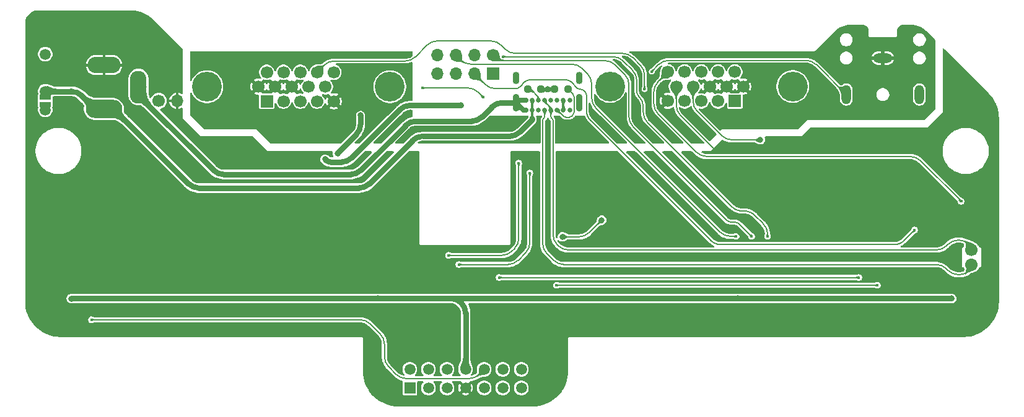
<source format=gbr>
%TF.GenerationSoftware,KiCad,Pcbnew,9.0.0*%
%TF.CreationDate,2025-05-27T10:39:58-04:00*%
%TF.ProjectId,jSmartSW,6a536d61-7274-4535-972e-6b696361645f,1.0*%
%TF.SameCoordinates,Original*%
%TF.FileFunction,Copper,L2,Bot*%
%TF.FilePolarity,Positive*%
%FSLAX46Y46*%
G04 Gerber Fmt 4.6, Leading zero omitted, Abs format (unit mm)*
G04 Created by KiCad (PCBNEW 9.0.0) date 2025-05-27 10:39:58*
%MOMM*%
%LPD*%
G01*
G04 APERTURE LIST*
G04 Aperture macros list*
%AMRoundRect*
0 Rectangle with rounded corners*
0 $1 Rounding radius*
0 $2 $3 $4 $5 $6 $7 $8 $9 X,Y pos of 4 corners*
0 Add a 4 corners polygon primitive as box body*
4,1,4,$2,$3,$4,$5,$6,$7,$8,$9,$2,$3,0*
0 Add four circle primitives for the rounded corners*
1,1,$1+$1,$2,$3*
1,1,$1+$1,$4,$5*
1,1,$1+$1,$6,$7*
1,1,$1+$1,$8,$9*
0 Add four rect primitives between the rounded corners*
20,1,$1+$1,$2,$3,$4,$5,0*
20,1,$1+$1,$4,$5,$6,$7,0*
20,1,$1+$1,$6,$7,$8,$9,0*
20,1,$1+$1,$8,$9,$2,$3,0*%
%AMFreePoly0*
4,1,33,0.246742,0.813399,0.400687,0.749633,0.539234,0.657059,0.657059,0.539234,0.749633,0.400687,0.813399,0.246742,0.845907,0.083315,0.845907,-0.083315,0.813399,-0.246742,0.749633,-0.400687,0.657059,-0.539234,0.539234,-0.657059,0.400687,-0.749633,0.246742,-0.813399,0.083315,-0.845907,-0.083315,-0.845907,-0.246742,-0.813399,-0.400687,-0.749633,-0.539234,-0.657059,-0.657059,-0.539234,
-0.749633,-0.400687,-0.813399,-0.246742,-0.845907,-0.083315,-0.845907,0.083315,-0.813399,0.246742,-0.749633,0.400687,-0.657059,0.539234,-0.539234,0.657059,-0.400687,0.749633,-0.246742,0.813399,-0.083315,0.845907,0.083315,0.845907,0.246742,0.813399,0.246742,0.813399,$1*%
%AMFreePoly1*
4,1,23,0.500000,-0.750000,0.000000,-0.750000,0.000000,-0.745722,-0.065263,-0.745722,-0.191342,-0.711940,-0.304381,-0.646677,-0.396677,-0.554381,-0.461940,-0.441342,-0.495722,-0.315263,-0.495722,-0.250000,-0.500000,-0.250000,-0.500000,0.250000,-0.495722,0.250000,-0.495722,0.315263,-0.461940,0.441342,-0.396677,0.554381,-0.304381,0.646677,-0.191342,0.711940,-0.065263,0.745722,0.000000,0.745722,
0.000000,0.750000,0.500000,0.750000,0.500000,-0.750000,0.500000,-0.750000,$1*%
%AMFreePoly2*
4,1,23,0.000000,0.745722,0.065263,0.745722,0.191342,0.711940,0.304381,0.646677,0.396677,0.554381,0.461940,0.441342,0.495722,0.315263,0.495722,0.250000,0.500000,0.250000,0.500000,-0.250000,0.495722,-0.250000,0.495722,-0.315263,0.461940,-0.441342,0.396677,-0.554381,0.304381,-0.646677,0.191342,-0.711940,0.065263,-0.745722,0.000000,-0.745722,0.000000,-0.750000,-0.500000,-0.750000,
-0.500000,0.750000,0.000000,0.750000,0.000000,0.745722,0.000000,0.745722,$1*%
G04 Aperture macros list end*
%TA.AperFunction,ComponentPad*%
%ADD10C,1.700000*%
%TD*%
%TA.AperFunction,ComponentPad*%
%ADD11O,1.700000X1.700000*%
%TD*%
%TA.AperFunction,ComponentPad*%
%ADD12C,0.650000*%
%TD*%
%TA.AperFunction,ComponentPad*%
%ADD13O,0.900000X1.700000*%
%TD*%
%TA.AperFunction,ComponentPad*%
%ADD14O,0.900000X2.400000*%
%TD*%
%TA.AperFunction,ComponentPad*%
%ADD15FreePoly0,270.000000*%
%TD*%
%TA.AperFunction,ComponentPad*%
%ADD16R,1.700000X1.700000*%
%TD*%
%TA.AperFunction,ComponentPad*%
%ADD17R,1.508000X1.508000*%
%TD*%
%TA.AperFunction,ComponentPad*%
%ADD18C,1.508000*%
%TD*%
%TA.AperFunction,SMDPad,CuDef*%
%ADD19FreePoly1,90.000000*%
%TD*%
%TA.AperFunction,SMDPad,CuDef*%
%ADD20FreePoly2,90.000000*%
%TD*%
%TA.AperFunction,SMDPad,CuDef*%
%ADD21RoundRect,0.237500X-0.250000X-0.237500X0.250000X-0.237500X0.250000X0.237500X-0.250000X0.237500X0*%
%TD*%
%TA.AperFunction,ComponentPad*%
%ADD22O,5.000000X2.500000*%
%TD*%
%TA.AperFunction,ComponentPad*%
%ADD23O,4.500000X2.250000*%
%TD*%
%TA.AperFunction,ComponentPad*%
%ADD24O,2.250000X4.500000*%
%TD*%
%TA.AperFunction,ComponentPad*%
%ADD25C,4.066000*%
%TD*%
%TA.AperFunction,SMDPad,CuDef*%
%ADD26FreePoly1,180.000000*%
%TD*%
%TA.AperFunction,SMDPad,CuDef*%
%ADD27FreePoly2,180.000000*%
%TD*%
%TA.AperFunction,ComponentPad*%
%ADD28O,2.616000X1.308000*%
%TD*%
%TA.AperFunction,ComponentPad*%
%ADD29O,1.308000X2.616000*%
%TD*%
%TA.AperFunction,ComponentPad*%
%ADD30C,1.500000*%
%TD*%
%TA.AperFunction,SMDPad,CuDef*%
%ADD31RoundRect,0.237500X0.250000X0.237500X-0.250000X0.237500X-0.250000X-0.237500X0.250000X-0.237500X0*%
%TD*%
%TA.AperFunction,ViaPad*%
%ADD32C,0.400000*%
%TD*%
%TA.AperFunction,ViaPad*%
%ADD33C,0.800000*%
%TD*%
%TA.AperFunction,Conductor*%
%ADD34C,0.200000*%
%TD*%
%TA.AperFunction,Conductor*%
%ADD35C,0.800000*%
%TD*%
%TA.AperFunction,Conductor*%
%ADD36C,0.300000*%
%TD*%
%TA.AperFunction,Conductor*%
%ADD37C,0.650000*%
%TD*%
G04 APERTURE END LIST*
D10*
%TO.P,J6,1,Pin_1*%
%TO.N,USB_GND*%
X98829970Y-89510000D03*
D11*
%TO.P,J6,2,Pin_2*%
%TO.N,GND*%
X101369970Y-89510000D03*
%TD*%
D12*
%TO.P,J2,A1,GND*%
%TO.N,USB_GND*%
X154999971Y-90748422D03*
%TO.P,J2,A4,VBUS*%
%TO.N,VBUS*%
X154149970Y-90748422D03*
%TO.P,J2,A5,CC1*%
%TO.N,Net-(J2-CC1)*%
X153299972Y-90748422D03*
%TO.P,J2,A6,DP1*%
%TO.N,USB_D+*%
X152449971Y-90748422D03*
%TO.P,J2,A7,DN1*%
%TO.N,USB_D-*%
X151599971Y-90748422D03*
%TO.P,J2,A8,SBU1*%
%TO.N,unconnected-(J2-SBU1-PadA8)*%
X150749970Y-90748422D03*
%TO.P,J2,A9,VBUS__1*%
%TO.N,VBUS*%
X149899972Y-90748422D03*
%TO.P,J2,A12,GND__1*%
%TO.N,USB_GND*%
X149049971Y-90748422D03*
%TO.P,J2,B1,GND__2*%
X149049971Y-89398422D03*
%TO.P,J2,B4,VBUS__2*%
%TO.N,VBUS*%
X149899972Y-89398422D03*
%TO.P,J2,B5,CC2*%
%TO.N,Net-(J2-CC2)*%
X150749970Y-89398422D03*
%TO.P,J2,B6,DP2*%
%TO.N,USB_D+*%
X151599971Y-89398422D03*
%TO.P,J2,B7,DN2*%
%TO.N,USB_D-*%
X152449971Y-89398422D03*
%TO.P,J2,B8,SBU2*%
%TO.N,unconnected-(J2-SBU2-PadB8)*%
X153299972Y-89398422D03*
%TO.P,J2,B9,VBUS__3*%
%TO.N,VBUS*%
X154149970Y-89398422D03*
%TO.P,J2,B12,GND__3*%
%TO.N,USB_GND*%
X154999971Y-89398422D03*
D13*
%TO.P,J2,S1,SHELL*%
X156349971Y-86388422D03*
%TO.P,J2,S2,SHELL__1*%
X147699971Y-86388422D03*
D14*
%TO.P,J2,S3,SHELL__2*%
X156349971Y-89768422D03*
%TO.P,J2,S4,SHELL__3*%
X147699971Y-89768422D03*
%TD*%
D15*
%TO.P,U1,TP2,TP2_USB_DM*%
%TO.N,USB_D-*%
X209939971Y-111908421D03*
D10*
%TO.P,U1,TP3,TP3_USB_DP*%
%TO.N,USB_D+*%
X209939971Y-109908421D03*
%TD*%
D16*
%TO.P,J3,1,Pin_1*%
%TO.N,/GND_Filtered*%
X144499971Y-85758422D03*
D11*
%TO.P,J3,2,Pin_2*%
%TO.N,INPUT_OVERRIDE*%
X141959971Y-85758422D03*
%TO.P,J3,3,Pin_3*%
%TO.N,unconnected-(J3-Pin_3-Pad3)*%
X139419971Y-85758422D03*
%TO.P,J3,4,Pin_4*%
%TO.N,/5V_Filtered*%
X136879971Y-85758422D03*
D10*
%TO.P,J3,5,Pin_5*%
%TO.N,EXT_bit0*%
X144499971Y-83218422D03*
D11*
%TO.P,J3,6,Pin_6*%
%TO.N,EXT_bit1*%
X141959971Y-83218422D03*
%TO.P,J3,7,Pin_7*%
%TO.N,EXT_bit2*%
X139419972Y-83218422D03*
%TO.P,J3,8,Pin_8*%
%TO.N,unconnected-(J3-Pin_8-Pad8)*%
X136879971Y-83218422D03*
%TD*%
D17*
%TO.P,J5,1,1*%
%TO.N,BUTTON_1*%
X133159971Y-128788423D03*
D18*
%TO.P,J5,2,2*%
%TO.N,BUTTON_2*%
X133159971Y-126248423D03*
%TO.P,J5,3,3*%
%TO.N,BUTTON_3*%
X135699971Y-128788423D03*
%TO.P,J5,4,4*%
%TO.N,BUTTON_4*%
X135699971Y-126248423D03*
%TO.P,J5,5,5*%
%TO.N,3V3*%
X138239971Y-128788423D03*
%TO.P,J5,6,6*%
%TO.N,SCREEN_SCL*%
X138239971Y-126248423D03*
%TO.P,J5,7,7*%
%TO.N,GND*%
X140779971Y-128788424D03*
%TO.P,J5,8,8*%
%TO.N,5V_Switched*%
X140779971Y-126248422D03*
%TO.P,J5,9,9*%
%TO.N,SCREEN_SDA*%
X143319971Y-128788423D03*
%TO.P,J5,10,10*%
%TO.N,RGBLED_DATA_ATTENUATED*%
X143319971Y-126248423D03*
%TO.P,J5,11,11*%
%TO.N,BUTTON_7*%
X145859971Y-128788423D03*
%TO.P,J5,12,12*%
%TO.N,BUTTON_8*%
X145859971Y-126248423D03*
%TO.P,J5,13,13*%
%TO.N,BUTTON_5*%
X148399971Y-128788423D03*
%TO.P,J5,14,14*%
%TO.N,BUTTON_6*%
X148399971Y-126248423D03*
%TD*%
D19*
%TO.P,JP3,1,A*%
%TO.N,/5V_Unfused_Switched*%
X83329971Y-90168422D03*
D20*
%TO.P,JP3,2,B*%
%TO.N,VBUS*%
X83329971Y-88868424D03*
%TD*%
D21*
%TO.P,R3,1*%
%TO.N,Net-(J2-CC2)*%
X149269971Y-87928423D03*
%TO.P,R3,2*%
%TO.N,VBUS*%
X151094971Y-87928423D03*
%TD*%
D22*
%TO.P,J4,1*%
%TO.N,VBUS*%
X91369970Y-90608422D03*
D23*
%TO.P,J4,2*%
%TO.N,GND*%
X91369970Y-84608422D03*
D24*
%TO.P,J4,3*%
%TO.N,USB_GND*%
X96069970Y-87608422D03*
%TD*%
D16*
%TO.P,P2,1,Red*%
%TO.N,/Red*%
X113599961Y-89548401D03*
D10*
%TO.P,P2,2,Green*%
%TO.N,/Green*%
X115889962Y-89548401D03*
%TO.P,P2,3,Blue*%
%TO.N,/Blue*%
X118179961Y-89548401D03*
%TO.P,P2,4,ID2/RES*%
%TO.N,unconnected-(P2-ID2{slash}RES-Pad4)*%
X120469962Y-89548401D03*
%TO.P,P2,5,HSYNC_GND*%
%TO.N,/Analog_Signal_GND*%
X122759962Y-89548400D03*
%TO.P,P2,6,Red_GND*%
X112454963Y-87568401D03*
%TO.P,P2,7,Green_GND*%
X114744962Y-87568401D03*
%TO.P,P2,8,Blue_GND*%
X117034962Y-87568401D03*
%TO.P,P2,9,+5V*%
%TO.N,unconnected-(P2-+5V-Pad9)*%
X119324962Y-87568401D03*
%TO.P,P2,10,VSYNC_GND*%
%TO.N,unconnected-(P2-VSYNC_GND-Pad10)*%
X121614962Y-87568401D03*
%TO.P,P2,11,ID0/RES*%
%TO.N,unconnected-(P2-ID0{slash}RES-Pad11)*%
X113599961Y-85588401D03*
%TO.P,P2,12,ID1/SDA*%
%TO.N,/Audio_L*%
X115889962Y-85588401D03*
%TO.P,P2,13,HSYNC*%
%TO.N,/HSync*%
X118179961Y-85588401D03*
%TO.P,P2,14,VSYNC*%
%TO.N,Net-(P1-VSYNC)*%
X120469962Y-85588401D03*
%TO.P,P2,15,ID3/SCL*%
%TO.N,/Audio_R*%
X122759962Y-85588402D03*
D25*
%TO.P,P2,S1,SHIELD*%
%TO.N,unconnected-(P2-SHIELD-PadS1)*%
X105434962Y-87568401D03*
%TO.P,P2,S2,SHIELD*%
%TO.N,unconnected-(P2-SHIELD-PadS2)*%
X130424961Y-87568401D03*
%TD*%
D26*
%TO.P,JP4,1,A*%
%TO.N,USB_GND*%
X95439970Y-87608421D03*
D27*
%TO.P,JP4,2,B*%
%TO.N,GND*%
X94139972Y-87608421D03*
%TD*%
D28*
%TO.P,J1,1*%
%TO.N,/Analog_Signal_GND*%
X197808061Y-83647988D03*
D29*
%TO.P,J1,2*%
%TO.N,/Audio_L*%
X202808061Y-88647988D03*
%TO.P,J1,3*%
%TO.N,/Audio_R*%
X192808061Y-88647988D03*
%TD*%
D30*
%TO.P,SW1,1,Outside*%
%TO.N,VBUS*%
X83329971Y-88198421D03*
%TO.P,SW1,2,Center*%
%TO.N,/5V_Unfused_Switched*%
X83329971Y-90738422D03*
%TO.P,SW1,S*%
%TO.N,N/C*%
X83329971Y-83118422D03*
%TD*%
D16*
%TO.P,P1,1,Red*%
%TO.N,/Red*%
X177584971Y-89518423D03*
D10*
%TO.P,P1,2,Green*%
%TO.N,/Green*%
X175294971Y-89518423D03*
%TO.P,P1,3,Blue*%
%TO.N,/Blue*%
X173004971Y-89518423D03*
%TO.P,P1,4,ID2/RES*%
%TO.N,unconnected-(P1-ID2{slash}RES-Pad4)*%
X170714971Y-89518423D03*
%TO.P,P1,5,HSYNC_GND*%
%TO.N,/Analog_Signal_GND*%
X168424971Y-89518423D03*
%TO.P,P1,6,Red_GND*%
X178729972Y-87538423D03*
%TO.P,P1,7,Green_GND*%
X176439971Y-87538423D03*
%TO.P,P1,8,Blue_GND*%
X174149970Y-87538423D03*
%TO.P,P1,9,+5V*%
%TO.N,5V_Switched*%
X171859971Y-87538423D03*
%TO.P,P1,10,VSYNC_GND*%
%TO.N,GND*%
X169569970Y-87538423D03*
%TO.P,P1,11,ID0/RES*%
%TO.N,unconnected-(P1-ID0{slash}RES-Pad11)*%
X177584971Y-85558423D03*
%TO.P,P1,12,ID1/SDA*%
%TO.N,UART_RX*%
X175294971Y-85558423D03*
%TO.P,P1,13,HSYNC*%
%TO.N,/HSync*%
X173004971Y-85558423D03*
%TO.P,P1,14,VSYNC*%
%TO.N,Net-(P1-VSYNC)*%
X170714971Y-85558423D03*
%TO.P,P1,15,ID3/SCL*%
%TO.N,UART_TX*%
X168424971Y-85558423D03*
D25*
%TO.P,P1,S1,SHIELD*%
%TO.N,unconnected-(P1-SHIELD-PadS1)*%
X160509971Y-87538423D03*
%TO.P,P1,S2,SHIELD*%
%TO.N,unconnected-(P1-SHIELD-PadS2)*%
X185499970Y-87538423D03*
%TD*%
D31*
%TO.P,R2,1*%
%TO.N,Net-(J2-CC1)*%
X154783470Y-87928423D03*
%TO.P,R2,2*%
%TO.N,VBUS*%
X152958470Y-87928423D03*
%TD*%
D32*
%TO.N,Net-(P1-VSYNC)*%
X165229971Y-87898422D03*
%TO.N,/Audio_R*%
X143179971Y-88998422D03*
X166219970Y-85488422D03*
X134859971Y-87738422D03*
%TO.N,/Analog_Signal_GND*%
X174629970Y-91318423D03*
X150239970Y-94638423D03*
X126939970Y-87568422D03*
X162109970Y-90418423D03*
X153789970Y-94648422D03*
X168659970Y-91418422D03*
X123839971Y-92218422D03*
X131599970Y-92368422D03*
X112499971Y-92678422D03*
X164079970Y-90288422D03*
X177209970Y-92748422D03*
X156909970Y-92298422D03*
X150559970Y-93468422D03*
X171859969Y-91788423D03*
X153789970Y-93498422D03*
X122509970Y-93468422D03*
X171369970Y-94488423D03*
X145939971Y-92248423D03*
X158319971Y-91508423D03*
X119439969Y-94318422D03*
D33*
%TO.N,GND*%
X154609970Y-104458422D03*
X203049969Y-121088421D03*
X162719971Y-110898422D03*
X183209971Y-108038421D03*
X182979970Y-110888422D03*
X153929970Y-119528423D03*
X184359970Y-120318423D03*
X179289970Y-120598422D03*
X193909970Y-119568422D03*
X193879970Y-120888423D03*
X207199971Y-110908423D03*
X164409971Y-101228422D03*
X151749971Y-119528422D03*
X163969971Y-119518422D03*
X156329971Y-119528422D03*
X163949970Y-120728423D03*
X149579970Y-119528422D03*
X203049970Y-119568422D03*
X180949971Y-108038422D03*
X162499971Y-101228422D03*
X157519970Y-103778422D03*
X178829970Y-108038423D03*
X142459971Y-112868422D03*
X208489970Y-118448422D03*
%TO.N,VBUS*%
X149899970Y-92068422D03*
X152027468Y-87928423D03*
%TO.N,/GND_Filtered*%
X121579969Y-97498422D03*
X140129970Y-90128423D03*
D32*
%TO.N,EXT_bit2*%
X177749971Y-108038421D03*
%TO.N,INPUT_OVERRIDE*%
X202149970Y-107178422D03*
%TO.N,EXT_bit0*%
X179874970Y-108038422D03*
%TO.N,EXT_bit1*%
X145869970Y-83458423D03*
X182034969Y-108038422D03*
D33*
%TO.N,/5V_Filtered*%
X126429970Y-91488422D03*
X123279969Y-96728423D03*
D32*
%TO.N,SCREEN_SCL*%
X145349971Y-113678422D03*
X194529970Y-113678422D03*
%TO.N,BUTTON_1*%
X138449971Y-110648422D03*
X148049969Y-98018422D03*
%TO.N,BUTTON_2*%
X139859971Y-111898422D03*
X149559970Y-99378423D03*
%TO.N,SCREEN_SDA*%
X153189970Y-114728422D03*
X197069971Y-114728422D03*
%TO.N,RGBLED_DATA_ATTENUATED*%
X89639971Y-119458421D03*
D33*
%TO.N,3V3*%
X154029970Y-108108421D03*
X159399971Y-105808422D03*
D32*
%TO.N,UART_TX*%
X208509971Y-103258423D03*
D33*
%TO.N,5V_Switched*%
X128809970Y-116548422D03*
X207229970Y-116548422D03*
X177959971Y-116548422D03*
X181059970Y-94818422D03*
X86889970Y-116558422D03*
%TD*%
D34*
%TO.N,Net-(P1-VSYNC)*%
X144239242Y-81306121D02*
X136910698Y-81306121D01*
X162232721Y-83008422D02*
X147598398Y-83008422D01*
X164644183Y-84591458D02*
X163646933Y-83594209D01*
X165229971Y-87898422D02*
X165229971Y-86005673D01*
X146184184Y-82422635D02*
X145653455Y-81891906D01*
X132504264Y-84055701D02*
X122831089Y-84055702D01*
X121416875Y-84641488D02*
X120469962Y-85588401D01*
X135496485Y-81891909D02*
X133918478Y-83469916D01*
X145653455Y-81891906D02*
G75*
G03*
X144239242Y-81306085I-1414255J-1414194D01*
G01*
X122831089Y-84055702D02*
G75*
G03*
X121416881Y-84641494I11J-1999998D01*
G01*
X146184184Y-82422635D02*
G75*
G03*
X147598398Y-83008417I1414216J1414235D01*
G01*
X164644183Y-84591458D02*
G75*
G02*
X165229998Y-86005673I-1414183J-1414242D01*
G01*
X135496485Y-81891909D02*
G75*
G02*
X136910698Y-81306115I1414215J-1414191D01*
G01*
X163646933Y-83594209D02*
G75*
G03*
X162232721Y-83008402I-1414233J-1414191D01*
G01*
X132504264Y-84055701D02*
G75*
G03*
X133918495Y-83469933I36J2000001D01*
G01*
%TO.N,/Audio_R*%
X166219970Y-85488422D02*
X167164185Y-84544207D01*
X142505757Y-88324208D02*
X143179971Y-88998422D01*
X168578398Y-83958422D02*
X187290068Y-83958422D01*
X134859971Y-87738422D02*
X141091542Y-87738423D01*
X188704282Y-84544209D02*
X192808061Y-88647989D01*
X141091542Y-87738423D02*
G75*
G02*
X142505730Y-88324235I-42J-1999977D01*
G01*
X167164185Y-84544207D02*
G75*
G02*
X168578398Y-83958414I1414215J-1414193D01*
G01*
X188704282Y-84544209D02*
G75*
G03*
X187290068Y-83958438I-1414182J-1414191D01*
G01*
%TO.N,GND*%
X169569970Y-87538423D02*
X169569971Y-90079994D01*
X170155758Y-91494209D02*
X174613525Y-95951976D01*
X174967077Y-96098423D02*
X175039969Y-96098422D01*
X174967077Y-96098423D02*
G75*
G02*
X174613531Y-95951970I23J500023D01*
G01*
X170155758Y-91494209D02*
G75*
G02*
X169569983Y-90079994I1414242J1414209D01*
G01*
%TO.N,USB_D-*%
X152814183Y-111322636D02*
X151905756Y-110414209D01*
X151407838Y-91960555D02*
X151512103Y-91856290D01*
X209939971Y-112383423D02*
X209939971Y-112498422D01*
X206714183Y-112692635D02*
X206515756Y-112494208D01*
X151319971Y-108999995D02*
X151319971Y-92172687D01*
X209939971Y-112498422D02*
X209745757Y-112692636D01*
X151599971Y-91644158D02*
X151599971Y-90748422D01*
X208331544Y-113278423D02*
X208128398Y-113278423D01*
X205101543Y-111908422D02*
X154228398Y-111908422D01*
X151319971Y-92172687D02*
G75*
G02*
X151407839Y-91960556I300029J-13D01*
G01*
X151512103Y-91856290D02*
G75*
G03*
X151599950Y-91644158I-212103J212090D01*
G01*
X205101543Y-111908422D02*
G75*
G02*
X206515730Y-112494234I-43J-1999978D01*
G01*
X206714183Y-112692635D02*
G75*
G03*
X208128398Y-113278418I1414217J1414235D01*
G01*
X154228398Y-111908422D02*
G75*
G02*
X152814180Y-111322639I2J2000022D01*
G01*
X208331544Y-113278423D02*
G75*
G03*
X209745740Y-112692619I-44J2000023D01*
G01*
X151905756Y-110414209D02*
G75*
G02*
X151319982Y-108999995I1414244J1414209D01*
G01*
D35*
%TO.N,VBUS*%
X90953398Y-90608422D02*
X91369970Y-90608422D01*
X91841544Y-90608422D02*
X91369970Y-90608422D01*
X133534184Y-94934210D02*
X127625756Y-100842637D01*
X126211543Y-101428422D02*
X104318397Y-101428422D01*
X146791543Y-94348422D02*
X134948397Y-94348422D01*
D36*
X149899970Y-92068422D02*
X149899970Y-89398423D01*
D34*
X152027468Y-87928423D02*
X152957470Y-87928423D01*
D35*
X102904183Y-100842635D02*
X93255756Y-91194209D01*
X83329971Y-88198423D02*
X86886544Y-88198423D01*
D34*
X152027468Y-87928423D02*
X151094971Y-87928423D01*
D35*
X149899970Y-92068422D02*
X148205756Y-93762636D01*
D36*
X154149971Y-89401629D02*
X154149971Y-90735214D01*
D35*
X88300757Y-88784210D02*
X89539184Y-90022637D01*
X89539184Y-90022637D02*
G75*
G03*
X90953398Y-90608418I1414216J1414237D01*
G01*
X93255756Y-91194209D02*
G75*
G03*
X91841544Y-90608386I-1414256J-1414191D01*
G01*
X148205756Y-93762636D02*
G75*
G02*
X146791543Y-94348446I-1414256J1414236D01*
G01*
X102904183Y-100842635D02*
G75*
G03*
X104318397Y-101428418I1414217J1414235D01*
G01*
X134948397Y-94348422D02*
G75*
G03*
X133534189Y-94934215I3J-1999978D01*
G01*
X126211543Y-101428422D02*
G75*
G03*
X127625739Y-100842620I-43J2000022D01*
G01*
X88300757Y-88784210D02*
G75*
G03*
X86886544Y-88198386I-1414257J-1414190D01*
G01*
D34*
%TO.N,Net-(J2-CC2)*%
X149679971Y-87928423D02*
X149269970Y-87928423D01*
X150749970Y-89398423D02*
X150749970Y-88998422D01*
X150749970Y-88998422D02*
X149679971Y-87928423D01*
%TO.N,Net-(J2-CC1)*%
X154922863Y-91748423D02*
X154507078Y-91748423D01*
X155609970Y-88963030D02*
X155609970Y-91061316D01*
X154782470Y-87928423D02*
X155463524Y-88609477D01*
X154153523Y-91601976D02*
X153299970Y-90748422D01*
X155463524Y-91414870D02*
X155276417Y-91601977D01*
X154507078Y-91748423D02*
G75*
G02*
X154153530Y-91601969I22J500023D01*
G01*
X155463524Y-88609477D02*
G75*
G02*
X155609958Y-88963030I-353524J-353523D01*
G01*
X155463524Y-91414870D02*
G75*
G03*
X155609991Y-91061316I-353524J353570D01*
G01*
X155276417Y-91601977D02*
G75*
G02*
X154922863Y-91748391I-353517J353577D01*
G01*
%TO.N,USB_D+*%
X152642103Y-91960554D02*
X152537839Y-91856290D01*
X152449971Y-91644158D02*
X152449971Y-90748422D01*
X209934971Y-109433422D02*
X209655757Y-109154208D01*
X152729970Y-107799995D02*
X152729970Y-92172686D01*
X153424182Y-109322636D02*
X153315755Y-109214209D01*
X151599971Y-89441316D02*
X151599971Y-89398423D01*
X208241543Y-108568423D02*
X208098398Y-108568423D01*
X209939971Y-109433423D02*
X209934971Y-109433422D01*
X206684184Y-109154209D02*
X206515756Y-109322636D01*
X152303524Y-90351976D02*
X151746416Y-89794868D01*
X205101544Y-109908422D02*
X154838397Y-109908422D01*
X152449971Y-90748422D02*
X152449970Y-90705530D01*
X153315755Y-109214209D02*
G75*
G02*
X152729981Y-107799995I1414245J1414209D01*
G01*
X209655757Y-109154208D02*
G75*
G03*
X208241543Y-108568385I-1414257J-1414192D01*
G01*
X205101544Y-109908422D02*
G75*
G03*
X206515739Y-109322619I-44J2000022D01*
G01*
X154838397Y-109908422D02*
G75*
G02*
X153424180Y-109322638I3J2000022D01*
G01*
X152729970Y-92172686D02*
G75*
G03*
X152642089Y-91960568I-299970J-14D01*
G01*
X208098398Y-108568423D02*
G75*
G03*
X206684190Y-109154215I2J-1999977D01*
G01*
X151746416Y-89794868D02*
G75*
G02*
X151599968Y-89441316I353584J353568D01*
G01*
X152449970Y-90705530D02*
G75*
G03*
X152303532Y-90351968I-499970J30D01*
G01*
X152537839Y-91856290D02*
G75*
G02*
X152450009Y-91644158I212161J212090D01*
G01*
D35*
%TO.N,/GND_Filtered*%
X121687077Y-97605530D02*
X121579969Y-97498422D01*
X131784183Y-90714209D02*
X125185756Y-97312636D01*
X123771544Y-97898422D02*
X122394184Y-97898422D01*
X140129970Y-90128423D02*
X133198398Y-90128423D01*
X125185756Y-97312636D02*
G75*
G02*
X123771544Y-97898446I-1414256J1414236D01*
G01*
X121687077Y-97605530D02*
G75*
G03*
X122394184Y-97898428I707123J707130D01*
G01*
X133198398Y-90128423D02*
G75*
G03*
X131784190Y-90714216I2J-1999977D01*
G01*
D34*
%TO.N,EXT_bit2*%
X157424184Y-85789985D02*
X156708406Y-85074208D01*
X177749971Y-108038421D02*
X176953397Y-108038422D01*
X140104184Y-83902636D02*
X139419970Y-83218422D01*
X155294193Y-84488423D02*
X141518398Y-84488422D01*
X175539183Y-107452636D02*
X158595756Y-90509209D01*
X158009971Y-89094995D02*
X158009970Y-87204200D01*
X140104184Y-83902636D02*
G75*
G03*
X141518398Y-84488418I1414216J1414236D01*
G01*
X158009971Y-89094995D02*
G75*
G03*
X158595748Y-90509217I2000029J-5D01*
G01*
X158009970Y-87204200D02*
G75*
G03*
X157424177Y-85789992I-1999970J0D01*
G01*
X175539183Y-107452636D02*
G75*
G03*
X176953397Y-108038418I1414217J1414236D01*
G01*
X156708406Y-85074208D02*
G75*
G03*
X155294193Y-84488421I-1414206J-1414192D01*
G01*
%TO.N,INPUT_OVERRIDE*%
X147545756Y-87838423D02*
X144868398Y-87838422D01*
X199828559Y-109118424D02*
X199765492Y-109135321D01*
X200136603Y-109009351D02*
X200076281Y-109034335D01*
X157443959Y-91544497D02*
X157418977Y-91484180D01*
X156053524Y-87781976D02*
X155182862Y-86911316D01*
X157865444Y-92183586D02*
X157825009Y-92141935D01*
X200310464Y-108918853D02*
X200253921Y-108951497D01*
X157143524Y-88301976D02*
X156916417Y-88074869D01*
X174273822Y-108592273D02*
X157886225Y-92204676D01*
X157290193Y-90794881D02*
X157290082Y-90787452D01*
X156562863Y-87928423D02*
X156407078Y-87928423D01*
X143454183Y-87252636D02*
X141959970Y-85758423D01*
X157289971Y-90772540D02*
X157289971Y-88655530D01*
X200585675Y-108729248D02*
X200527985Y-108773512D01*
X202149970Y-107178422D02*
X200736223Y-108592168D01*
X157376932Y-91360319D02*
X157360036Y-91297258D01*
X174481940Y-108773526D02*
X174424313Y-108729308D01*
X157592310Y-91835677D02*
X157559668Y-91779139D01*
X175452184Y-109171316D02*
X175437719Y-109169410D01*
X174756009Y-108951513D02*
X174699468Y-108918871D01*
X175690998Y-109188313D02*
X175683670Y-109188205D01*
X157309000Y-91040663D02*
X157307075Y-91026047D01*
X175181135Y-109118377D02*
X175118070Y-109101479D01*
X174336396Y-108653338D02*
X174294695Y-108612842D01*
X200715135Y-108612948D02*
X200673485Y-108653384D01*
X199637197Y-109160837D02*
X199500051Y-109178893D01*
X148887076Y-86911316D02*
X148252862Y-87545530D01*
X199384465Y-109187333D02*
X199326469Y-109188200D01*
X199296616Y-109188422D02*
X175705797Y-109188423D01*
X157749145Y-92054126D02*
X157664980Y-91944439D01*
X174994204Y-109059433D02*
X174873328Y-109009367D01*
X154475757Y-86618422D02*
X149594185Y-86618422D01*
X157664980Y-91944439D02*
G75*
G02*
X157592311Y-91835676I793520J608839D01*
G01*
X199828559Y-109118424D02*
G75*
G03*
X200076283Y-109034339I-517659J1932024D01*
G01*
X157865444Y-92183586D02*
G75*
G03*
X157886225Y-92204676I1453256J1411186D01*
G01*
X148887076Y-86911316D02*
G75*
G02*
X149594185Y-86618404I707124J-707084D01*
G01*
X143454183Y-87252636D02*
G75*
G03*
X144868398Y-87838418I1414217J1414236D01*
G01*
X154475757Y-86618422D02*
G75*
G02*
X155182880Y-86911298I43J-999978D01*
G01*
X157360036Y-91297258D02*
G75*
G02*
X157308997Y-91040663I1931464J517558D01*
G01*
X200736223Y-108592168D02*
G75*
G02*
X200715135Y-108612948I-1404623J1404368D01*
G01*
X199384465Y-109187333D02*
G75*
G03*
X199500051Y-109178890I-14965J1000333D01*
G01*
X148252862Y-87545530D02*
G75*
G02*
X147545756Y-87838385I-707062J707130D01*
G01*
X157290193Y-90794881D02*
G75*
G03*
X157307070Y-91026048I1999507J29781D01*
G01*
X174481940Y-108773526D02*
G75*
G03*
X174699466Y-108918875I1217360J1586426D01*
G01*
X200253921Y-108951497D02*
G75*
G02*
X200136603Y-109009350I-500221J866497D01*
G01*
X175452184Y-109171316D02*
G75*
G03*
X175683670Y-109188202I261016J1983116D01*
G01*
X175705797Y-109188423D02*
G75*
G02*
X175690998Y-109188313I103J1013923D01*
G01*
X157289971Y-90772540D02*
G75*
G03*
X157290082Y-90787452I1011129J40D01*
G01*
X174873328Y-109009367D02*
G75*
G02*
X174756006Y-108951518I382472J923567D01*
G01*
X200310464Y-108918853D02*
G75*
G03*
X200527984Y-108773511I-1000064J1732153D01*
G01*
X157143524Y-88301976D02*
G75*
G02*
X157289958Y-88655530I-353524J-353524D01*
G01*
X175437719Y-109169410D02*
G75*
G02*
X175181136Y-109118372I260981J1982510D01*
G01*
X174336396Y-108653338D02*
G75*
G03*
X174424312Y-108729310I696404J717038D01*
G01*
X157443959Y-91544497D02*
G75*
G03*
X157559670Y-91779138I1848041J765497D01*
G01*
X157376932Y-91360319D02*
G75*
G03*
X157418976Y-91484181I965368J258619D01*
G01*
X200673485Y-108653384D02*
G75*
G02*
X200585679Y-108729253I-696885J717784D01*
G01*
X174994204Y-109059433D02*
G75*
G03*
X175118069Y-109101483I382596J923533D01*
G01*
X199637197Y-109160837D02*
G75*
G03*
X199765492Y-109135321I-130497J991437D01*
G01*
X157749145Y-92054126D02*
G75*
G03*
X157825010Y-92141934I792955J608426D01*
G01*
X156407078Y-87928423D02*
G75*
G02*
X156053530Y-87781970I22J500023D01*
G01*
X174273822Y-108592273D02*
G75*
G03*
X174294695Y-108612842I1394278J1394073D01*
G01*
X156562863Y-87928423D02*
G75*
G02*
X156916430Y-88074856I37J-499977D01*
G01*
X199296616Y-109188422D02*
G75*
G03*
X199326469Y-109188200I-116J2025822D01*
G01*
%TO.N,EXT_bit0*%
X144684184Y-83402635D02*
X144499971Y-83218422D01*
X162524184Y-85892635D02*
X161205757Y-84574208D01*
X177530757Y-106108423D02*
X177134184Y-106108423D01*
X159791543Y-83988423D02*
X146098396Y-83988423D01*
X179874970Y-108038422D02*
X178237863Y-106401315D01*
X176427077Y-105815529D02*
X163695756Y-93084208D01*
X163109970Y-91669995D02*
X163109970Y-87306850D01*
X146098396Y-83988423D02*
G75*
G02*
X144684180Y-83402639I4J2000023D01*
G01*
X161205757Y-84574208D02*
G75*
G03*
X159791543Y-83988385I-1414257J-1414192D01*
G01*
X177134184Y-106108423D02*
G75*
G02*
X176427080Y-105815526I16J1000023D01*
G01*
X163109970Y-87306850D02*
G75*
G03*
X162524152Y-85892667I-1999970J-50D01*
G01*
X163695756Y-93084208D02*
G75*
G02*
X163109982Y-91669995I1414244J1414208D01*
G01*
X178237863Y-106401315D02*
G75*
G03*
X177530757Y-106108446I-707063J-707085D01*
G01*
%TO.N,EXT_bit1*%
X178573472Y-104578199D02*
X178515478Y-104577334D01*
X177646017Y-104341497D02*
X177589477Y-104308854D01*
X181765272Y-106732706D02*
X181732630Y-106676167D01*
X181659959Y-106567404D02*
X181575798Y-106457721D01*
X165069971Y-91059996D02*
X165069970Y-90326850D01*
X178896316Y-104578640D02*
X178866768Y-104578422D01*
X180300951Y-105169402D02*
X180290485Y-105159091D01*
X177179488Y-103997785D02*
X177168955Y-103987408D01*
X179461871Y-104665366D02*
X179398802Y-104648467D01*
X181438720Y-106307171D02*
X180300951Y-105169402D01*
X179706612Y-104757478D02*
X179585738Y-104707412D01*
X178399887Y-104568892D02*
X178262744Y-104550838D01*
X181575798Y-106457721D02*
X181499929Y-106369907D01*
X178515478Y-104577334D02*
X178399887Y-104568892D01*
X177823654Y-104424333D02*
X177763339Y-104399351D01*
X180109458Y-105002109D02*
X180097995Y-104993314D01*
X177168955Y-103987408D02*
X165655757Y-92474210D01*
X182034969Y-108038422D02*
X182034971Y-107739307D01*
X177763339Y-104399351D02*
X177646017Y-104341497D01*
X178262744Y-104550838D02*
X178134448Y-104525320D01*
X164169970Y-88184209D02*
X164169970Y-86716849D01*
X179585738Y-104707412D02*
X179461871Y-104665366D01*
X181459491Y-106328254D02*
X181438720Y-106307171D01*
X178866768Y-104578422D02*
X178603324Y-104578422D01*
X178134448Y-104525320D02*
X178071387Y-104508423D01*
X164484185Y-88912636D02*
X164462864Y-88891315D01*
X179070132Y-104587943D02*
X178954387Y-104579498D01*
X182017865Y-107485794D02*
X182015938Y-107471174D01*
X178954387Y-104579498D02*
X178896316Y-104578640D01*
X177184754Y-104002898D02*
X177179488Y-103997785D01*
X180290485Y-105159091D02*
X180285292Y-105154048D01*
X181732630Y-106676167D02*
X181659959Y-106567404D01*
X179880476Y-104847977D02*
X179823929Y-104815330D01*
X181905965Y-107027662D02*
X181880981Y-106967346D01*
X182034971Y-107739307D02*
X182034858Y-107724391D01*
X181948009Y-107151526D02*
X181905965Y-107027662D01*
X182034858Y-107724391D02*
X182034747Y-107716967D01*
X181964906Y-107214593D02*
X181948009Y-107151526D01*
X179142223Y-104597435D02*
X179070132Y-104587943D01*
X163584183Y-85302635D02*
X162325757Y-84044209D01*
X178603324Y-104578422D02*
X178573472Y-104578199D01*
X177371954Y-104163513D02*
X177360378Y-104154631D01*
X160911544Y-83458422D02*
X145869970Y-83458423D01*
X179823929Y-104815330D02*
X179706612Y-104757478D01*
X181499929Y-106369907D02*
X181459491Y-106328254D01*
X180285292Y-105154048D02*
G75*
G03*
X180109459Y-105002108I-1393092J-1434452D01*
G01*
X177360378Y-104154631D02*
G75*
G02*
X177184758Y-104002894I1217322J1586431D01*
G01*
X165655757Y-92474210D02*
G75*
G02*
X165069982Y-91059996I1414243J1414210D01*
G01*
X182015938Y-107471174D02*
G75*
G03*
X181964904Y-107214594I-1982338J-260926D01*
G01*
X179398802Y-104648467D02*
G75*
G03*
X179142223Y-104597431I-517702J-1932233D01*
G01*
X178071387Y-104508423D02*
G75*
G02*
X177823655Y-104424331I517613J1931823D01*
G01*
X181880981Y-106967346D02*
G75*
G03*
X181765267Y-106732709I-1847281J-765154D01*
G01*
X177589477Y-104308854D02*
G75*
G02*
X177371953Y-104163515I1000023J1732154D01*
G01*
X164462864Y-88891315D02*
G75*
G02*
X164169974Y-88184209I707136J707115D01*
G01*
X180097995Y-104993314D02*
G75*
G03*
X179880476Y-104847978I-1217595J-1586886D01*
G01*
X160911544Y-83458422D02*
G75*
G02*
X162325731Y-84044235I-44J-1999978D01*
G01*
X164169970Y-86716849D02*
G75*
G03*
X163584201Y-85302617I-1999970J49D01*
G01*
X165069970Y-90326850D02*
G75*
G03*
X164484203Y-88912618I-1999970J50D01*
G01*
X182034747Y-107716967D02*
G75*
G03*
X182017864Y-107485794I-1999647J-29833D01*
G01*
D35*
%TO.N,/5V_Filtered*%
X123279971Y-96648422D02*
X125844185Y-94084209D01*
X123279969Y-96728423D02*
X123279971Y-96648422D01*
X126429971Y-92669994D02*
X126429970Y-91488422D01*
X126429971Y-92669994D02*
G75*
G02*
X125844181Y-94084205I-1999971J-6D01*
G01*
D34*
%TO.N,SCREEN_SCL*%
X145349971Y-113678422D02*
X194529970Y-113678422D01*
%TO.N,BUTTON_1*%
X145701543Y-110648422D02*
X138449971Y-110648422D01*
X148049969Y-98018422D02*
X148049969Y-108299995D01*
X147464182Y-109714210D02*
X147115757Y-110062635D01*
X148049969Y-108299995D02*
G75*
G02*
X147464178Y-109714206I-1999969J-5D01*
G01*
X145701543Y-110648422D02*
G75*
G03*
X147115740Y-110062618I-43J2000022D01*
G01*
%TO.N,BUTTON_2*%
X146561543Y-111898422D02*
X139859971Y-111898422D01*
X149559970Y-99378423D02*
X149559970Y-108899995D01*
X148974183Y-110314210D02*
X147975756Y-111312637D01*
X149559970Y-108899995D02*
G75*
G02*
X148974179Y-110314206I-1999970J-5D01*
G01*
X146561543Y-111898422D02*
G75*
G03*
X147975739Y-111312620I-43J2000022D01*
G01*
%TO.N,SCREEN_SDA*%
X153189970Y-114728422D02*
X197069971Y-114728422D01*
%TO.N,RGBLED_DATA_ATTENUATED*%
X131284183Y-126932635D02*
X130275756Y-125924208D01*
X141221542Y-127518422D02*
X132698398Y-127518423D01*
X129689971Y-124509996D02*
X129689969Y-122796850D01*
X143319971Y-126248421D02*
X142635755Y-126932637D01*
X129104183Y-121382634D02*
X127765756Y-120044208D01*
X126351544Y-119458423D02*
X89639971Y-119458421D01*
X131284183Y-126932635D02*
G75*
G03*
X132698398Y-127518418I1414217J1414235D01*
G01*
X129104183Y-121382634D02*
G75*
G02*
X129689945Y-122796850I-1414183J-1414166D01*
G01*
X142635755Y-126932637D02*
G75*
G02*
X141221542Y-127518446I-1414255J1414237D01*
G01*
X127765756Y-120044208D02*
G75*
G03*
X126351544Y-119458385I-1414256J-1414192D01*
G01*
X130275756Y-125924208D02*
G75*
G02*
X129689982Y-124509996I1414244J1414208D01*
G01*
%TO.N,3V3*%
X156271544Y-108108423D02*
X154029970Y-108108421D01*
X159399971Y-105808422D02*
X157685757Y-107522636D01*
X157685757Y-107522636D02*
G75*
G02*
X156271544Y-108108447I-1414257J1414236D01*
G01*
%TO.N,UART_TX*%
X201541543Y-97118421D02*
X173758397Y-97118421D01*
X208509971Y-103258423D02*
X202955757Y-97704208D01*
X166499971Y-89859995D02*
X166499971Y-88311850D01*
X167085757Y-86897636D02*
X168424971Y-85558422D01*
X172344183Y-96532636D02*
X167085756Y-91274209D01*
X201541543Y-97118421D02*
G75*
G02*
X202955731Y-97704234I-43J-1999979D01*
G01*
X173758397Y-97118421D02*
G75*
G02*
X172344181Y-96532638I3J2000021D01*
G01*
X166499971Y-88311850D02*
G75*
G02*
X167085726Y-86897605I2000029J50D01*
G01*
X166499971Y-89859995D02*
G75*
G03*
X167085748Y-91274217I2000029J-5D01*
G01*
D37*
%TO.N,USB_GND*%
X149049971Y-89398422D02*
X148069971Y-89398422D01*
D35*
X126455757Y-98992635D02*
X132564184Y-92884208D01*
X145778397Y-89768422D02*
X147699971Y-89768423D01*
D37*
X149049971Y-90748422D02*
X148679971Y-90748422D01*
X148069971Y-89398422D02*
X147699971Y-89768422D01*
X148679971Y-90748422D02*
X147699971Y-89768422D01*
D35*
X96655758Y-89324210D02*
X106324184Y-98992636D01*
X96069970Y-87608421D02*
X96069969Y-87909996D01*
X107738397Y-99578423D02*
X125041543Y-99578423D01*
X143005757Y-91712635D02*
X144364184Y-90354208D01*
X133978398Y-92298422D02*
X141591544Y-92298422D01*
X106324184Y-98992636D02*
G75*
G03*
X107738397Y-99578418I1414216J1414236D01*
G01*
X125041543Y-99578423D02*
G75*
G03*
X126455741Y-98992619I-43J2000023D01*
G01*
X133978398Y-92298422D02*
G75*
G03*
X132564190Y-92884214I2J-1999978D01*
G01*
X141591544Y-92298422D02*
G75*
G03*
X143005740Y-91712618I-44J2000022D01*
G01*
X96069969Y-87909996D02*
G75*
G03*
X96655749Y-89324219I2000031J-4D01*
G01*
X144364184Y-90354208D02*
G75*
G02*
X145778397Y-89768414I1414216J-1414192D01*
G01*
%TO.N,5V_Switched*%
X177959971Y-116548422D02*
X207229970Y-116548422D01*
X128809970Y-116548422D02*
X138779971Y-116548422D01*
D34*
X171859970Y-89519995D02*
X171859969Y-87538421D01*
X175764184Y-94252636D02*
X172445756Y-90934208D01*
D35*
X86899970Y-116548422D02*
X177959971Y-116548422D01*
X86889970Y-116558422D02*
X86899970Y-116548422D01*
D34*
X181059970Y-94818422D02*
X181039970Y-94838422D01*
D35*
X140779971Y-118548422D02*
X140779971Y-126248422D01*
D34*
X181039970Y-94838422D02*
X177178397Y-94838423D01*
X177178397Y-94838423D02*
G75*
G02*
X175764180Y-94252640I3J2000023D01*
G01*
D35*
X138779971Y-116548422D02*
G75*
G02*
X140779978Y-118548422I29J-1999978D01*
G01*
D34*
X172445756Y-90934208D02*
G75*
G02*
X171859982Y-89519995I1414244J1414208D01*
G01*
%TD*%
%TA.AperFunction,Conductor*%
%TO.N,/Analog_Signal_GND*%
G36*
X125829471Y-92597082D02*
G01*
X125829471Y-92665930D01*
X125829206Y-92674038D01*
X125826564Y-92714347D01*
X125818030Y-92844562D01*
X125815912Y-92860643D01*
X125783371Y-93024237D01*
X125779173Y-93039905D01*
X125725553Y-93197861D01*
X125719346Y-93212846D01*
X125645569Y-93362450D01*
X125637459Y-93376497D01*
X125544784Y-93515193D01*
X125534910Y-93528061D01*
X125422197Y-93656584D01*
X125416650Y-93662506D01*
X123777053Y-95302103D01*
X123715730Y-95335588D01*
X123689372Y-95338422D01*
X114167444Y-95338422D01*
X114100405Y-95318737D01*
X114079763Y-95302103D01*
X113183222Y-94405562D01*
X110306082Y-91528423D01*
X125829470Y-91528422D01*
X125829471Y-92597082D01*
G37*
%TD.AperFunction*%
%TA.AperFunction,Conductor*%
G36*
X126347052Y-95302103D02*
G01*
X126285729Y-95335588D01*
X126259371Y-95338422D01*
X125738568Y-95338422D01*
X125671529Y-95318737D01*
X125625774Y-95265933D01*
X125615830Y-95196775D01*
X125644855Y-95133219D01*
X125650866Y-95126762D01*
X126324705Y-94452925D01*
X126324706Y-94452922D01*
X126331328Y-94446301D01*
X126331379Y-94446240D01*
X126372062Y-94405560D01*
X126554175Y-94177202D01*
X126709573Y-93929889D01*
X126836304Y-93666732D01*
X126932774Y-93391040D01*
X126997768Y-93106280D01*
X127030471Y-92816034D01*
X127030471Y-92669992D01*
X127030471Y-92635950D01*
X127030470Y-91528422D01*
X130120733Y-91528422D01*
X126347052Y-95302103D01*
G37*
%TD.AperFunction*%
%TA.AperFunction,Conductor*%
G36*
X133530058Y-91538511D02*
G01*
X133563543Y-91599834D01*
X133558559Y-91669526D01*
X133516687Y-91725459D01*
X133469970Y-91747083D01*
X133257357Y-91795611D01*
X133257348Y-91795614D01*
X132981664Y-91892081D01*
X132718498Y-92018816D01*
X132718492Y-92018819D01*
X132471196Y-92174207D01*
X132471179Y-92174220D01*
X132242826Y-92356330D01*
X132195468Y-92403689D01*
X129297053Y-95302103D01*
X129235730Y-95335588D01*
X129209372Y-95338422D01*
X128308565Y-95338422D01*
X128241526Y-95318737D01*
X128195771Y-95265933D01*
X128185827Y-95196775D01*
X128214852Y-95133219D01*
X128220862Y-95126764D01*
X131819204Y-91528422D01*
X133519969Y-91528422D01*
X133530058Y-91538511D01*
G37*
%TD.AperFunction*%
%TA.AperFunction,Conductor*%
G36*
X149270864Y-91528490D02*
G01*
X149271098Y-91528423D01*
X149304400Y-91538337D01*
X149337670Y-91548107D01*
X149337828Y-91548290D01*
X149338063Y-91548360D01*
X149360808Y-91574810D01*
X149383425Y-91600911D01*
X149383459Y-91601150D01*
X149383619Y-91601336D01*
X149388429Y-91635716D01*
X149393369Y-91670069D01*
X149393278Y-91670373D01*
X149393301Y-91670532D01*
X149383230Y-91704358D01*
X149381700Y-91707673D01*
X149376143Y-91720921D01*
X149372098Y-91731594D01*
X149343829Y-91775326D01*
X147832695Y-93286461D01*
X147832692Y-93286464D01*
X147784006Y-93335149D01*
X147778086Y-93340694D01*
X147649611Y-93453366D01*
X147636742Y-93463241D01*
X147498046Y-93555916D01*
X147484000Y-93564025D01*
X147334390Y-93637807D01*
X147319405Y-93644015D01*
X147161442Y-93697639D01*
X147145775Y-93701837D01*
X146982172Y-93734382D01*
X146966092Y-93736499D01*
X146795938Y-93747656D01*
X146787825Y-93747922D01*
X134999765Y-93747922D01*
X134999741Y-93747915D01*
X134802351Y-93747915D01*
X134802349Y-93747916D01*
X134512120Y-93780617D01*
X134512108Y-93780619D01*
X134227356Y-93845613D01*
X134227347Y-93845615D01*
X133951663Y-93942082D01*
X133951656Y-93942085D01*
X133688498Y-94068818D01*
X133688491Y-94068821D01*
X133441195Y-94224209D01*
X133441178Y-94224222D01*
X133212824Y-94406332D01*
X133127000Y-94492157D01*
X133095779Y-94523380D01*
X133095776Y-94523383D01*
X132317055Y-95302103D01*
X132255732Y-95335588D01*
X132229374Y-95338422D01*
X131258566Y-95338422D01*
X131191527Y-95318737D01*
X131145772Y-95265933D01*
X131135828Y-95196775D01*
X131164853Y-95133219D01*
X131170871Y-95126755D01*
X132985942Y-93311684D01*
X132991828Y-93306171D01*
X133120337Y-93193469D01*
X133133185Y-93183611D01*
X133271900Y-93090924D01*
X133285932Y-93082822D01*
X133435549Y-93009038D01*
X133450525Y-93002834D01*
X133608492Y-92949212D01*
X133624147Y-92945017D01*
X133787761Y-92912471D01*
X133803822Y-92910356D01*
X133958318Y-92900230D01*
X133974235Y-92899187D01*
X133982344Y-92898922D01*
X141518639Y-92898922D01*
X141518643Y-92898923D01*
X141540170Y-92898922D01*
X141540249Y-92898945D01*
X141591557Y-92898944D01*
X141591557Y-92898945D01*
X141737589Y-92898942D01*
X141737601Y-92898942D01*
X141805236Y-92891319D01*
X142027843Y-92866234D01*
X142027856Y-92866230D01*
X142027863Y-92866230D01*
X142312596Y-92801235D01*
X142312596Y-92801234D01*
X142312600Y-92801234D01*
X142588290Y-92704762D01*
X142851444Y-92578028D01*
X143098755Y-92422629D01*
X143327112Y-92240516D01*
X143404238Y-92163389D01*
X144002886Y-91564741D01*
X144064209Y-91531256D01*
X144090562Y-91528422D01*
X149270632Y-91528422D01*
X149270864Y-91528490D01*
G37*
%TD.AperFunction*%
%TA.AperFunction,Conductor*%
G36*
X151136880Y-91534659D02*
G01*
X151158968Y-91536239D01*
X151169753Y-91544312D01*
X151182676Y-91548107D01*
X151197173Y-91564838D01*
X151214902Y-91578109D01*
X151219610Y-91590731D01*
X151228431Y-91600911D01*
X151231582Y-91622826D01*
X151239321Y-91643573D01*
X151236457Y-91656736D01*
X151238375Y-91670069D01*
X151229177Y-91690209D01*
X151224471Y-91711846D01*
X151211199Y-91729574D01*
X151209350Y-91733625D01*
X151203320Y-91740100D01*
X151203320Y-91740101D01*
X151163757Y-91779664D01*
X151163758Y-91779665D01*
X151153532Y-91789893D01*
X151153525Y-91789901D01*
X151112898Y-91850707D01*
X151099169Y-91871255D01*
X151087812Y-91888252D01*
X151042552Y-91997520D01*
X151042552Y-91997521D01*
X151042551Y-91997524D01*
X151042551Y-91997525D01*
X151038315Y-92018819D01*
X151019472Y-92113536D01*
X151019472Y-92126994D01*
X151019472Y-92133120D01*
X151019471Y-92133125D01*
X151019471Y-92147479D01*
X151019471Y-92150906D01*
X151019471Y-92172678D01*
X151019469Y-92230248D01*
X151019471Y-92230273D01*
X151019471Y-95214422D01*
X150999786Y-95281461D01*
X150946982Y-95327216D01*
X150895471Y-95338422D01*
X134370826Y-95338422D01*
X134363925Y-95336395D01*
X134356839Y-95337631D01*
X134330842Y-95326681D01*
X134303787Y-95318737D01*
X134299077Y-95313302D01*
X134292448Y-95310510D01*
X134276497Y-95287243D01*
X134258032Y-95265933D01*
X134257008Y-95258815D01*
X134252941Y-95252882D01*
X134252101Y-95224689D01*
X134248088Y-95196775D01*
X134251076Y-95190232D01*
X134250862Y-95183043D01*
X134265397Y-95158873D01*
X134277113Y-95133219D01*
X134284042Y-95127869D01*
X134286870Y-95123167D01*
X134315981Y-95103210D01*
X134322309Y-95100089D01*
X134405553Y-95059036D01*
X134420524Y-95052835D01*
X134578491Y-94999213D01*
X134594145Y-94995018D01*
X134757761Y-94962472D01*
X134773820Y-94960357D01*
X134944248Y-94949187D01*
X134952358Y-94948922D01*
X146718638Y-94948922D01*
X146718642Y-94948923D01*
X146740173Y-94948922D01*
X146740252Y-94948945D01*
X146791556Y-94948944D01*
X146791556Y-94948945D01*
X146937588Y-94948942D01*
X146937600Y-94948942D01*
X147005235Y-94941319D01*
X147227841Y-94916234D01*
X147512599Y-94851235D01*
X147788288Y-94754762D01*
X148051443Y-94628029D01*
X148298754Y-94472630D01*
X148527111Y-94290518D01*
X148604553Y-94213074D01*
X148630376Y-94187250D01*
X148630377Y-94187251D01*
X148659006Y-94158621D01*
X150258476Y-92559149D01*
X150258481Y-92559146D01*
X150268684Y-92548942D01*
X150268686Y-92548942D01*
X150380490Y-92437138D01*
X150459547Y-92300206D01*
X150493306Y-92174214D01*
X150500470Y-92147480D01*
X150500470Y-91989365D01*
X150496418Y-91974243D01*
X150493285Y-91962554D01*
X150489188Y-91936087D01*
X150488881Y-91929318D01*
X150467692Y-91843403D01*
X150464964Y-91833430D01*
X150464632Y-91832326D01*
X150461473Y-91822691D01*
X150433678Y-91744481D01*
X150428008Y-91730234D01*
X150427312Y-91728659D01*
X150420650Y-91714977D01*
X150418419Y-91710797D01*
X150404227Y-91642385D01*
X150429273Y-91577159D01*
X150485608Y-91535828D01*
X150527817Y-91528422D01*
X151115638Y-91528422D01*
X151136880Y-91534659D01*
G37*
%TD.AperFunction*%
%TA.AperFunction,Conductor*%
G36*
X153670676Y-91548107D02*
G01*
X153691316Y-91564739D01*
X153907382Y-91780806D01*
X153907383Y-91780807D01*
X153941037Y-91814461D01*
X153958900Y-91832324D01*
X153974658Y-91848082D01*
X153974764Y-91848175D01*
X153985591Y-91859002D01*
X154087525Y-91933062D01*
X154199789Y-91990266D01*
X154319619Y-92029205D01*
X154444066Y-92048920D01*
X154467508Y-92048921D01*
X154467516Y-92048923D01*
X154507065Y-92048923D01*
X154554659Y-92048925D01*
X154554662Y-92048923D01*
X154564638Y-92048924D01*
X154564663Y-92048923D01*
X154970523Y-92048923D01*
X154970965Y-92048892D01*
X154985840Y-92048894D01*
X155110288Y-92029193D01*
X155230122Y-91990267D01*
X155342392Y-91933074D01*
X155444333Y-91859023D01*
X155453458Y-91849899D01*
X155454119Y-91849239D01*
X155454399Y-91848960D01*
X155454403Y-91848956D01*
X155454517Y-91848843D01*
X155454527Y-91848837D01*
X155460925Y-91842438D01*
X155460928Y-91842437D01*
X155481299Y-91822064D01*
X155481306Y-91822059D01*
X155488885Y-91814481D01*
X155522542Y-91780829D01*
X155522542Y-91780828D01*
X155530265Y-91773107D01*
X155530305Y-91773058D01*
X155703984Y-91599381D01*
X155703986Y-91599376D01*
X155707336Y-91596027D01*
X155707539Y-91595798D01*
X155720532Y-91582809D01*
X155726585Y-91574477D01*
X155730750Y-91569816D01*
X155755322Y-91554542D01*
X155778244Y-91536869D01*
X155786143Y-91535385D01*
X155790091Y-91532932D01*
X155798532Y-91533059D01*
X155823226Y-91528422D01*
X157029189Y-91528422D01*
X157096228Y-91548107D01*
X157141983Y-91600911D01*
X157143759Y-91604991D01*
X157145422Y-91609008D01*
X157145433Y-91609040D01*
X157145689Y-91609656D01*
X157145690Y-91609665D01*
X157185537Y-91705866D01*
X157227971Y-91796866D01*
X157260329Y-91859024D01*
X157274327Y-91885914D01*
X157283889Y-91902476D01*
X157296694Y-91924655D01*
X157299387Y-91929318D01*
X157299420Y-91929375D01*
X157299424Y-91929383D01*
X157312333Y-91951743D01*
X157312334Y-91951747D01*
X157312340Y-91951755D01*
X157313566Y-91953880D01*
X157313567Y-91953880D01*
X157313568Y-91953882D01*
X157323159Y-91970495D01*
X157323160Y-91970496D01*
X157323159Y-91970496D01*
X157332063Y-91985916D01*
X157332065Y-91985924D01*
X157332067Y-91985923D01*
X157351849Y-92020187D01*
X157351963Y-92020335D01*
X157358165Y-92029191D01*
X157370736Y-92048925D01*
X157376752Y-92058369D01*
X157395720Y-92085461D01*
X157395753Y-92085505D01*
X157401629Y-92093898D01*
X157402493Y-92095984D01*
X157417620Y-92115698D01*
X157426570Y-92127362D01*
X157427307Y-92128322D01*
X157427311Y-92128328D01*
X157462644Y-92174380D01*
X157462665Y-92174403D01*
X157486435Y-92205382D01*
X157510737Y-92237053D01*
X157510737Y-92237054D01*
X157526060Y-92257025D01*
X157526089Y-92257060D01*
X157534825Y-92268445D01*
X157534829Y-92268448D01*
X157535035Y-92268654D01*
X157542746Y-92277111D01*
X157558231Y-92295751D01*
X157574421Y-92313773D01*
X157574420Y-92313773D01*
X157576621Y-92316222D01*
X157580619Y-92320672D01*
X157581842Y-92322864D01*
X157591848Y-92333171D01*
X157591876Y-92333202D01*
X157607109Y-92348891D01*
X157607110Y-92348892D01*
X157607114Y-92348896D01*
X157610040Y-92351910D01*
X157610102Y-92351984D01*
X157616703Y-92358782D01*
X157616704Y-92358783D01*
X157639005Y-92381749D01*
X157643322Y-92386745D01*
X157661003Y-92404425D01*
X157662294Y-92405735D01*
X157679794Y-92423761D01*
X157684749Y-92428173D01*
X157714421Y-92457849D01*
X157714461Y-92457883D01*
X160383319Y-95126741D01*
X160416804Y-95188064D01*
X160411820Y-95257756D01*
X160369948Y-95313689D01*
X160304484Y-95338106D01*
X160295638Y-95338422D01*
X153154470Y-95338422D01*
X153087431Y-95318737D01*
X153041676Y-95265933D01*
X153030470Y-95214422D01*
X153030470Y-92230251D01*
X153030471Y-92224030D01*
X153030491Y-92223958D01*
X153030488Y-92165126D01*
X153030486Y-92113525D01*
X153007401Y-91997505D01*
X152962124Y-91888219D01*
X152951396Y-91872167D01*
X152896395Y-91789868D01*
X152896394Y-91789866D01*
X152854567Y-91748047D01*
X152854566Y-91748046D01*
X152854566Y-91748045D01*
X152854558Y-91748038D01*
X152846623Y-91740103D01*
X152813138Y-91678780D01*
X152818122Y-91609088D01*
X152859994Y-91553155D01*
X152925458Y-91528738D01*
X152934294Y-91528422D01*
X153603638Y-91528422D01*
X153670676Y-91548107D01*
G37*
%TD.AperFunction*%
%TA.AperFunction,Conductor*%
G36*
X162788317Y-95126741D02*
G01*
X162821802Y-95188064D01*
X162816818Y-95257756D01*
X162774946Y-95313689D01*
X162709482Y-95338106D01*
X162700636Y-95338422D01*
X161496304Y-95338422D01*
X161429265Y-95318737D01*
X161408623Y-95302103D01*
X158098908Y-91992388D01*
X158093034Y-91986484D01*
X158092613Y-91986059D01*
X158087156Y-91980521D01*
X158086721Y-91980077D01*
X158081814Y-91975047D01*
X158081611Y-91974838D01*
X158041476Y-91933503D01*
X158039816Y-91931760D01*
X158023767Y-91914576D01*
X158020563Y-91911010D01*
X158006014Y-91894172D01*
X158002942Y-91890474D01*
X157988324Y-91872167D01*
X157986848Y-91870281D01*
X157978194Y-91859003D01*
X157978191Y-91858999D01*
X157952373Y-91825350D01*
X157952364Y-91825341D01*
X157904204Y-91762575D01*
X157902605Y-91760445D01*
X157886922Y-91739054D01*
X157883863Y-91734685D01*
X157869886Y-91713765D01*
X157866984Y-91709209D01*
X157860130Y-91697914D01*
X157853187Y-91686472D01*
X157851825Y-91684171D01*
X157845399Y-91673039D01*
X157845399Y-91673038D01*
X157824706Y-91637195D01*
X157824688Y-91637168D01*
X157820570Y-91630036D01*
X157819273Y-91627732D01*
X157785527Y-91566218D01*
X157783070Y-91561499D01*
X157766759Y-91528422D01*
X159189998Y-91528422D01*
X162788317Y-95126741D01*
G37*
%TD.AperFunction*%
%TA.AperFunction,Conductor*%
G36*
X162809470Y-91717220D02*
G01*
X162809482Y-91717411D01*
X162809482Y-91799193D01*
X162838408Y-92055932D01*
X162838411Y-92055950D01*
X162895904Y-92307849D01*
X162895906Y-92307855D01*
X162981241Y-92551734D01*
X162981243Y-92551738D01*
X162981244Y-92551741D01*
X163093351Y-92784539D01*
X163113143Y-92816038D01*
X163230817Y-93003320D01*
X163391915Y-93205336D01*
X163391916Y-93205338D01*
X163448222Y-93261643D01*
X163455294Y-93268715D01*
X163455296Y-93268719D01*
X163483268Y-93296691D01*
X163483270Y-93296693D01*
X163483271Y-93296695D01*
X163523986Y-93337410D01*
X163523992Y-93337415D01*
X165313318Y-95126741D01*
X165346803Y-95188064D01*
X165341819Y-95257756D01*
X165299947Y-95313689D01*
X165234483Y-95338106D01*
X165225637Y-95338422D01*
X163901302Y-95338422D01*
X163834263Y-95318737D01*
X163813621Y-95302103D01*
X160039940Y-91528422D01*
X162809470Y-91528422D01*
X162809470Y-91717220D01*
G37*
%TD.AperFunction*%
%TA.AperFunction,Conductor*%
G36*
X164855904Y-91697851D02*
G01*
X164855906Y-91697857D01*
X164941243Y-91941744D01*
X165053347Y-92174534D01*
X165053352Y-92174543D01*
X165190814Y-92393317D01*
X165190820Y-92393326D01*
X165351912Y-92595334D01*
X165408230Y-92651653D01*
X165408229Y-92651653D01*
X165415297Y-92658721D01*
X165423714Y-92667138D01*
X165443269Y-92686693D01*
X165476923Y-92720348D01*
X165476925Y-92720349D01*
X167883317Y-95126741D01*
X167916802Y-95188064D01*
X167911818Y-95257756D01*
X167869946Y-95313689D01*
X167804482Y-95338106D01*
X167795636Y-95338422D01*
X166426303Y-95338422D01*
X166359264Y-95318737D01*
X166338622Y-95302103D01*
X163911127Y-92874608D01*
X163905579Y-92868685D01*
X163903426Y-92866230D01*
X163767029Y-92710696D01*
X163757156Y-92697829D01*
X163642679Y-92526498D01*
X163634575Y-92512462D01*
X163543435Y-92327643D01*
X163537236Y-92312677D01*
X163490292Y-92174380D01*
X163471002Y-92117552D01*
X163466804Y-92101886D01*
X163465630Y-92095984D01*
X163426605Y-91899786D01*
X163424491Y-91883722D01*
X163410734Y-91673837D01*
X163410470Y-91665734D01*
X163410470Y-91528422D01*
X164817234Y-91528422D01*
X164855904Y-91697851D01*
G37*
%TD.AperFunction*%
%TA.AperFunction,Conductor*%
G36*
X170513317Y-95126741D02*
G01*
X170546802Y-95188064D01*
X170541818Y-95257756D01*
X170499946Y-95313689D01*
X170434482Y-95338106D01*
X170425636Y-95338422D01*
X168996302Y-95338422D01*
X168929263Y-95318737D01*
X168908621Y-95302103D01*
X165871120Y-92264602D01*
X165865572Y-92258679D01*
X165835123Y-92223958D01*
X165727029Y-92100697D01*
X165717156Y-92087830D01*
X165677985Y-92029205D01*
X165602678Y-91916499D01*
X165594575Y-91902464D01*
X165503434Y-91717643D01*
X165497234Y-91702672D01*
X165438085Y-91528422D01*
X166914998Y-91528422D01*
X170513317Y-95126741D01*
G37*
%TD.AperFunction*%
%TA.AperFunction,Conductor*%
G36*
X169851913Y-91615332D02*
G01*
X169851918Y-91615337D01*
X169915294Y-91678714D01*
X169915298Y-91678720D01*
X169943270Y-91706692D01*
X169943272Y-91706695D01*
X169983988Y-91747411D01*
X169983994Y-91747416D01*
X173363319Y-95126741D01*
X173396804Y-95188064D01*
X173391820Y-95257756D01*
X173349948Y-95313689D01*
X173284484Y-95338106D01*
X173275638Y-95338422D01*
X171626302Y-95338422D01*
X171559263Y-95318737D01*
X171538621Y-95302103D01*
X167764940Y-91528422D01*
X169782606Y-91528422D01*
X169851913Y-91615332D01*
G37*
%TD.AperFunction*%
%TA.AperFunction,Conductor*%
G36*
X175059803Y-93973226D02*
G01*
X175093288Y-94034549D01*
X175088304Y-94104241D01*
X175059803Y-94148588D01*
X174235137Y-94973255D01*
X174173814Y-95006740D01*
X174104123Y-95001756D01*
X174059775Y-94973255D01*
X170614942Y-91528422D01*
X172614999Y-91528422D01*
X175059803Y-93973226D01*
G37*
%TD.AperFunction*%
%TA.AperFunction,Conductor*%
G36*
X175819970Y-93368423D02*
G01*
X175808387Y-93380005D01*
X175804802Y-93396488D01*
X175801047Y-93401503D01*
X175800285Y-93404100D01*
X175783651Y-93424742D01*
X175660137Y-93548256D01*
X175598814Y-93581741D01*
X175529122Y-93576757D01*
X175484775Y-93548256D01*
X173464941Y-91528422D01*
X175819970Y-91528422D01*
X175819970Y-93368423D01*
G37*
%TD.AperFunction*%
%TD*%
%TA.AperFunction,Conductor*%
%TO.N,/Analog_Signal_GND*%
G36*
X195028944Y-79108923D02*
G01*
X195047293Y-79108923D01*
X195047295Y-79108924D01*
X195081091Y-79108923D01*
X195093239Y-79109519D01*
X195230998Y-79123084D01*
X195254839Y-79127826D01*
X195374709Y-79164186D01*
X195381445Y-79166229D01*
X195403904Y-79175531D01*
X195520588Y-79237898D01*
X195540799Y-79251403D01*
X195643072Y-79335334D01*
X195660263Y-79352524D01*
X195744193Y-79454794D01*
X195757697Y-79475005D01*
X195820065Y-79591688D01*
X195829368Y-79614147D01*
X195867772Y-79740754D01*
X195872514Y-79764597D01*
X195886072Y-79902284D01*
X195886669Y-79914416D01*
X195886669Y-79919213D01*
X195886669Y-79948300D01*
X195886674Y-79948312D01*
X195886676Y-79960461D01*
X195886674Y-79960465D01*
X195886676Y-79960480D01*
X195886677Y-80518541D01*
X195886677Y-80598305D01*
X195917201Y-80671997D01*
X195973603Y-80728399D01*
X196047295Y-80758923D01*
X196047297Y-80758923D01*
X199570268Y-80758923D01*
X199570270Y-80758923D01*
X199643962Y-80728399D01*
X199700364Y-80671997D01*
X199730888Y-80598305D01*
X199730888Y-79948302D01*
X199730890Y-79948300D01*
X199730889Y-79914496D01*
X199731486Y-79902353D01*
X199731659Y-79900600D01*
X199745051Y-79764590D01*
X199749793Y-79740751D01*
X199770206Y-79673455D01*
X199788198Y-79614137D01*
X199797497Y-79591687D01*
X199859868Y-79474994D01*
X199873365Y-79454794D01*
X199957309Y-79352503D01*
X199974488Y-79335324D01*
X200076765Y-79251384D01*
X200096973Y-79237882D01*
X200109684Y-79231088D01*
X200155317Y-79206695D01*
X200213662Y-79175509D01*
X200236115Y-79166207D01*
X200362732Y-79127796D01*
X200386560Y-79123056D01*
X200523984Y-79109519D01*
X200536139Y-79108923D01*
X201726261Y-79108923D01*
X201726263Y-79108924D01*
X201763101Y-79108923D01*
X201769177Y-79109071D01*
X202034468Y-79122100D01*
X202046568Y-79123292D01*
X202241860Y-79152258D01*
X202306273Y-79161812D01*
X202318208Y-79164186D01*
X202416556Y-79188819D01*
X202572896Y-79227979D01*
X202584513Y-79231502D01*
X202831743Y-79319961D01*
X202842964Y-79324609D01*
X203080322Y-79436871D01*
X203091047Y-79442604D01*
X203099360Y-79447587D01*
X203316240Y-79577581D01*
X203326358Y-79584342D01*
X203537227Y-79740735D01*
X203546635Y-79748455D01*
X203743351Y-79926753D01*
X203747756Y-79930948D01*
X203763616Y-79946808D01*
X203773883Y-79957075D01*
X203773884Y-79957075D01*
X203791324Y-79974515D01*
X204946371Y-81129562D01*
X204979856Y-81190885D01*
X204982690Y-81217279D01*
X204979956Y-90606700D01*
X204960252Y-90673734D01*
X204943640Y-90694342D01*
X203530401Y-92107681D01*
X203469079Y-92141168D01*
X203442655Y-92144003D01*
X187509806Y-92136084D01*
X187492318Y-92136076D01*
X187492317Y-92136076D01*
X186296290Y-93332104D01*
X186234967Y-93365589D01*
X186208609Y-93368423D01*
X175819970Y-93368423D01*
X175819970Y-91528422D01*
X173464941Y-91528422D01*
X172696144Y-90759625D01*
X172662659Y-90698302D01*
X172667643Y-90628610D01*
X172709515Y-90572677D01*
X172774979Y-90548260D01*
X172808016Y-90550327D01*
X172853982Y-90559470D01*
X172901503Y-90568922D01*
X172901505Y-90568923D01*
X172901506Y-90568923D01*
X173108437Y-90568923D01*
X173108438Y-90568922D01*
X173311391Y-90528553D01*
X173502569Y-90449364D01*
X173674626Y-90334400D01*
X173820948Y-90188078D01*
X173935912Y-90016021D01*
X174015101Y-89824843D01*
X174024815Y-89776007D01*
X174028354Y-89758217D01*
X174060738Y-89696306D01*
X174121454Y-89661732D01*
X174191224Y-89665471D01*
X174247896Y-89706337D01*
X174271588Y-89758217D01*
X174284839Y-89824835D01*
X174284841Y-89824843D01*
X174350910Y-89984348D01*
X174364030Y-90016021D01*
X174392905Y-90059236D01*
X174478995Y-90188080D01*
X174625313Y-90334398D01*
X174625316Y-90334400D01*
X174797373Y-90449364D01*
X174988551Y-90528553D01*
X175119429Y-90554586D01*
X175191501Y-90568922D01*
X175191505Y-90568923D01*
X175191506Y-90568923D01*
X175398437Y-90568923D01*
X175398438Y-90568922D01*
X175601391Y-90528553D01*
X175792569Y-90449364D01*
X175964626Y-90334400D01*
X176110948Y-90188078D01*
X176225912Y-90016021D01*
X176295910Y-89847030D01*
X176339751Y-89792628D01*
X176406045Y-89770563D01*
X176473744Y-89787842D01*
X176521355Y-89838979D01*
X176534471Y-89894484D01*
X176534471Y-90388175D01*
X176546102Y-90446652D01*
X176546103Y-90446653D01*
X176590418Y-90512975D01*
X176656740Y-90557290D01*
X176656741Y-90557291D01*
X176715218Y-90568922D01*
X176715221Y-90568923D01*
X176715223Y-90568923D01*
X178454721Y-90568923D01*
X178454722Y-90568922D01*
X178469539Y-90565975D01*
X178513200Y-90557291D01*
X178513200Y-90557290D01*
X178513202Y-90557290D01*
X178579523Y-90512975D01*
X178623838Y-90446654D01*
X178623838Y-90446652D01*
X178623839Y-90446652D01*
X178635470Y-90388175D01*
X178635471Y-90388173D01*
X178635471Y-88762423D01*
X178655156Y-88695384D01*
X178707960Y-88649629D01*
X178759471Y-88638423D01*
X178816543Y-88638423D01*
X178987556Y-88611337D01*
X179152229Y-88557831D01*
X179306497Y-88479226D01*
X179312708Y-88474712D01*
X178859381Y-88021385D01*
X178922965Y-88004348D01*
X179036979Y-87938522D01*
X179130071Y-87845430D01*
X179195897Y-87731416D01*
X179212934Y-87667833D01*
X179666261Y-88121160D01*
X179666261Y-88121159D01*
X179670775Y-88114948D01*
X179749380Y-87960680D01*
X179802886Y-87796007D01*
X179829972Y-87624994D01*
X179829972Y-87451851D01*
X179822927Y-87407371D01*
X179820498Y-87392038D01*
X183266470Y-87392038D01*
X183266470Y-87684807D01*
X183266471Y-87684823D01*
X183304685Y-87975088D01*
X183380465Y-88257902D01*
X183492504Y-88528387D01*
X183492508Y-88528396D01*
X183501116Y-88543305D01*
X183638898Y-88781951D01*
X183638900Y-88781954D01*
X183638901Y-88781955D01*
X183817131Y-89014229D01*
X183817137Y-89014236D01*
X184024156Y-89221255D01*
X184024163Y-89221261D01*
X184043468Y-89236074D01*
X184256442Y-89399495D01*
X184509999Y-89545886D01*
X184780495Y-89657929D01*
X185063301Y-89733707D01*
X185353579Y-89771923D01*
X185353586Y-89771923D01*
X185646354Y-89771923D01*
X185646361Y-89771923D01*
X185936639Y-89733707D01*
X186219445Y-89657929D01*
X186489941Y-89545886D01*
X186743498Y-89399495D01*
X186975778Y-89221260D01*
X187182807Y-89014231D01*
X187361042Y-88781951D01*
X187507433Y-88528394D01*
X187619476Y-88257898D01*
X187695254Y-87975092D01*
X187733470Y-87684814D01*
X187733470Y-87392032D01*
X187695254Y-87101754D01*
X187619476Y-86818948D01*
X187507433Y-86548452D01*
X187361042Y-86294895D01*
X187233749Y-86129004D01*
X187182808Y-86062616D01*
X187182802Y-86062609D01*
X186975783Y-85855590D01*
X186975776Y-85855584D01*
X186743502Y-85677354D01*
X186743501Y-85677353D01*
X186743498Y-85677351D01*
X186507587Y-85541148D01*
X186489943Y-85530961D01*
X186489934Y-85530957D01*
X186219449Y-85418918D01*
X185936635Y-85343138D01*
X185646370Y-85304924D01*
X185646367Y-85304923D01*
X185646361Y-85304923D01*
X185353579Y-85304923D01*
X185353573Y-85304923D01*
X185353569Y-85304924D01*
X185063304Y-85343138D01*
X184780490Y-85418918D01*
X184510005Y-85530957D01*
X184509996Y-85530961D01*
X184256437Y-85677354D01*
X184024163Y-85855584D01*
X184024156Y-85855590D01*
X183817137Y-86062609D01*
X183817131Y-86062616D01*
X183638901Y-86294890D01*
X183492508Y-86548449D01*
X183492504Y-86548458D01*
X183380465Y-86818943D01*
X183304685Y-87101757D01*
X183266471Y-87392022D01*
X183266470Y-87392038D01*
X179820498Y-87392038D01*
X179802886Y-87280838D01*
X179749380Y-87116165D01*
X179670773Y-86961894D01*
X179666262Y-86955685D01*
X179666261Y-86955684D01*
X179212934Y-87409012D01*
X179195897Y-87345430D01*
X179130071Y-87231416D01*
X179036979Y-87138324D01*
X178922965Y-87072498D01*
X178859381Y-87055460D01*
X179312709Y-86602132D01*
X179306497Y-86597619D01*
X179152231Y-86519015D01*
X178987556Y-86465508D01*
X178816543Y-86438423D01*
X178643400Y-86438423D01*
X178482324Y-86463934D01*
X178413031Y-86454979D01*
X178359579Y-86409983D01*
X178338940Y-86343231D01*
X178357665Y-86275917D01*
X178375243Y-86253782D01*
X178400948Y-86228078D01*
X178515912Y-86056021D01*
X178595101Y-85864843D01*
X178635471Y-85661888D01*
X178635471Y-85454958D01*
X178595101Y-85252003D01*
X178515912Y-85060825D01*
X178400948Y-84888768D01*
X178400946Y-84888765D01*
X178254628Y-84742447D01*
X178149677Y-84672322D01*
X178082569Y-84627482D01*
X178081731Y-84627135D01*
X177891391Y-84548293D01*
X177891383Y-84548291D01*
X177688440Y-84507923D01*
X177688436Y-84507923D01*
X177481506Y-84507923D01*
X177481501Y-84507923D01*
X177278558Y-84548291D01*
X177278550Y-84548293D01*
X177087374Y-84627481D01*
X176915313Y-84742447D01*
X176768995Y-84888765D01*
X176654029Y-85060826D01*
X176574841Y-85252002D01*
X176574839Y-85252010D01*
X176561588Y-85318628D01*
X176529203Y-85380539D01*
X176468488Y-85415113D01*
X176398718Y-85411374D01*
X176342046Y-85370507D01*
X176318354Y-85318628D01*
X176305102Y-85252010D01*
X176305102Y-85252008D01*
X176305101Y-85252003D01*
X176225912Y-85060825D01*
X176110948Y-84888768D01*
X176110946Y-84888765D01*
X175964628Y-84742447D01*
X175859677Y-84672322D01*
X175792569Y-84627482D01*
X175791731Y-84627135D01*
X175601391Y-84548293D01*
X175601383Y-84548291D01*
X175398440Y-84507923D01*
X175398436Y-84507923D01*
X175191506Y-84507923D01*
X175191501Y-84507923D01*
X174988558Y-84548291D01*
X174988550Y-84548293D01*
X174797374Y-84627481D01*
X174625313Y-84742447D01*
X174478995Y-84888765D01*
X174364029Y-85060826D01*
X174284841Y-85252002D01*
X174284839Y-85252010D01*
X174271588Y-85318628D01*
X174239203Y-85380539D01*
X174178488Y-85415113D01*
X174108718Y-85411374D01*
X174052046Y-85370507D01*
X174028354Y-85318628D01*
X174015102Y-85252010D01*
X174015102Y-85252008D01*
X174015101Y-85252003D01*
X173935912Y-85060825D01*
X173820948Y-84888768D01*
X173820946Y-84888765D01*
X173674628Y-84742447D01*
X173569677Y-84672322D01*
X173502569Y-84627482D01*
X173501731Y-84627135D01*
X173311391Y-84548293D01*
X173311383Y-84548291D01*
X173108440Y-84507923D01*
X173108436Y-84507923D01*
X172901506Y-84507923D01*
X172901501Y-84507923D01*
X172698558Y-84548291D01*
X172698550Y-84548293D01*
X172507374Y-84627481D01*
X172335313Y-84742447D01*
X172188995Y-84888765D01*
X172074029Y-85060826D01*
X171994841Y-85252002D01*
X171994839Y-85252010D01*
X171981588Y-85318628D01*
X171949203Y-85380539D01*
X171888488Y-85415113D01*
X171818718Y-85411374D01*
X171762046Y-85370507D01*
X171738354Y-85318628D01*
X171725102Y-85252010D01*
X171725102Y-85252008D01*
X171725101Y-85252003D01*
X171645912Y-85060825D01*
X171530948Y-84888768D01*
X171530946Y-84888765D01*
X171384628Y-84742447D01*
X171279677Y-84672322D01*
X171212569Y-84627482D01*
X171211731Y-84627135D01*
X171021391Y-84548293D01*
X171021383Y-84548291D01*
X170818440Y-84507923D01*
X170818436Y-84507923D01*
X170611506Y-84507923D01*
X170611501Y-84507923D01*
X170408558Y-84548291D01*
X170408550Y-84548293D01*
X170217374Y-84627481D01*
X170045313Y-84742447D01*
X169898995Y-84888765D01*
X169784029Y-85060826D01*
X169704841Y-85252002D01*
X169704839Y-85252010D01*
X169691588Y-85318628D01*
X169659203Y-85380539D01*
X169598488Y-85415113D01*
X169528718Y-85411374D01*
X169472046Y-85370507D01*
X169448354Y-85318628D01*
X169435102Y-85252010D01*
X169435102Y-85252008D01*
X169435101Y-85252003D01*
X169355912Y-85060825D01*
X169240948Y-84888768D01*
X169240946Y-84888765D01*
X169094628Y-84742447D01*
X168989677Y-84672322D01*
X168922569Y-84627482D01*
X168921731Y-84627135D01*
X168731391Y-84548293D01*
X168731383Y-84548291D01*
X168523003Y-84506841D01*
X168461092Y-84474456D01*
X168426517Y-84413740D01*
X168430257Y-84343971D01*
X168471124Y-84287299D01*
X168536142Y-84261718D01*
X168538949Y-84261499D01*
X168574245Y-84259186D01*
X168582328Y-84258922D01*
X168625993Y-84258922D01*
X187242475Y-84258922D01*
X187242478Y-84258923D01*
X187286012Y-84258922D01*
X187294116Y-84259186D01*
X187503799Y-84272927D01*
X187519869Y-84275042D01*
X187721975Y-84315241D01*
X187737625Y-84319434D01*
X187932756Y-84385670D01*
X187947727Y-84391871D01*
X188132545Y-84483011D01*
X188146580Y-84491114D01*
X188232152Y-84548291D01*
X188317912Y-84605593D01*
X188330778Y-84615466D01*
X188475575Y-84742447D01*
X188488565Y-84753839D01*
X188494488Y-84759387D01*
X188532515Y-84797414D01*
X188532521Y-84797419D01*
X191448001Y-87712899D01*
X191456838Y-87722733D01*
X191464046Y-87731670D01*
X191469263Y-87741353D01*
X191577760Y-87872657D01*
X191578257Y-87873273D01*
X191578426Y-87873681D01*
X191587840Y-87886945D01*
X191710994Y-88090556D01*
X191716572Y-88100844D01*
X191774574Y-88221050D01*
X191777726Y-88228141D01*
X191831501Y-88360098D01*
X191834259Y-88367540D01*
X191877782Y-88497587D01*
X191880218Y-88505797D01*
X191913680Y-88634754D01*
X191915680Y-88643852D01*
X191935519Y-88753662D01*
X191936940Y-88763998D01*
X191947039Y-88870457D01*
X191947229Y-88872675D01*
X191947480Y-88875955D01*
X191948213Y-88906732D01*
X191952576Y-88944244D01*
X191952808Y-88945346D01*
X191953197Y-88950407D01*
X191953050Y-88951095D01*
X191953561Y-88959899D01*
X191953561Y-89386153D01*
X191986397Y-89551229D01*
X191986399Y-89551237D01*
X192050811Y-89706743D01*
X192050816Y-89706752D01*
X192144326Y-89846699D01*
X192144329Y-89846703D01*
X192263345Y-89965719D01*
X192263349Y-89965722D01*
X192403296Y-90059232D01*
X192403302Y-90059235D01*
X192403303Y-90059236D01*
X192558812Y-90123650D01*
X192703967Y-90152523D01*
X192723895Y-90156487D01*
X192723899Y-90156488D01*
X192723900Y-90156488D01*
X192892223Y-90156488D01*
X192892224Y-90156487D01*
X193057310Y-90123650D01*
X193212819Y-90059236D01*
X193352773Y-89965722D01*
X193471795Y-89846700D01*
X193565309Y-89706746D01*
X193629723Y-89551237D01*
X193662561Y-89386149D01*
X193662561Y-88561261D01*
X196927561Y-88561261D01*
X196927561Y-88734714D01*
X196961396Y-88904812D01*
X196961398Y-88904820D01*
X197027770Y-89065058D01*
X197027775Y-89065067D01*
X197124131Y-89209273D01*
X197124134Y-89209277D01*
X197246771Y-89331914D01*
X197246775Y-89331917D01*
X197390981Y-89428273D01*
X197390987Y-89428276D01*
X197390988Y-89428277D01*
X197551229Y-89494651D01*
X197670734Y-89518422D01*
X197721334Y-89528487D01*
X197721337Y-89528488D01*
X197721339Y-89528488D01*
X197894785Y-89528488D01*
X197894786Y-89528487D01*
X198064893Y-89494651D01*
X198225134Y-89428277D01*
X198369347Y-89331917D01*
X198491990Y-89209274D01*
X198588350Y-89065061D01*
X198654724Y-88904820D01*
X198688561Y-88734710D01*
X198688561Y-88561266D01*
X198688561Y-88561263D01*
X198688560Y-88561261D01*
X198685475Y-88545754D01*
X198654724Y-88391156D01*
X198596118Y-88249668D01*
X198588351Y-88230917D01*
X198588346Y-88230908D01*
X198491990Y-88086702D01*
X198491987Y-88086698D01*
X198369350Y-87964061D01*
X198369346Y-87964058D01*
X198288177Y-87909822D01*
X201953561Y-87909822D01*
X201953561Y-89386153D01*
X201986397Y-89551229D01*
X201986399Y-89551237D01*
X202050811Y-89706743D01*
X202050816Y-89706752D01*
X202144326Y-89846699D01*
X202144329Y-89846703D01*
X202263345Y-89965719D01*
X202263349Y-89965722D01*
X202403296Y-90059232D01*
X202403302Y-90059235D01*
X202403303Y-90059236D01*
X202558812Y-90123650D01*
X202703967Y-90152523D01*
X202723895Y-90156487D01*
X202723899Y-90156488D01*
X202723900Y-90156488D01*
X202892223Y-90156488D01*
X202892224Y-90156487D01*
X203057310Y-90123650D01*
X203212819Y-90059236D01*
X203352773Y-89965722D01*
X203471795Y-89846700D01*
X203565309Y-89706746D01*
X203629723Y-89551237D01*
X203662561Y-89386149D01*
X203662561Y-87909827D01*
X203629723Y-87744739D01*
X203565309Y-87589230D01*
X203565308Y-87589229D01*
X203565305Y-87589223D01*
X203471795Y-87449276D01*
X203471792Y-87449272D01*
X203352776Y-87330256D01*
X203352772Y-87330253D01*
X203212825Y-87236743D01*
X203212816Y-87236738D01*
X203057310Y-87172326D01*
X203057302Y-87172324D01*
X202892226Y-87139488D01*
X202892222Y-87139488D01*
X202723900Y-87139488D01*
X202723895Y-87139488D01*
X202558819Y-87172324D01*
X202558811Y-87172326D01*
X202403305Y-87236738D01*
X202403296Y-87236743D01*
X202263349Y-87330253D01*
X202263345Y-87330256D01*
X202144329Y-87449272D01*
X202144326Y-87449276D01*
X202050816Y-87589223D01*
X202050811Y-87589232D01*
X201986399Y-87744738D01*
X201986397Y-87744746D01*
X201953561Y-87909822D01*
X198288177Y-87909822D01*
X198225140Y-87867702D01*
X198225131Y-87867697D01*
X198064893Y-87801325D01*
X198064885Y-87801323D01*
X197894786Y-87767488D01*
X197894783Y-87767488D01*
X197721339Y-87767488D01*
X197721336Y-87767488D01*
X197551236Y-87801323D01*
X197551228Y-87801325D01*
X197390990Y-87867697D01*
X197390981Y-87867702D01*
X197246775Y-87964058D01*
X197246771Y-87964061D01*
X197124134Y-88086698D01*
X197124131Y-88086702D01*
X197027775Y-88230908D01*
X197027770Y-88230917D01*
X196961398Y-88391155D01*
X196961396Y-88391163D01*
X196927561Y-88561261D01*
X193662561Y-88561261D01*
X193662561Y-87909827D01*
X193629723Y-87744739D01*
X193565309Y-87589230D01*
X193565308Y-87589229D01*
X193565305Y-87589223D01*
X193471795Y-87449276D01*
X193471792Y-87449272D01*
X193352776Y-87330256D01*
X193352772Y-87330253D01*
X193212825Y-87236743D01*
X193212816Y-87236738D01*
X193057310Y-87172326D01*
X193057302Y-87172324D01*
X192892226Y-87139488D01*
X192892222Y-87139488D01*
X192723900Y-87139488D01*
X192723895Y-87139488D01*
X192558819Y-87172324D01*
X192558811Y-87172326D01*
X192403305Y-87236738D01*
X192403296Y-87236743D01*
X192263350Y-87330253D01*
X192263344Y-87330258D01*
X192239742Y-87353859D01*
X192211037Y-87369531D01*
X192182931Y-87386272D01*
X192179739Y-87386620D01*
X192178418Y-87387342D01*
X192147846Y-87390103D01*
X192109739Y-87388806D01*
X192081695Y-87384608D01*
X191993461Y-87360833D01*
X191972781Y-87353233D01*
X191967012Y-87350509D01*
X191951003Y-87342950D01*
X191935461Y-87334193D01*
X191918111Y-87322698D01*
X191911686Y-87317755D01*
X191911596Y-87317878D01*
X191907062Y-87314533D01*
X191900874Y-87310783D01*
X191877462Y-87292419D01*
X188957491Y-84372447D01*
X188957483Y-84372439D01*
X188951978Y-84366933D01*
X188951951Y-84366884D01*
X188825421Y-84240354D01*
X188623421Y-84079266D01*
X188623401Y-84079252D01*
X188530261Y-84020729D01*
X188404622Y-83941786D01*
X188176079Y-83831728D01*
X188171816Y-83829675D01*
X187969606Y-83758922D01*
X187927932Y-83744340D01*
X187927928Y-83744339D01*
X187927922Y-83744337D01*
X187676037Y-83686850D01*
X187676010Y-83686845D01*
X187600994Y-83678394D01*
X187419262Y-83657920D01*
X187419257Y-83657920D01*
X187290063Y-83657922D01*
X168629768Y-83657922D01*
X168629741Y-83657914D01*
X168578398Y-83657914D01*
X168449204Y-83657914D01*
X168449200Y-83657914D01*
X168192453Y-83686843D01*
X168192441Y-83686845D01*
X167940540Y-83744340D01*
X167940531Y-83744342D01*
X167696652Y-83829680D01*
X167463846Y-83941794D01*
X167245066Y-84079264D01*
X167245064Y-84079266D01*
X167043048Y-84240371D01*
X166979674Y-84303747D01*
X166979673Y-84303747D01*
X166313993Y-84969426D01*
X166304162Y-84978262D01*
X166296968Y-84984064D01*
X166284655Y-84991279D01*
X166251434Y-85020791D01*
X166249138Y-85022644D01*
X166247972Y-85023127D01*
X166238297Y-85030462D01*
X166235485Y-85032268D01*
X166216436Y-85042282D01*
X166180782Y-85057236D01*
X166179274Y-85057857D01*
X166117268Y-85082909D01*
X166104535Y-85088562D01*
X166103152Y-85089233D01*
X166090851Y-85095722D01*
X166017738Y-85137509D01*
X166011819Y-85141023D01*
X166011190Y-85141411D01*
X166008692Y-85143808D01*
X165984862Y-85161703D01*
X165974060Y-85167939D01*
X165974054Y-85167944D01*
X165899491Y-85242507D01*
X165846764Y-85333832D01*
X165846763Y-85333835D01*
X165819470Y-85435695D01*
X165819470Y-85541149D01*
X165846763Y-85643009D01*
X165899490Y-85734335D01*
X165974057Y-85808902D01*
X166065383Y-85861629D01*
X166167243Y-85888922D01*
X166167245Y-85888922D01*
X166272695Y-85888922D01*
X166272697Y-85888922D01*
X166374557Y-85861629D01*
X166465883Y-85808902D01*
X166540450Y-85734335D01*
X166558353Y-85703325D01*
X166574068Y-85683955D01*
X166631913Y-85574249D01*
X166637614Y-85562554D01*
X166638224Y-85561195D01*
X166643227Y-85549020D01*
X166651189Y-85527726D01*
X166665282Y-85495868D01*
X166682212Y-85468128D01*
X166724062Y-85416316D01*
X166724544Y-85415452D01*
X166725504Y-85414182D01*
X166727009Y-85411957D01*
X166727127Y-85412036D01*
X166745113Y-85388248D01*
X167343015Y-84790347D01*
X167343018Y-84790346D01*
X167373820Y-84759543D01*
X167379703Y-84754033D01*
X167490875Y-84656536D01*
X167554254Y-84627135D01*
X167623471Y-84636667D01*
X167676546Y-84682106D01*
X167696630Y-84749028D01*
X167677345Y-84816183D01*
X167660314Y-84837446D01*
X167608995Y-84888765D01*
X167494029Y-85060826D01*
X167414841Y-85252002D01*
X167414839Y-85252008D01*
X167397541Y-85338972D01*
X167392676Y-85356554D01*
X167386227Y-85374577D01*
X167341838Y-85673744D01*
X167341003Y-85680037D01*
X167340919Y-85680758D01*
X167340212Y-85687877D01*
X167326245Y-85858264D01*
X167326098Y-85859926D01*
X167308397Y-86045201D01*
X167306642Y-86057266D01*
X167295274Y-86115246D01*
X167291748Y-86129004D01*
X167275185Y-86181031D01*
X167269218Y-86196230D01*
X167243827Y-86250166D01*
X167236279Y-86263880D01*
X167194781Y-86329151D01*
X167187168Y-86339832D01*
X167121948Y-86421793D01*
X167115364Y-86429410D01*
X167021592Y-86529392D01*
X167021584Y-86529403D01*
X167016051Y-86538130D01*
X166999008Y-86559412D01*
X166910044Y-86648376D01*
X166909922Y-86648493D01*
X166909924Y-86648495D01*
X166909506Y-86648912D01*
X166909467Y-86648932D01*
X166908242Y-86650116D01*
X166781883Y-86776481D01*
X166620784Y-86978505D01*
X166620778Y-86978514D01*
X166483329Y-87197274D01*
X166483318Y-87197294D01*
X166371216Y-87430093D01*
X166285881Y-87673987D01*
X166228392Y-87925893D01*
X166228391Y-87925898D01*
X166199985Y-88178072D01*
X166199468Y-88182665D01*
X166199471Y-88298922D01*
X166199471Y-89907268D01*
X166199481Y-89907427D01*
X166199481Y-89989193D01*
X166228407Y-90245933D01*
X166228410Y-90245951D01*
X166285903Y-90497849D01*
X166285905Y-90497855D01*
X166371240Y-90741735D01*
X166371242Y-90741739D01*
X166371243Y-90741742D01*
X166483350Y-90974540D01*
X166539482Y-91063875D01*
X166620813Y-91193316D01*
X166620819Y-91193325D01*
X166781911Y-91395333D01*
X166838229Y-91451652D01*
X166838228Y-91451652D01*
X166845296Y-91458720D01*
X166852069Y-91465493D01*
X166873268Y-91486692D01*
X166906922Y-91520347D01*
X166906924Y-91520348D01*
X166914998Y-91528422D01*
X165438084Y-91528422D01*
X165431001Y-91507554D01*
X165426806Y-91491900D01*
X165386605Y-91289789D01*
X165384490Y-91273724D01*
X165370735Y-91063869D01*
X165370471Y-91055767D01*
X165370471Y-91026035D01*
X165370471Y-91012402D01*
X165370470Y-91012401D01*
X165370470Y-90287288D01*
X165370470Y-90279097D01*
X165370444Y-90278716D01*
X165370445Y-90245933D01*
X165370447Y-90197664D01*
X165341523Y-89940902D01*
X165284032Y-89688993D01*
X165224350Y-89518423D01*
X165198698Y-89445110D01*
X165191098Y-89429327D01*
X165086590Y-89212306D01*
X164949123Y-88993522D01*
X164788024Y-88791506D01*
X164788023Y-88791505D01*
X164788020Y-88791501D01*
X164734857Y-88738339D01*
X164724646Y-88728128D01*
X164724645Y-88728125D01*
X164679950Y-88683430D01*
X164679949Y-88683428D01*
X164679663Y-88683142D01*
X164671490Y-88674125D01*
X164658937Y-88658829D01*
X164596106Y-88582268D01*
X164582609Y-88562068D01*
X164529473Y-88462657D01*
X164520176Y-88440210D01*
X164519125Y-88436744D01*
X164487458Y-88332352D01*
X164482719Y-88308523D01*
X164471067Y-88190226D01*
X164470470Y-88178072D01*
X164470470Y-86669096D01*
X164470444Y-86668715D01*
X164470447Y-86587663D01*
X164441523Y-86330901D01*
X164384031Y-86078992D01*
X164298696Y-85835104D01*
X164186589Y-85602304D01*
X164049122Y-85383521D01*
X163888023Y-85181505D01*
X163796670Y-85090151D01*
X163796670Y-85090150D01*
X163778823Y-85072304D01*
X163763016Y-85056496D01*
X163763013Y-85056494D01*
X162546866Y-83840347D01*
X162538248Y-83831728D01*
X162520949Y-83814427D01*
X162520939Y-83814420D01*
X162510268Y-83803749D01*
X162510191Y-83803704D01*
X162504422Y-83797953D01*
X162504404Y-83797920D01*
X162504287Y-83797818D01*
X162477377Y-83770907D01*
X162446871Y-83740399D01*
X162446870Y-83740398D01*
X162446869Y-83740397D01*
X162446868Y-83740396D01*
X162244873Y-83579302D01*
X162244856Y-83579290D01*
X162180910Y-83539108D01*
X162177705Y-83535485D01*
X162173164Y-83533822D01*
X162154783Y-83509569D01*
X162134620Y-83486773D01*
X162133882Y-83481991D01*
X162130962Y-83478138D01*
X162128610Y-83447795D01*
X162123973Y-83417719D01*
X162125936Y-83413300D01*
X162125563Y-83408478D01*
X162139991Y-83381678D01*
X162152350Y-83353871D01*
X162156391Y-83351215D01*
X162158684Y-83346957D01*
X162185309Y-83332212D01*
X162210740Y-83315501D01*
X162216738Y-83314807D01*
X162219807Y-83313108D01*
X162254992Y-83310382D01*
X162446434Y-83322932D01*
X162462512Y-83325048D01*
X162549908Y-83342434D01*
X162664604Y-83365250D01*
X162680271Y-83369448D01*
X162875384Y-83435682D01*
X162890369Y-83441889D01*
X163075173Y-83533027D01*
X163089220Y-83541138D01*
X163119343Y-83561266D01*
X163260543Y-83655615D01*
X163273399Y-83665480D01*
X163395923Y-83772934D01*
X163431601Y-83804224D01*
X163437522Y-83809769D01*
X163444592Y-83816840D01*
X163475161Y-83847410D01*
X163475174Y-83847421D01*
X164398046Y-84770292D01*
X164398047Y-84770294D01*
X164406718Y-84778965D01*
X164412182Y-84784429D01*
X164428822Y-84801069D01*
X164434368Y-84806989D01*
X164572924Y-84964976D01*
X164582798Y-84977844D01*
X164697278Y-85149168D01*
X164705388Y-85163215D01*
X164796523Y-85348009D01*
X164802731Y-85362995D01*
X164868970Y-85558119D01*
X164873168Y-85573786D01*
X164913369Y-85775877D01*
X164915486Y-85791958D01*
X164929205Y-86001207D01*
X164929471Y-86009319D01*
X164929471Y-87464954D01*
X164925449Y-87496278D01*
X164924180Y-87501137D01*
X164924178Y-87501148D01*
X164921729Y-87542560D01*
X164919106Y-87561619D01*
X164918394Y-87564889D01*
X164912004Y-87585450D01*
X164897400Y-87621156D01*
X164896773Y-87622660D01*
X164870607Y-87684307D01*
X164865649Y-87697175D01*
X164865120Y-87698699D01*
X164860995Y-87712023D01*
X164838836Y-87793295D01*
X164837136Y-87799967D01*
X164836968Y-87800676D01*
X164836897Y-87804122D01*
X164832700Y-87833639D01*
X164829472Y-87845687D01*
X164829471Y-87845694D01*
X164829471Y-87845695D01*
X164829471Y-87951149D01*
X164856764Y-88053009D01*
X164909491Y-88144335D01*
X164984058Y-88218902D01*
X165075384Y-88271629D01*
X165177244Y-88298922D01*
X165177246Y-88298922D01*
X165282696Y-88298922D01*
X165282698Y-88298922D01*
X165384558Y-88271629D01*
X165475884Y-88218902D01*
X165550451Y-88144335D01*
X165603178Y-88053009D01*
X165630471Y-87951149D01*
X165630471Y-87845695D01*
X165621203Y-87811105D01*
X165618619Y-87786300D01*
X165581946Y-87667818D01*
X165577685Y-87655458D01*
X165577155Y-87654066D01*
X165572107Y-87641981D01*
X165562684Y-87621301D01*
X165550118Y-87588797D01*
X165542475Y-87557208D01*
X165535432Y-87490994D01*
X165535431Y-87490990D01*
X165535431Y-87490987D01*
X165535157Y-87490021D01*
X165534937Y-87488434D01*
X165534432Y-87485820D01*
X165534570Y-87485793D01*
X165530471Y-87456254D01*
X165530471Y-86057057D01*
X165530498Y-86056961D01*
X165530497Y-86005669D01*
X165530498Y-86005669D01*
X165530496Y-85876475D01*
X165530260Y-85874385D01*
X165501563Y-85619720D01*
X165501563Y-85619718D01*
X165501562Y-85619716D01*
X165501562Y-85619711D01*
X165444061Y-85367801D01*
X165358717Y-85123914D01*
X165345140Y-85095722D01*
X165246605Y-84891119D01*
X165246599Y-84891110D01*
X165109130Y-84672339D01*
X165109127Y-84672334D01*
X165109122Y-84672328D01*
X165109118Y-84672322D01*
X164948021Y-84470322D01*
X164856664Y-84378968D01*
X164856664Y-84378967D01*
X164856662Y-84378966D01*
X164038957Y-83561261D01*
X191927561Y-83561261D01*
X191927561Y-83734714D01*
X191961396Y-83904812D01*
X191961398Y-83904820D01*
X192027770Y-84065058D01*
X192027775Y-84065067D01*
X192124131Y-84209273D01*
X192124134Y-84209277D01*
X192246771Y-84331914D01*
X192246775Y-84331917D01*
X192390981Y-84428273D01*
X192390987Y-84428276D01*
X192390988Y-84428277D01*
X192551229Y-84494651D01*
X192721334Y-84528487D01*
X192721337Y-84528488D01*
X192721339Y-84528488D01*
X192894785Y-84528488D01*
X192894786Y-84528487D01*
X193064893Y-84494651D01*
X193225134Y-84428277D01*
X193369347Y-84331917D01*
X193491990Y-84209274D01*
X193588350Y-84065061D01*
X193654724Y-83904820D01*
X193663698Y-83859707D01*
X193667526Y-83840463D01*
X193667526Y-83840462D01*
X193688560Y-83734714D01*
X193688561Y-83734712D01*
X193688561Y-83566793D01*
X193688561Y-83561266D01*
X193656083Y-83397987D01*
X196282078Y-83397987D01*
X196282079Y-83397988D01*
X197142375Y-83397988D01*
X197137981Y-83402382D01*
X197085320Y-83493594D01*
X197058061Y-83595327D01*
X197058061Y-83700649D01*
X197085320Y-83802382D01*
X197137981Y-83893594D01*
X197142375Y-83897988D01*
X196282079Y-83897988D01*
X196284799Y-83911668D01*
X196284802Y-83911678D01*
X196352945Y-84076189D01*
X196352950Y-84076199D01*
X196451877Y-84224253D01*
X196451880Y-84224257D01*
X196577791Y-84350168D01*
X196577795Y-84350171D01*
X196725849Y-84449098D01*
X196725858Y-84449103D01*
X196890373Y-84517247D01*
X196890381Y-84517249D01*
X197065020Y-84551987D01*
X197065024Y-84551988D01*
X197558061Y-84551988D01*
X197558061Y-84047988D01*
X198058061Y-84047988D01*
X198058061Y-84551988D01*
X198551098Y-84551988D01*
X198551101Y-84551987D01*
X198725740Y-84517249D01*
X198725748Y-84517247D01*
X198890263Y-84449103D01*
X198890272Y-84449098D01*
X199038326Y-84350171D01*
X199038330Y-84350168D01*
X199164241Y-84224257D01*
X199164244Y-84224253D01*
X199263171Y-84076199D01*
X199263176Y-84076189D01*
X199331319Y-83911678D01*
X199331322Y-83911668D01*
X199334043Y-83897988D01*
X198473747Y-83897988D01*
X198478141Y-83893594D01*
X198530802Y-83802382D01*
X198558061Y-83700649D01*
X198558061Y-83595327D01*
X198548933Y-83561261D01*
X201927561Y-83561261D01*
X201927561Y-83734714D01*
X201961396Y-83904812D01*
X201961398Y-83904820D01*
X202027770Y-84065058D01*
X202027775Y-84065067D01*
X202124131Y-84209273D01*
X202124134Y-84209277D01*
X202246771Y-84331914D01*
X202246775Y-84331917D01*
X202390981Y-84428273D01*
X202390987Y-84428276D01*
X202390988Y-84428277D01*
X202551229Y-84494651D01*
X202721334Y-84528487D01*
X202721337Y-84528488D01*
X202721339Y-84528488D01*
X202894785Y-84528488D01*
X202894786Y-84528487D01*
X203064893Y-84494651D01*
X203225134Y-84428277D01*
X203369347Y-84331917D01*
X203491990Y-84209274D01*
X203588350Y-84065061D01*
X203654724Y-83904820D01*
X203688561Y-83734710D01*
X203688561Y-83561266D01*
X203688561Y-83561263D01*
X203688560Y-83561261D01*
X203678278Y-83509569D01*
X203654724Y-83391156D01*
X203588350Y-83230915D01*
X203588349Y-83230914D01*
X203588346Y-83230908D01*
X203491990Y-83086702D01*
X203491987Y-83086698D01*
X203369350Y-82964061D01*
X203369346Y-82964058D01*
X203225140Y-82867702D01*
X203225131Y-82867697D01*
X203064893Y-82801325D01*
X203064885Y-82801323D01*
X202894786Y-82767488D01*
X202894783Y-82767488D01*
X202721339Y-82767488D01*
X202721336Y-82767488D01*
X202551236Y-82801323D01*
X202551228Y-82801325D01*
X202390990Y-82867697D01*
X202390981Y-82867702D01*
X202246775Y-82964058D01*
X202246771Y-82964061D01*
X202124134Y-83086698D01*
X202124131Y-83086702D01*
X202027775Y-83230908D01*
X202027770Y-83230917D01*
X201961398Y-83391155D01*
X201961396Y-83391163D01*
X201927561Y-83561261D01*
X198548933Y-83561261D01*
X198530802Y-83493594D01*
X198478141Y-83402382D01*
X198473747Y-83397988D01*
X199334043Y-83397988D01*
X199334043Y-83397987D01*
X199331322Y-83384307D01*
X199331319Y-83384297D01*
X199263176Y-83219786D01*
X199263171Y-83219776D01*
X199164244Y-83071722D01*
X199164241Y-83071718D01*
X199038330Y-82945807D01*
X199038326Y-82945804D01*
X198890272Y-82846877D01*
X198890263Y-82846872D01*
X198725748Y-82778728D01*
X198725740Y-82778726D01*
X198551101Y-82743988D01*
X198058061Y-82743988D01*
X198058061Y-83247988D01*
X197558061Y-83247988D01*
X197558061Y-82743988D01*
X197065020Y-82743988D01*
X196890381Y-82778726D01*
X196890373Y-82778728D01*
X196725858Y-82846872D01*
X196725849Y-82846877D01*
X196577795Y-82945804D01*
X196577791Y-82945807D01*
X196451880Y-83071718D01*
X196451877Y-83071722D01*
X196352950Y-83219776D01*
X196352945Y-83219786D01*
X196284802Y-83384297D01*
X196284799Y-83384307D01*
X196282078Y-83397987D01*
X193656083Y-83397987D01*
X193654724Y-83391156D01*
X193588350Y-83230915D01*
X193588349Y-83230914D01*
X193588346Y-83230908D01*
X193491990Y-83086702D01*
X193491987Y-83086698D01*
X193369350Y-82964061D01*
X193369346Y-82964058D01*
X193225140Y-82867702D01*
X193225131Y-82867697D01*
X193064893Y-82801325D01*
X193064885Y-82801323D01*
X192894786Y-82767488D01*
X192894783Y-82767488D01*
X192721339Y-82767488D01*
X192721336Y-82767488D01*
X192551236Y-82801323D01*
X192551228Y-82801325D01*
X192390990Y-82867697D01*
X192390981Y-82867702D01*
X192246775Y-82964058D01*
X192246771Y-82964061D01*
X192124134Y-83086698D01*
X192124131Y-83086702D01*
X192027775Y-83230908D01*
X192027770Y-83230917D01*
X191961398Y-83391155D01*
X191961396Y-83391163D01*
X191927561Y-83561261D01*
X164038957Y-83561261D01*
X163825667Y-83347971D01*
X163825439Y-83347772D01*
X163820101Y-83342434D01*
X163805576Y-83327908D01*
X163768059Y-83290388D01*
X163627637Y-83178402D01*
X163566044Y-83129282D01*
X163566041Y-83129280D01*
X163566042Y-83129280D01*
X163347276Y-82991816D01*
X163347269Y-82991812D01*
X163347265Y-82991810D01*
X163249319Y-82944640D01*
X163197462Y-82897818D01*
X163179150Y-82830391D01*
X163200199Y-82763767D01*
X163253925Y-82719100D01*
X163303124Y-82708922D01*
X188445170Y-82708922D01*
X188445172Y-82708922D01*
X188518864Y-82678398D01*
X188575266Y-82621996D01*
X190136000Y-81061261D01*
X191927561Y-81061261D01*
X191927561Y-81234714D01*
X191961396Y-81404812D01*
X191961398Y-81404820D01*
X192027770Y-81565058D01*
X192027775Y-81565067D01*
X192124131Y-81709273D01*
X192124134Y-81709277D01*
X192246771Y-81831914D01*
X192246775Y-81831917D01*
X192390981Y-81928273D01*
X192390987Y-81928276D01*
X192390988Y-81928277D01*
X192551229Y-81994651D01*
X192721334Y-82028487D01*
X192721337Y-82028488D01*
X192721339Y-82028488D01*
X192894785Y-82028488D01*
X192894786Y-82028487D01*
X193064893Y-81994651D01*
X193225134Y-81928277D01*
X193369347Y-81831917D01*
X193491990Y-81709274D01*
X193588350Y-81565061D01*
X193654724Y-81404820D01*
X193688561Y-81234710D01*
X193688561Y-81061266D01*
X193688561Y-81061263D01*
X193688560Y-81061261D01*
X201927561Y-81061261D01*
X201927561Y-81234714D01*
X201961396Y-81404812D01*
X201961398Y-81404820D01*
X202027770Y-81565058D01*
X202027775Y-81565067D01*
X202124131Y-81709273D01*
X202124134Y-81709277D01*
X202246771Y-81831914D01*
X202246775Y-81831917D01*
X202390981Y-81928273D01*
X202390987Y-81928276D01*
X202390988Y-81928277D01*
X202551229Y-81994651D01*
X202721334Y-82028487D01*
X202721337Y-82028488D01*
X202721339Y-82028488D01*
X202894785Y-82028488D01*
X202894786Y-82028487D01*
X203064893Y-81994651D01*
X203225134Y-81928277D01*
X203369347Y-81831917D01*
X203491990Y-81709274D01*
X203588350Y-81565061D01*
X203654724Y-81404820D01*
X203688561Y-81234710D01*
X203688561Y-81061266D01*
X203688561Y-81061263D01*
X203688560Y-81061261D01*
X203654725Y-80891163D01*
X203654724Y-80891156D01*
X203588350Y-80730915D01*
X203588349Y-80730914D01*
X203588346Y-80730908D01*
X203491990Y-80586702D01*
X203491987Y-80586698D01*
X203369350Y-80464061D01*
X203369346Y-80464058D01*
X203225140Y-80367702D01*
X203225131Y-80367697D01*
X203064893Y-80301325D01*
X203064885Y-80301323D01*
X202894786Y-80267488D01*
X202894783Y-80267488D01*
X202721339Y-80267488D01*
X202721336Y-80267488D01*
X202551236Y-80301323D01*
X202551228Y-80301325D01*
X202390990Y-80367697D01*
X202390981Y-80367702D01*
X202246775Y-80464058D01*
X202246771Y-80464061D01*
X202124134Y-80586698D01*
X202124131Y-80586702D01*
X202027775Y-80730908D01*
X202027770Y-80730917D01*
X201961398Y-80891155D01*
X201961396Y-80891163D01*
X201927561Y-81061261D01*
X193688560Y-81061261D01*
X193654725Y-80891163D01*
X193654724Y-80891156D01*
X193588350Y-80730915D01*
X193588349Y-80730914D01*
X193588346Y-80730908D01*
X193491990Y-80586702D01*
X193491987Y-80586698D01*
X193369350Y-80464061D01*
X193369346Y-80464058D01*
X193225140Y-80367702D01*
X193225131Y-80367697D01*
X193064893Y-80301325D01*
X193064885Y-80301323D01*
X192894786Y-80267488D01*
X192894783Y-80267488D01*
X192721339Y-80267488D01*
X192721336Y-80267488D01*
X192551236Y-80301323D01*
X192551228Y-80301325D01*
X192390990Y-80367697D01*
X192390981Y-80367702D01*
X192246775Y-80464058D01*
X192246771Y-80464061D01*
X192124134Y-80586698D01*
X192124131Y-80586702D01*
X192027775Y-80730908D01*
X192027770Y-80730917D01*
X191961398Y-80891155D01*
X191961396Y-80891163D01*
X191927561Y-81061261D01*
X190136000Y-81061261D01*
X191266326Y-79930935D01*
X191270677Y-79926792D01*
X191466660Y-79749105D01*
X191476003Y-79741431D01*
X191685954Y-79585537D01*
X191696014Y-79578805D01*
X191886741Y-79464236D01*
X191920167Y-79444157D01*
X191930827Y-79438442D01*
X192167066Y-79326314D01*
X192178236Y-79321666D01*
X192424288Y-79233137D01*
X192435847Y-79229605D01*
X192689381Y-79165513D01*
X192701220Y-79163128D01*
X192959790Y-79124093D01*
X192971844Y-79122873D01*
X193236393Y-79109088D01*
X193242837Y-79108921D01*
X195028936Y-79108921D01*
X195028944Y-79108923D01*
G37*
%TD.AperFunction*%
%TA.AperFunction,Conductor*%
G36*
X157795674Y-89781859D02*
G01*
X157831512Y-89834617D01*
X157835856Y-89847031D01*
X157881240Y-89976735D01*
X157881242Y-89976739D01*
X157881243Y-89976742D01*
X157993350Y-90209540D01*
X158071803Y-90334400D01*
X158130813Y-90428316D01*
X158130819Y-90428325D01*
X158291911Y-90630333D01*
X158348229Y-90686652D01*
X158348228Y-90686652D01*
X158355296Y-90693720D01*
X158371322Y-90709746D01*
X158383268Y-90721692D01*
X158416922Y-90755347D01*
X158416924Y-90755348D01*
X159189998Y-91528422D01*
X157766758Y-91528422D01*
X157752639Y-91499790D01*
X157750359Y-91494901D01*
X157722157Y-91430807D01*
X157721110Y-91428353D01*
X157719492Y-91424447D01*
X157719483Y-91424419D01*
X157714815Y-91413150D01*
X157714815Y-91413148D01*
X157697128Y-91370452D01*
X157696128Y-91367961D01*
X157686515Y-91343242D01*
X157684673Y-91338181D01*
X157676603Y-91314406D01*
X157674986Y-91309280D01*
X157667548Y-91283755D01*
X157666854Y-91281273D01*
X157662614Y-91265452D01*
X157662615Y-91265452D01*
X157659812Y-91254993D01*
X157654881Y-91236585D01*
X157654879Y-91236583D01*
X157651812Y-91225132D01*
X157651804Y-91225109D01*
X157650663Y-91220850D01*
X157649993Y-91218237D01*
X157643894Y-91193316D01*
X157633316Y-91150089D01*
X157632146Y-91144808D01*
X157618734Y-91077380D01*
X157617797Y-91072074D01*
X157607144Y-91002860D01*
X157606769Y-91000225D01*
X157605159Y-90987996D01*
X157604874Y-90985663D01*
X157597955Y-90923884D01*
X157597522Y-90919200D01*
X157593084Y-90858400D01*
X157592831Y-90853669D01*
X157590697Y-90791335D01*
X157590638Y-90788927D01*
X157590555Y-90783316D01*
X157590551Y-90783040D01*
X157590511Y-90779857D01*
X157590506Y-90779394D01*
X157590482Y-90776287D01*
X157590480Y-90775707D01*
X157590471Y-90772131D01*
X157590471Y-89875572D01*
X157610156Y-89808533D01*
X157662960Y-89762778D01*
X157732118Y-89752834D01*
X157795674Y-89781859D01*
G37*
%TD.AperFunction*%
%TA.AperFunction,Conductor*%
G36*
X162748743Y-88340105D02*
G01*
X162796354Y-88391242D01*
X162809470Y-88446747D01*
X162809470Y-91528422D01*
X160039940Y-91528422D01*
X158811119Y-90299601D01*
X158805571Y-90293678D01*
X158753788Y-90234629D01*
X158667029Y-90135697D01*
X158657156Y-90122830D01*
X158655000Y-90119603D01*
X158542679Y-89951499D01*
X158534575Y-89937463D01*
X158443436Y-89752648D01*
X158437232Y-89737669D01*
X158426737Y-89706752D01*
X158372133Y-89545888D01*
X158371001Y-89542552D01*
X158366804Y-89526886D01*
X158326607Y-89324797D01*
X158324490Y-89308723D01*
X158310735Y-89098868D01*
X158310471Y-89090764D01*
X158310471Y-89022739D01*
X158310470Y-89022733D01*
X158310470Y-88658548D01*
X158330155Y-88591509D01*
X158382959Y-88545754D01*
X158452117Y-88535810D01*
X158515673Y-88564835D01*
X158541855Y-88596546D01*
X158648899Y-88781951D01*
X158648901Y-88781954D01*
X158648902Y-88781955D01*
X158827132Y-89014229D01*
X158827138Y-89014236D01*
X159034157Y-89221255D01*
X159034164Y-89221261D01*
X159053469Y-89236074D01*
X159266443Y-89399495D01*
X159520000Y-89545886D01*
X159790496Y-89657929D01*
X160073302Y-89733707D01*
X160363580Y-89771923D01*
X160363587Y-89771923D01*
X160656355Y-89771923D01*
X160656362Y-89771923D01*
X160946640Y-89733707D01*
X161229446Y-89657929D01*
X161499942Y-89545886D01*
X161753499Y-89399495D01*
X161985779Y-89221260D01*
X162192808Y-89014231D01*
X162371043Y-88781951D01*
X162517434Y-88528394D01*
X162570909Y-88399294D01*
X162614750Y-88344891D01*
X162681044Y-88322826D01*
X162748743Y-88340105D01*
G37*
%TD.AperFunction*%
%TA.AperFunction,Conductor*%
G36*
X161125252Y-83772934D02*
G01*
X161141332Y-83775051D01*
X161339264Y-83814427D01*
X161343427Y-83815255D01*
X161359094Y-83819454D01*
X161554203Y-83885689D01*
X161569180Y-83891893D01*
X161753990Y-83983036D01*
X161768024Y-83991139D01*
X161812306Y-84020729D01*
X161939353Y-84105624D01*
X161952220Y-84115498D01*
X162110607Y-84254407D01*
X162116523Y-84259947D01*
X162146920Y-84290345D01*
X162146924Y-84290347D01*
X162153993Y-84297416D01*
X163368820Y-85512243D01*
X163374368Y-85518166D01*
X163512909Y-85676145D01*
X163522783Y-85689013D01*
X163532346Y-85703325D01*
X163636455Y-85859139D01*
X163637256Y-85860337D01*
X163645366Y-85874385D01*
X163736498Y-86059189D01*
X163742705Y-86074175D01*
X163808931Y-86269283D01*
X163813129Y-86284950D01*
X163853324Y-86487041D01*
X163855441Y-86503123D01*
X163869204Y-86713189D01*
X163869469Y-86721296D01*
X163869469Y-86774423D01*
X163869470Y-86774436D01*
X163869470Y-88136613D01*
X163869469Y-88136617D01*
X163869470Y-88178072D01*
X163869470Y-88231339D01*
X163869474Y-88231406D01*
X163869474Y-88286561D01*
X163901498Y-88488744D01*
X163901498Y-88488747D01*
X163964752Y-88683422D01*
X163992733Y-88738337D01*
X164049000Y-88848768D01*
X164057687Y-88865816D01*
X164178002Y-89031421D01*
X164178006Y-89031425D01*
X164217016Y-89070436D01*
X164217019Y-89070439D01*
X164222401Y-89075822D01*
X164222404Y-89075826D01*
X164238043Y-89091465D01*
X164250375Y-89103797D01*
X164268828Y-89122251D01*
X164274361Y-89128159D01*
X164384688Y-89253965D01*
X164412913Y-89286149D01*
X164422787Y-89299018D01*
X164537256Y-89470339D01*
X164545366Y-89484386D01*
X164636497Y-89669187D01*
X164642704Y-89684173D01*
X164708931Y-89879284D01*
X164713129Y-89894951D01*
X164753324Y-90097042D01*
X164755441Y-90113124D01*
X164769204Y-90323189D01*
X164769469Y-90331294D01*
X164769469Y-90354052D01*
X164769469Y-90374437D01*
X164769469Y-90374439D01*
X164769470Y-90384431D01*
X164769470Y-91107269D01*
X164769481Y-91107428D01*
X164769481Y-91189192D01*
X164798409Y-91445943D01*
X164817233Y-91528422D01*
X163410470Y-91528422D01*
X163410470Y-87358267D01*
X163410515Y-87358110D01*
X163410514Y-87306842D01*
X163410515Y-87306842D01*
X163410512Y-87177648D01*
X163381575Y-86920884D01*
X163324071Y-86668974D01*
X163324069Y-86668970D01*
X163324067Y-86668961D01*
X163266032Y-86503123D01*
X163238724Y-86425087D01*
X163126607Y-86192289D01*
X162989129Y-85973508D01*
X162828020Y-85771495D01*
X162744378Y-85687858D01*
X162736663Y-85680143D01*
X162736664Y-85680143D01*
X162725370Y-85668850D01*
X162079164Y-85022644D01*
X161384839Y-84328318D01*
X161384402Y-84327934D01*
X161373293Y-84316825D01*
X161326870Y-84270400D01*
X161326869Y-84270399D01*
X161326868Y-84270398D01*
X161124871Y-84109303D01*
X161124861Y-84109296D01*
X161124862Y-84109296D01*
X161124860Y-84109295D01*
X160983916Y-84020729D01*
X160942199Y-83994515D01*
X160895909Y-83942179D01*
X160885263Y-83873125D01*
X160913640Y-83809278D01*
X160972031Y-83770907D01*
X161016282Y-83765789D01*
X161125252Y-83772934D01*
G37*
%TD.AperFunction*%
%TA.AperFunction,Conductor*%
G36*
X168803037Y-86574371D02*
G01*
X168858214Y-86617234D01*
X168881458Y-86683124D01*
X168865390Y-86751121D01*
X168845318Y-86777442D01*
X168753993Y-86868767D01*
X168639028Y-87040826D01*
X168559840Y-87232002D01*
X168559838Y-87232010D01*
X168519470Y-87434953D01*
X168519470Y-87641892D01*
X168559838Y-87844835D01*
X168559840Y-87844843D01*
X168639029Y-88036021D01*
X168687831Y-88109061D01*
X168687862Y-88109106D01*
X168693379Y-88117363D01*
X168705469Y-88142928D01*
X168783266Y-88247833D01*
X168784528Y-88249668D01*
X168794749Y-88280840D01*
X168806080Y-88311643D01*
X168805582Y-88313881D01*
X168806297Y-88316060D01*
X168798041Y-88347812D01*
X168790921Y-88379848D01*
X168789291Y-88381462D01*
X168788715Y-88383681D01*
X168764600Y-88405932D01*
X168741293Y-88429031D01*
X168739051Y-88429508D01*
X168737366Y-88431063D01*
X168705049Y-88436744D01*
X168672954Y-88443575D01*
X168668897Y-88443100D01*
X168668551Y-88443161D01*
X168668215Y-88443020D01*
X168662959Y-88442405D01*
X168511542Y-88418423D01*
X168338400Y-88418423D01*
X168167386Y-88445508D01*
X168002711Y-88499015D01*
X167848451Y-88577616D01*
X167848434Y-88577626D01*
X167842232Y-88582131D01*
X167842232Y-88582132D01*
X168295561Y-89035460D01*
X168231978Y-89052498D01*
X168117964Y-89118324D01*
X168024872Y-89211416D01*
X167959046Y-89325430D01*
X167942008Y-89389013D01*
X167488680Y-88935684D01*
X167488679Y-88935684D01*
X167484174Y-88941886D01*
X167484164Y-88941903D01*
X167405563Y-89096163D01*
X167352056Y-89260838D01*
X167324971Y-89431851D01*
X167324971Y-89604994D01*
X167352056Y-89776007D01*
X167405563Y-89940682D01*
X167484167Y-90094948D01*
X167488680Y-90101159D01*
X167488680Y-90101160D01*
X167942008Y-89647832D01*
X167959046Y-89711416D01*
X168024872Y-89825430D01*
X168117964Y-89918522D01*
X168231978Y-89984348D01*
X168295560Y-90001385D01*
X167842232Y-90454712D01*
X167842233Y-90454713D01*
X167848442Y-90459224D01*
X168002713Y-90537831D01*
X168167386Y-90591337D01*
X168338400Y-90618423D01*
X168511542Y-90618423D01*
X168682555Y-90591337D01*
X168847228Y-90537831D01*
X169001499Y-90459224D01*
X169103109Y-90385402D01*
X169168915Y-90361922D01*
X169236969Y-90377748D01*
X169285664Y-90427854D01*
X169297448Y-90462598D01*
X169297638Y-90462555D01*
X169298058Y-90464398D01*
X169298238Y-90464927D01*
X169298409Y-90465935D01*
X169355905Y-90717849D01*
X169355907Y-90717855D01*
X169441242Y-90961734D01*
X169441244Y-90961738D01*
X169441245Y-90961741D01*
X169553352Y-91194539D01*
X169628668Y-91314406D01*
X169690816Y-91413316D01*
X169690822Y-91413325D01*
X169782606Y-91528422D01*
X167764940Y-91528422D01*
X167301119Y-91064601D01*
X167295571Y-91058678D01*
X167245381Y-91001446D01*
X167157029Y-90900697D01*
X167147156Y-90887830D01*
X167124313Y-90853642D01*
X167032679Y-90716499D01*
X167024575Y-90702463D01*
X166933436Y-90517648D01*
X166927232Y-90502669D01*
X166908217Y-90446652D01*
X166888367Y-90388173D01*
X166861001Y-90307552D01*
X166856804Y-90291886D01*
X166816607Y-90089797D01*
X166814490Y-90073723D01*
X166800735Y-89863868D01*
X166800471Y-89855764D01*
X166800471Y-88359440D01*
X166800472Y-88359437D01*
X166800471Y-88315899D01*
X166800736Y-88307797D01*
X166804005Y-88257898D01*
X166814474Y-88098106D01*
X166816587Y-88082051D01*
X166856787Y-87879928D01*
X166860980Y-87864279D01*
X166927212Y-87669151D01*
X166933409Y-87654186D01*
X167024556Y-87469346D01*
X167032649Y-87455328D01*
X167147136Y-87283977D01*
X167156993Y-87271130D01*
X167295108Y-87113629D01*
X167300635Y-87107729D01*
X167309466Y-87098897D01*
X167424346Y-86984016D01*
X167446395Y-86966494D01*
X167454103Y-86961686D01*
X167454103Y-86961685D01*
X167454111Y-86961681D01*
X167551836Y-86869879D01*
X167559202Y-86863488D01*
X167577620Y-86848734D01*
X167640678Y-86798226D01*
X167650317Y-86791239D01*
X167707804Y-86753651D01*
X167719351Y-86746960D01*
X167760039Y-86726222D01*
X167779336Y-86718354D01*
X167881748Y-86686342D01*
X167903565Y-86681630D01*
X168065628Y-86661685D01*
X168071636Y-86661096D01*
X168121054Y-86657473D01*
X168123762Y-86657256D01*
X168191340Y-86651400D01*
X168338661Y-86638636D01*
X168338895Y-86638611D01*
X168345436Y-86637936D01*
X168346219Y-86637842D01*
X168353209Y-86636881D01*
X168610231Y-86597032D01*
X168614724Y-86596284D01*
X168615202Y-86596199D01*
X168626859Y-86591515D01*
X168648877Y-86584965D01*
X168731391Y-86568553D01*
X168731393Y-86568552D01*
X168733445Y-86568144D01*
X168803037Y-86574371D01*
G37*
%TD.AperFunction*%
%TA.AperFunction,Conductor*%
G36*
X171615411Y-90206128D02*
G01*
X171671345Y-90247999D01*
X171689120Y-90281356D01*
X171731241Y-90401734D01*
X171731243Y-90401738D01*
X171731244Y-90401741D01*
X171829945Y-90606700D01*
X171843350Y-90634537D01*
X171980817Y-90853320D01*
X172141915Y-91055336D01*
X172141916Y-91055338D01*
X172186137Y-91099558D01*
X172205294Y-91118715D01*
X172205296Y-91118719D01*
X172233268Y-91146691D01*
X172233270Y-91146693D01*
X172233271Y-91146695D01*
X172273986Y-91187410D01*
X172273992Y-91187415D01*
X172614999Y-91528422D01*
X170614942Y-91528422D01*
X170371136Y-91284616D01*
X170365588Y-91278693D01*
X170227032Y-91120697D01*
X170217158Y-91107829D01*
X170198484Y-91079881D01*
X170102681Y-90936498D01*
X170094577Y-90922462D01*
X170003438Y-90737647D01*
X169997234Y-90722668D01*
X169995600Y-90717855D01*
X169961849Y-90618423D01*
X169931003Y-90527551D01*
X169926812Y-90511915D01*
X169926333Y-90509510D01*
X169932543Y-90439917D01*
X169975392Y-90384729D01*
X170041276Y-90361468D01*
X170109277Y-90377520D01*
X170116834Y-90382187D01*
X170217371Y-90449363D01*
X170217372Y-90449363D01*
X170217373Y-90449364D01*
X170408551Y-90528553D01*
X170539429Y-90554586D01*
X170611501Y-90568922D01*
X170611505Y-90568923D01*
X170611506Y-90568923D01*
X170818437Y-90568923D01*
X170818438Y-90568922D01*
X171021391Y-90528553D01*
X171212569Y-90449364D01*
X171384626Y-90334400D01*
X171484398Y-90234627D01*
X171545719Y-90201144D01*
X171615411Y-90206128D01*
G37*
%TD.AperFunction*%
%TA.AperFunction,Conductor*%
G36*
X175974046Y-87731416D02*
G01*
X176039872Y-87845430D01*
X176132964Y-87938522D01*
X176246978Y-88004348D01*
X176310561Y-88021385D01*
X175817139Y-88514805D01*
X175755816Y-88548290D01*
X175686124Y-88543306D01*
X175682023Y-88541692D01*
X175601391Y-88508293D01*
X175601383Y-88508291D01*
X175398440Y-88467923D01*
X175398436Y-88467923D01*
X175191506Y-88467923D01*
X175191501Y-88467923D01*
X174988558Y-88508291D01*
X174988546Y-88508294D01*
X174907933Y-88541685D01*
X174838463Y-88549154D01*
X174775984Y-88517878D01*
X174772800Y-88514805D01*
X174279380Y-88021385D01*
X174342963Y-88004348D01*
X174456977Y-87938522D01*
X174550069Y-87845430D01*
X174615895Y-87731416D01*
X174632932Y-87667832D01*
X175086259Y-88121159D01*
X175090773Y-88114948D01*
X175169377Y-87960680D01*
X175177038Y-87937103D01*
X175216474Y-87879427D01*
X175280832Y-87852228D01*
X175349679Y-87864140D01*
X175401156Y-87911383D01*
X175412901Y-87937100D01*
X175420563Y-87960682D01*
X175499167Y-88114948D01*
X175503680Y-88121159D01*
X175503680Y-88121160D01*
X175957008Y-87667832D01*
X175974046Y-87731416D01*
G37*
%TD.AperFunction*%
%TA.AperFunction,Conductor*%
G36*
X173684045Y-87731416D02*
G01*
X173749871Y-87845430D01*
X173842963Y-87938522D01*
X173956977Y-88004348D01*
X174020560Y-88021385D01*
X173527139Y-88514804D01*
X173465816Y-88548289D01*
X173396124Y-88543305D01*
X173392006Y-88541684D01*
X173311395Y-88508294D01*
X173311383Y-88508291D01*
X173108440Y-88467923D01*
X173108436Y-88467923D01*
X172901506Y-88467923D01*
X172867375Y-88474712D01*
X172728441Y-88502347D01*
X172658850Y-88496119D01*
X172603673Y-88453255D01*
X172580429Y-88387365D01*
X172596497Y-88319368D01*
X172604157Y-88307536D01*
X172725376Y-88141834D01*
X172727791Y-88138462D01*
X172728070Y-88138064D01*
X172733063Y-88126393D01*
X172743958Y-88106291D01*
X172790912Y-88036021D01*
X172866346Y-87853907D01*
X172910186Y-87799506D01*
X172976480Y-87777441D01*
X173044179Y-87794720D01*
X173091790Y-87845857D01*
X173098837Y-87863043D01*
X173130562Y-87960682D01*
X173209166Y-88114948D01*
X173213679Y-88121159D01*
X173213679Y-88121160D01*
X173667007Y-87667832D01*
X173684045Y-87731416D01*
G37*
%TD.AperFunction*%
%TA.AperFunction,Conductor*%
G36*
X178264047Y-87731416D02*
G01*
X178329873Y-87845430D01*
X178422965Y-87938522D01*
X178536979Y-88004348D01*
X178600562Y-88021385D01*
X178190344Y-88431604D01*
X178129021Y-88465089D01*
X178102663Y-88467923D01*
X177067280Y-88467923D01*
X177000241Y-88448238D01*
X176979599Y-88431604D01*
X176569381Y-88021385D01*
X176632964Y-88004348D01*
X176746978Y-87938522D01*
X176840070Y-87845430D01*
X176905896Y-87731416D01*
X176922933Y-87667832D01*
X177376260Y-88121159D01*
X177380774Y-88114948D01*
X177459378Y-87960680D01*
X177467039Y-87937103D01*
X177506475Y-87879427D01*
X177570833Y-87852228D01*
X177639680Y-87864140D01*
X177691157Y-87911383D01*
X177702902Y-87937100D01*
X177710564Y-87960682D01*
X177789168Y-88114948D01*
X177793681Y-88121159D01*
X177793681Y-88121160D01*
X178247009Y-87667832D01*
X178264047Y-87731416D01*
G37*
%TD.AperFunction*%
%TA.AperFunction,Conductor*%
G36*
X173523953Y-86558965D02*
G01*
X173527139Y-86562040D01*
X174020560Y-87055460D01*
X173956977Y-87072498D01*
X173842963Y-87138324D01*
X173749871Y-87231416D01*
X173684045Y-87345430D01*
X173667007Y-87409013D01*
X173213679Y-86955684D01*
X173213678Y-86955684D01*
X173209173Y-86961886D01*
X173209163Y-86961903D01*
X173130562Y-87116163D01*
X173098837Y-87213802D01*
X173059399Y-87271477D01*
X172995040Y-87298675D01*
X172926194Y-87286760D01*
X172874718Y-87239515D01*
X172866345Y-87222936D01*
X172858521Y-87204047D01*
X172790912Y-87040825D01*
X172675948Y-86868768D01*
X172675947Y-86868767D01*
X172675946Y-86868765D01*
X172584623Y-86777442D01*
X172551138Y-86716119D01*
X172556122Y-86646427D01*
X172597994Y-86590494D01*
X172663458Y-86566077D01*
X172696495Y-86568144D01*
X172698550Y-86568552D01*
X172698551Y-86568553D01*
X172901503Y-86608922D01*
X172901505Y-86608923D01*
X172901506Y-86608923D01*
X173108437Y-86608923D01*
X173108438Y-86608922D01*
X173311391Y-86568553D01*
X173312379Y-86568144D01*
X173317974Y-86565825D01*
X173392006Y-86535160D01*
X173461473Y-86527691D01*
X173523953Y-86558965D01*
G37*
%TD.AperFunction*%
%TA.AperFunction,Conductor*%
G36*
X175813954Y-86558965D02*
G01*
X175817140Y-86562040D01*
X176310561Y-87055460D01*
X176246978Y-87072498D01*
X176132964Y-87138324D01*
X176039872Y-87231416D01*
X175974046Y-87345430D01*
X175957008Y-87409013D01*
X175503680Y-86955684D01*
X175503679Y-86955684D01*
X175499174Y-86961886D01*
X175499164Y-86961903D01*
X175420562Y-87116165D01*
X175412900Y-87139747D01*
X175373461Y-87197421D01*
X175309102Y-87224618D01*
X175240256Y-87212702D01*
X175188781Y-87165457D01*
X175177039Y-87139743D01*
X175169379Y-87116169D01*
X175090771Y-86961894D01*
X175086260Y-86955685D01*
X175086259Y-86955684D01*
X174632932Y-87409012D01*
X174615895Y-87345430D01*
X174550069Y-87231416D01*
X174456977Y-87138324D01*
X174342963Y-87072498D01*
X174279379Y-87055460D01*
X174772799Y-86562040D01*
X174834122Y-86528555D01*
X174903813Y-86533539D01*
X174907932Y-86535160D01*
X174988546Y-86568551D01*
X174988551Y-86568553D01*
X175131726Y-86597032D01*
X175191501Y-86608922D01*
X175191505Y-86608923D01*
X175191506Y-86608923D01*
X175398437Y-86608923D01*
X175398438Y-86608922D01*
X175601391Y-86568553D01*
X175682009Y-86535159D01*
X175751474Y-86527691D01*
X175813954Y-86558965D01*
G37*
%TD.AperFunction*%
%TA.AperFunction,Conductor*%
G36*
X178103955Y-86558966D02*
G01*
X178107141Y-86562040D01*
X178600562Y-87055460D01*
X178536979Y-87072498D01*
X178422965Y-87138324D01*
X178329873Y-87231416D01*
X178264047Y-87345430D01*
X178247009Y-87409013D01*
X177793681Y-86955684D01*
X177793680Y-86955684D01*
X177789175Y-86961886D01*
X177789165Y-86961903D01*
X177710563Y-87116165D01*
X177702901Y-87139747D01*
X177663462Y-87197421D01*
X177599103Y-87224618D01*
X177530257Y-87212702D01*
X177478782Y-87165457D01*
X177467040Y-87139743D01*
X177459380Y-87116169D01*
X177380772Y-86961894D01*
X177376261Y-86955685D01*
X177376260Y-86955684D01*
X176922933Y-87409012D01*
X176905896Y-87345430D01*
X176840070Y-87231416D01*
X176746978Y-87138324D01*
X176632964Y-87072498D01*
X176569380Y-87055460D01*
X177062800Y-86562040D01*
X177124123Y-86528555D01*
X177193814Y-86533539D01*
X177197927Y-86535157D01*
X177278551Y-86568553D01*
X177421726Y-86597032D01*
X177481501Y-86608922D01*
X177481505Y-86608923D01*
X177481506Y-86608923D01*
X177688437Y-86608923D01*
X177688438Y-86608922D01*
X177891391Y-86568553D01*
X177972008Y-86535159D01*
X178041476Y-86527691D01*
X178103955Y-86558966D01*
G37*
%TD.AperFunction*%
%TD*%
%TA.AperFunction,Conductor*%
%TO.N,GND*%
G36*
X94855715Y-77109019D02*
G01*
X94860043Y-77109189D01*
X95224961Y-77123524D01*
X95234653Y-77124286D01*
X95599257Y-77167438D01*
X95608853Y-77168959D01*
X95968910Y-77240579D01*
X95978370Y-77242850D01*
X96331699Y-77342499D01*
X96340952Y-77345505D01*
X96685379Y-77472570D01*
X96694368Y-77476293D01*
X96921543Y-77581024D01*
X97027769Y-77629995D01*
X97036440Y-77634414D01*
X97356740Y-77813791D01*
X97365024Y-77818867D01*
X97670283Y-78022838D01*
X97678145Y-78028549D01*
X97751818Y-78086630D01*
X97966449Y-78255834D01*
X97973853Y-78262158D01*
X98160796Y-78434969D01*
X98243092Y-78511044D01*
X98245136Y-78512933D01*
X98248644Y-78516306D01*
X98264828Y-78532489D01*
X98275201Y-78542863D01*
X98275202Y-78542863D01*
X98292642Y-78560303D01*
X98292643Y-78560304D01*
X102101480Y-82369142D01*
X102134965Y-82430465D01*
X102137799Y-82456793D01*
X102139238Y-88465860D01*
X102119569Y-88532904D01*
X102066776Y-88578672D01*
X101997620Y-88588632D01*
X101950457Y-88571623D01*
X101946500Y-88569198D01*
X101792225Y-88490591D01*
X101627550Y-88437085D01*
X101569970Y-88427965D01*
X101569970Y-89048120D01*
X101562963Y-89044075D01*
X101435796Y-89010000D01*
X101304144Y-89010000D01*
X101176977Y-89044075D01*
X101169970Y-89048120D01*
X101169970Y-88427965D01*
X101169969Y-88427965D01*
X101112389Y-88437085D01*
X100947714Y-88490591D01*
X100793445Y-88569195D01*
X100653367Y-88670967D01*
X100530937Y-88793397D01*
X100429165Y-88933475D01*
X100350561Y-89087744D01*
X100297055Y-89252419D01*
X100287935Y-89309999D01*
X100287935Y-89310000D01*
X100908090Y-89310000D01*
X100904045Y-89317007D01*
X100869970Y-89444174D01*
X100869970Y-89575826D01*
X100904045Y-89702993D01*
X100908090Y-89710000D01*
X100287935Y-89710000D01*
X100297055Y-89767580D01*
X100350561Y-89932255D01*
X100429165Y-90086524D01*
X100530937Y-90226602D01*
X100653367Y-90349032D01*
X100793445Y-90450804D01*
X100947714Y-90529408D01*
X101112384Y-90582913D01*
X101169970Y-90592034D01*
X101169970Y-89971879D01*
X101176977Y-89975925D01*
X101304144Y-90010000D01*
X101435796Y-90010000D01*
X101562963Y-89975925D01*
X101569970Y-89971879D01*
X101569970Y-90592033D01*
X101627554Y-90582913D01*
X101627557Y-90582913D01*
X101792225Y-90529408D01*
X101946503Y-90450799D01*
X101950651Y-90448258D01*
X101951905Y-90450306D01*
X102008254Y-90429994D01*
X102076359Y-90445597D01*
X102125217Y-90495543D01*
X102139737Y-90553738D01*
X102140059Y-91891764D01*
X102140065Y-91918422D01*
X104580446Y-94358503D01*
X111668600Y-94358224D01*
X111735640Y-94377906D01*
X111756290Y-94394547D01*
X113556951Y-96195382D01*
X113749971Y-96388421D01*
X122517350Y-96388421D01*
X122532596Y-96392897D01*
X122548480Y-96392392D01*
X122565434Y-96402540D01*
X122584389Y-96408106D01*
X122594793Y-96420112D01*
X122608431Y-96428276D01*
X122617208Y-96445981D01*
X122630144Y-96460910D01*
X122632783Y-96477400D01*
X122639464Y-96490876D01*
X122639176Y-96517339D01*
X122640587Y-96526152D01*
X122639999Y-96531421D01*
X122629473Y-96584337D01*
X122629472Y-96584347D01*
X122629472Y-96584353D01*
X122629472Y-96619026D01*
X122629471Y-96625905D01*
X122629471Y-96625912D01*
X122629470Y-96660908D01*
X122629469Y-96660950D01*
X122629469Y-96711718D01*
X122629467Y-96792484D01*
X122638511Y-96837946D01*
X122638512Y-96837952D01*
X122654463Y-96918153D01*
X122654465Y-96918159D01*
X122654467Y-96918165D01*
X122654468Y-96918167D01*
X122674830Y-96967326D01*
X122703493Y-97036531D01*
X122703502Y-97036547D01*
X122715852Y-97055030D01*
X122736731Y-97121707D01*
X122718247Y-97189087D01*
X122666269Y-97235778D01*
X122612751Y-97247922D01*
X122402321Y-97247922D01*
X122386135Y-97246861D01*
X122319918Y-97238142D01*
X122288653Y-97229765D01*
X122234518Y-97207341D01*
X122206488Y-97191158D01*
X122153459Y-97150467D01*
X122141273Y-97139780D01*
X121994638Y-96993145D01*
X121888096Y-96921957D01*
X121878946Y-96918167D01*
X121769713Y-96872921D01*
X121769707Y-96872919D01*
X121644040Y-96847922D01*
X121644038Y-96847922D01*
X121515900Y-96847922D01*
X121515898Y-96847922D01*
X121390230Y-96872919D01*
X121390224Y-96872921D01*
X121271843Y-96921956D01*
X121165295Y-96993148D01*
X121074693Y-97083750D01*
X121020695Y-97164566D01*
X121003504Y-97190294D01*
X120954468Y-97308677D01*
X120954466Y-97308683D01*
X120929469Y-97434350D01*
X120929469Y-97562493D01*
X120944474Y-97637922D01*
X120944474Y-97637924D01*
X120948454Y-97657935D01*
X120954468Y-97688166D01*
X121003504Y-97806549D01*
X121051151Y-97877859D01*
X121074695Y-97913095D01*
X121074696Y-97913096D01*
X121276487Y-98114886D01*
X121276577Y-98114968D01*
X121290290Y-98128680D01*
X121303604Y-98141994D01*
X121424142Y-98234486D01*
X121475251Y-98273703D01*
X121662610Y-98381875D01*
X121662612Y-98381876D01*
X121662621Y-98381881D01*
X121862507Y-98464678D01*
X122071491Y-98520677D01*
X122285996Y-98548920D01*
X122320110Y-98548920D01*
X122330109Y-98548920D01*
X122330115Y-98548922D01*
X122394174Y-98548922D01*
X122467467Y-98548923D01*
X122467471Y-98548922D01*
X123691468Y-98548922D01*
X123698257Y-98548922D01*
X123698265Y-98548924D01*
X123720179Y-98548923D01*
X123720256Y-98548945D01*
X123771558Y-98548944D01*
X123771558Y-98548945D01*
X123920404Y-98548942D01*
X123920408Y-98548942D01*
X123950369Y-98545565D01*
X124216231Y-98515604D01*
X124506464Y-98449355D01*
X124787453Y-98351028D01*
X124865719Y-98313336D01*
X125055661Y-98221862D01*
X125055662Y-98221861D01*
X125055662Y-98221860D01*
X125055668Y-98221858D01*
X125307733Y-98063471D01*
X125540480Y-97877858D01*
X125600423Y-97817914D01*
X125600424Y-97817914D01*
X126993598Y-96424740D01*
X127054921Y-96391255D01*
X127081279Y-96388421D01*
X127840663Y-96388421D01*
X127907702Y-96408106D01*
X127953457Y-96460910D01*
X127963401Y-96530068D01*
X127934376Y-96593624D01*
X127928344Y-96600102D01*
X125998659Y-98529786D01*
X125992738Y-98535332D01*
X125869176Y-98643695D01*
X125856308Y-98653569D01*
X125723043Y-98742616D01*
X125708996Y-98750727D01*
X125565254Y-98821615D01*
X125550269Y-98827822D01*
X125398505Y-98879341D01*
X125382838Y-98883539D01*
X125225643Y-98914810D01*
X125209563Y-98916927D01*
X125045922Y-98927657D01*
X125037809Y-98927923D01*
X107742465Y-98927923D01*
X107734355Y-98927658D01*
X107570355Y-98916909D01*
X107554274Y-98914791D01*
X107397090Y-98883525D01*
X107381423Y-98879327D01*
X107229658Y-98827810D01*
X107214673Y-98821603D01*
X107070937Y-98750721D01*
X107056890Y-98742611D01*
X106923624Y-98653566D01*
X106910756Y-98643693D01*
X106802687Y-98548920D01*
X106787259Y-98535391D01*
X106781342Y-98529848D01*
X106732327Y-98480834D01*
X106732326Y-98480833D01*
X99039968Y-90788474D01*
X99006483Y-90727151D01*
X99011467Y-90657459D01*
X99053339Y-90601526D01*
X99089327Y-90582863D01*
X99252415Y-90529873D01*
X99406758Y-90451232D01*
X99546898Y-90349414D01*
X99669384Y-90226928D01*
X99771202Y-90086788D01*
X99849843Y-89932445D01*
X99903372Y-89767701D01*
X99930470Y-89596611D01*
X99930470Y-89423389D01*
X99911083Y-89300985D01*
X99903373Y-89252303D01*
X99903372Y-89252302D01*
X99903372Y-89252299D01*
X99849843Y-89087555D01*
X99771202Y-88933212D01*
X99669384Y-88793072D01*
X99546898Y-88670586D01*
X99406758Y-88568768D01*
X99252415Y-88490127D01*
X99087671Y-88436598D01*
X99087669Y-88436597D01*
X99087668Y-88436597D01*
X98955328Y-88415637D01*
X98916581Y-88409500D01*
X98743359Y-88409500D01*
X98704612Y-88415637D01*
X98572272Y-88436597D01*
X98572269Y-88436598D01*
X98456211Y-88474308D01*
X98407522Y-88490128D01*
X98253181Y-88568768D01*
X98194643Y-88611299D01*
X98113042Y-88670586D01*
X98113040Y-88670588D01*
X98113039Y-88670588D01*
X97990558Y-88793069D01*
X97990558Y-88793070D01*
X97990556Y-88793072D01*
X97946829Y-88853256D01*
X97888738Y-88933211D01*
X97822173Y-89063852D01*
X97808682Y-89078135D01*
X97799242Y-89095365D01*
X97785186Y-89103013D01*
X97774198Y-89114648D01*
X97755126Y-89119370D01*
X97737870Y-89128761D01*
X97721910Y-89127596D01*
X97706377Y-89131443D01*
X97687781Y-89125105D01*
X97668186Y-89123676D01*
X97655388Y-89114066D01*
X97640242Y-89108905D01*
X97628024Y-89093520D01*
X97612313Y-89081723D01*
X97598506Y-89056350D01*
X97596791Y-89054190D01*
X97595458Y-89050760D01*
X97562776Y-88962746D01*
X97560487Y-88955991D01*
X97513994Y-88804565D01*
X97512120Y-88797775D01*
X97474555Y-88644716D01*
X97473058Y-88637755D01*
X97469628Y-88619243D01*
X97447545Y-88500045D01*
X97445470Y-88477456D01*
X97445470Y-87619200D01*
X97446669Y-87609797D01*
X97448475Y-87588689D01*
X97448560Y-87586753D01*
X97448612Y-87565588D01*
X97445470Y-87552484D01*
X97445470Y-86375168D01*
X97411600Y-86161325D01*
X97364422Y-86016123D01*
X97344697Y-85955415D01*
X97344696Y-85955412D01*
X97289911Y-85847891D01*
X97246403Y-85762503D01*
X97119142Y-85587344D01*
X96966048Y-85434250D01*
X96790889Y-85306989D01*
X96784063Y-85303511D01*
X96597979Y-85208695D01*
X96597976Y-85208694D01*
X96392068Y-85141792D01*
X96218795Y-85114348D01*
X96178224Y-85107922D01*
X95961716Y-85107922D01*
X95921145Y-85114348D01*
X95747871Y-85141792D01*
X95541963Y-85208694D01*
X95541960Y-85208695D01*
X95349050Y-85306989D01*
X95284433Y-85353937D01*
X95173892Y-85434250D01*
X95173890Y-85434252D01*
X95173889Y-85434252D01*
X95020800Y-85587341D01*
X95020800Y-85587342D01*
X95020798Y-85587344D01*
X94985825Y-85635480D01*
X94893537Y-85762502D01*
X94795243Y-85955412D01*
X94795242Y-85955415D01*
X94728340Y-86161323D01*
X94694470Y-86375168D01*
X94694470Y-86795935D01*
X94692087Y-86820127D01*
X94686817Y-86846623D01*
X94684470Y-86858421D01*
X94684470Y-88358421D01*
X94691832Y-88395434D01*
X94692087Y-88396712D01*
X94694470Y-88420905D01*
X94694470Y-88841676D01*
X94704471Y-88904820D01*
X94728340Y-89055520D01*
X94795242Y-89261428D01*
X94795243Y-89261431D01*
X94879067Y-89425942D01*
X94893537Y-89454341D01*
X95020798Y-89629500D01*
X95173892Y-89782594D01*
X95349051Y-89909855D01*
X95443667Y-89958064D01*
X95541960Y-90008148D01*
X95541963Y-90008149D01*
X95602592Y-90027848D01*
X95747873Y-90075052D01*
X95961716Y-90108922D01*
X95961717Y-90108922D01*
X96178222Y-90108922D01*
X96178224Y-90108922D01*
X96312751Y-90087614D01*
X96328167Y-90089143D01*
X96340719Y-90086384D01*
X96375220Y-90093809D01*
X96417784Y-90109578D01*
X96439380Y-90120056D01*
X96474962Y-90141810D01*
X96554707Y-90190564D01*
X96568390Y-90200259D01*
X96610072Y-90234248D01*
X96741749Y-90341622D01*
X96750217Y-90349200D01*
X97021431Y-90615312D01*
X97089693Y-90684974D01*
X97091517Y-90686817D01*
X97091569Y-90686869D01*
X97110898Y-90699784D01*
X97118485Y-90706953D01*
X97118912Y-90707685D01*
X97121005Y-90709403D01*
X105808047Y-99396444D01*
X105808068Y-99396467D01*
X105812386Y-99400785D01*
X105812387Y-99400786D01*
X105827889Y-99416288D01*
X105827899Y-99416306D01*
X105899499Y-99487904D01*
X105969463Y-99557867D01*
X106017293Y-99596010D01*
X106202198Y-99743466D01*
X106202204Y-99743470D01*
X106202213Y-99743477D01*
X106315252Y-99814503D01*
X106454286Y-99901863D01*
X106722491Y-100031022D01*
X106722495Y-100031024D01*
X106742464Y-100038011D01*
X107003489Y-100129347D01*
X107293722Y-100195591D01*
X107589542Y-100228922D01*
X107589543Y-100228923D01*
X124968259Y-100228923D01*
X124968263Y-100228924D01*
X124990175Y-100228923D01*
X124990251Y-100228945D01*
X125041557Y-100228944D01*
X125041557Y-100228945D01*
X125190403Y-100228942D01*
X125190407Y-100228942D01*
X125220368Y-100225565D01*
X125486231Y-100195604D01*
X125776463Y-100129355D01*
X126057454Y-100031028D01*
X126110883Y-100005296D01*
X126325663Y-99901861D01*
X126325668Y-99901858D01*
X126493637Y-99796313D01*
X126577734Y-99743470D01*
X126810482Y-99557856D01*
X126870424Y-99497913D01*
X126870426Y-99497912D01*
X129943598Y-96424739D01*
X130004920Y-96391255D01*
X130031278Y-96388421D01*
X130860664Y-96388421D01*
X130927703Y-96408106D01*
X130973458Y-96460910D01*
X130983402Y-96530068D01*
X130954377Y-96593624D01*
X130948345Y-96600102D01*
X127217608Y-100330838D01*
X127168653Y-100379793D01*
X127162730Y-100385341D01*
X127039169Y-100493702D01*
X127026302Y-100503575D01*
X126893043Y-100592618D01*
X126879000Y-100600726D01*
X126808499Y-100635494D01*
X126735259Y-100671614D01*
X126720275Y-100677821D01*
X126568505Y-100729343D01*
X126552837Y-100733541D01*
X126395645Y-100764811D01*
X126379565Y-100766928D01*
X126215952Y-100777656D01*
X126207839Y-100777922D01*
X104322465Y-100777922D01*
X104314355Y-100777657D01*
X104150354Y-100766908D01*
X104134276Y-100764790D01*
X104087083Y-100755403D01*
X103977091Y-100733524D01*
X103961425Y-100729326D01*
X103809656Y-100677808D01*
X103794671Y-100671601D01*
X103650937Y-100600720D01*
X103636890Y-100592610D01*
X103503624Y-100503565D01*
X103490755Y-100493691D01*
X103367246Y-100385377D01*
X103361324Y-100379830D01*
X94704115Y-91722622D01*
X94702160Y-91720623D01*
X94695254Y-91713398D01*
X94681066Y-91692748D01*
X94601220Y-91614942D01*
X94388796Y-91403723D01*
X94384442Y-91399167D01*
X94284704Y-91289327D01*
X94279516Y-91283229D01*
X94194051Y-91175940D01*
X94186840Y-91165899D01*
X94184111Y-91161668D01*
X94127447Y-91073831D01*
X94118181Y-91056626D01*
X94118012Y-91056243D01*
X94096113Y-91006558D01*
X94087089Y-90937275D01*
X94087109Y-90937150D01*
X94120470Y-90726519D01*
X94120470Y-90490324D01*
X94083523Y-90257053D01*
X94035392Y-90108922D01*
X94010538Y-90032430D01*
X94010536Y-90032427D01*
X94010536Y-90032425D01*
X93946209Y-89906178D01*
X93903313Y-89821989D01*
X93764487Y-89630912D01*
X93597480Y-89463905D01*
X93406403Y-89325079D01*
X93359116Y-89300985D01*
X93195966Y-89217855D01*
X92971338Y-89144868D01*
X92738067Y-89107922D01*
X92738062Y-89107922D01*
X91160398Y-89107922D01*
X91139884Y-89106552D01*
X91129378Y-89107922D01*
X90205649Y-89107922D01*
X90179464Y-89105126D01*
X90098131Y-89087555D01*
X89938070Y-89052975D01*
X89924629Y-89049269D01*
X89783763Y-89001757D01*
X89638858Y-88952882D01*
X89628765Y-88948979D01*
X89576307Y-88926017D01*
X89576297Y-88926012D01*
X89557600Y-88917828D01*
X89502218Y-88893586D01*
X89495430Y-88890366D01*
X89374248Y-88828304D01*
X89367336Y-88824481D01*
X89257312Y-88758974D01*
X89250183Y-88754393D01*
X89157727Y-88690408D01*
X89147501Y-88682512D01*
X88996579Y-88552891D01*
X88996573Y-88552887D01*
X88992677Y-88550593D01*
X88967917Y-88531424D01*
X88711391Y-88274898D01*
X88710860Y-88274416D01*
X88655466Y-88219020D01*
X88655461Y-88219016D01*
X88655459Y-88219014D01*
X88422733Y-88033413D01*
X88422724Y-88033406D01*
X88230007Y-87912308D01*
X88170659Y-87875015D01*
X88017649Y-87801325D01*
X87902458Y-87745848D01*
X87902451Y-87745845D01*
X87902448Y-87745844D01*
X87621460Y-87647515D01*
X87621454Y-87647513D01*
X87331238Y-87581265D01*
X87035408Y-87547926D01*
X86954483Y-87547924D01*
X86954483Y-87547923D01*
X86950613Y-87547923D01*
X86886558Y-87547923D01*
X86813265Y-87547921D01*
X86813264Y-87547921D01*
X86806500Y-87547921D01*
X86806464Y-87547923D01*
X84848157Y-87547923D01*
X84841800Y-87547760D01*
X84831065Y-87547208D01*
X84811318Y-87542705D01*
X84662211Y-87538540D01*
X84660713Y-87538464D01*
X84660493Y-87538386D01*
X84655303Y-87538067D01*
X84540393Y-87527113D01*
X84530699Y-87525802D01*
X84477360Y-87516429D01*
X84477354Y-87516427D01*
X84477354Y-87516428D01*
X84444355Y-87510629D01*
X84434295Y-87508426D01*
X84368711Y-87491179D01*
X84355818Y-87487022D01*
X84154258Y-87409634D01*
X84153394Y-87409298D01*
X83916358Y-87316250D01*
X83911155Y-87314328D01*
X83906593Y-87312644D01*
X83906578Y-87312638D01*
X83906565Y-87312634D01*
X83905724Y-87312343D01*
X83896081Y-87309216D01*
X83792591Y-87277923D01*
X83742082Y-87262650D01*
X83742067Y-87262645D01*
X83742058Y-87262643D01*
X83734027Y-87260357D01*
X83733344Y-87260175D01*
X83725005Y-87258098D01*
X83608241Y-87231100D01*
X83545541Y-87216603D01*
X83545504Y-87216594D01*
X83545479Y-87216589D01*
X83541244Y-87215648D01*
X83540909Y-87215576D01*
X83537880Y-87214950D01*
X83526079Y-87214934D01*
X83502066Y-87212551D01*
X83428516Y-87197921D01*
X83428512Y-87197921D01*
X83231430Y-87197921D01*
X83231428Y-87197921D01*
X83038141Y-87236368D01*
X83038131Y-87236371D01*
X82856063Y-87311785D01*
X82856050Y-87311792D01*
X82692189Y-87421281D01*
X82692185Y-87421284D01*
X82552834Y-87560635D01*
X82552831Y-87560639D01*
X82443342Y-87724500D01*
X82443335Y-87724513D01*
X82367921Y-87906581D01*
X82367918Y-87906591D01*
X82329471Y-88099877D01*
X82329471Y-88099880D01*
X82329471Y-88296962D01*
X82329471Y-88296964D01*
X82329470Y-88296964D01*
X82367918Y-88490250D01*
X82367921Y-88490260D01*
X82372586Y-88501522D01*
X82380053Y-88570992D01*
X82372588Y-88596418D01*
X82367251Y-88609302D01*
X82333176Y-88736471D01*
X82324471Y-88802597D01*
X82324471Y-89368428D01*
X82343919Y-89466200D01*
X82345897Y-89470975D01*
X82353363Y-89540445D01*
X82345897Y-89565871D01*
X82343919Y-89570645D01*
X82324471Y-89668417D01*
X82324471Y-90234248D01*
X82332133Y-90292453D01*
X82333177Y-90300378D01*
X82358021Y-90393097D01*
X82362326Y-90409161D01*
X82364168Y-90465446D01*
X82329471Y-90639876D01*
X82329471Y-90639881D01*
X82329471Y-90836963D01*
X82329471Y-90836965D01*
X82329470Y-90836965D01*
X82367918Y-91030251D01*
X82367921Y-91030261D01*
X82443335Y-91212329D01*
X82443342Y-91212342D01*
X82552831Y-91376203D01*
X82552834Y-91376207D01*
X82692185Y-91515558D01*
X82692189Y-91515561D01*
X82856050Y-91625050D01*
X82856063Y-91625057D01*
X83001425Y-91685267D01*
X83038136Y-91700473D01*
X83038140Y-91700473D01*
X83038141Y-91700474D01*
X83231427Y-91738922D01*
X83231430Y-91738922D01*
X83428514Y-91738922D01*
X83581708Y-91708449D01*
X83621806Y-91700473D01*
X83803885Y-91625054D01*
X83967753Y-91515561D01*
X84107110Y-91376204D01*
X84216603Y-91212336D01*
X84292022Y-91030257D01*
X84306408Y-90957934D01*
X84330471Y-90836965D01*
X84330471Y-90639878D01*
X84306924Y-90521506D01*
X84295773Y-90465444D01*
X84297614Y-90409165D01*
X84326765Y-90300378D01*
X84335471Y-90234248D01*
X84335471Y-89668422D01*
X84335471Y-89668419D01*
X84335470Y-89668417D01*
X84316023Y-89570648D01*
X84314048Y-89565880D01*
X84306576Y-89496410D01*
X84314048Y-89470966D01*
X84316023Y-89466197D01*
X84335470Y-89368428D01*
X84335471Y-89368426D01*
X84335471Y-89011039D01*
X84344945Y-88978772D01*
X84353722Y-88946285D01*
X84354761Y-88945344D01*
X84355156Y-88944000D01*
X84380565Y-88921982D01*
X84405518Y-88899392D01*
X84407282Y-88898831D01*
X84407960Y-88898245D01*
X84439153Y-88888715D01*
X84575737Y-88866034D01*
X84590359Y-88864492D01*
X84816072Y-88854166D01*
X84824419Y-88852205D01*
X84852762Y-88848923D01*
X86882474Y-88848923D01*
X86890587Y-88849189D01*
X87054558Y-88859940D01*
X87070638Y-88862057D01*
X87128962Y-88873659D01*
X87227837Y-88893328D01*
X87243489Y-88897523D01*
X87395259Y-88949046D01*
X87410236Y-88955250D01*
X87553983Y-89026142D01*
X87568021Y-89034248D01*
X87701280Y-89123294D01*
X87714145Y-89133166D01*
X87836227Y-89240234D01*
X87838109Y-89241884D01*
X87844026Y-89247426D01*
X87844030Y-89247429D01*
X87892598Y-89296000D01*
X87892605Y-89296004D01*
X87897586Y-89300985D01*
X88062801Y-89466200D01*
X88077517Y-89483946D01*
X88085816Y-89496097D01*
X88153316Y-89562240D01*
X88154221Y-89563138D01*
X88258248Y-89667496D01*
X88363990Y-89773574D01*
X88368454Y-89778293D01*
X88467826Y-89889017D01*
X88473095Y-89895293D01*
X88507139Y-89938679D01*
X88554176Y-89998624D01*
X88558282Y-90003856D01*
X88565563Y-90014178D01*
X88611428Y-90086788D01*
X88624445Y-90107395D01*
X88633720Y-90125094D01*
X88652731Y-90169803D01*
X88660849Y-90239199D01*
X88656552Y-90256638D01*
X88656416Y-90257054D01*
X88619470Y-90490324D01*
X88619470Y-90726519D01*
X88656416Y-90959790D01*
X88729403Y-91184418D01*
X88822652Y-91367427D01*
X88836627Y-91394855D01*
X88975453Y-91585932D01*
X89142460Y-91752939D01*
X89333537Y-91891765D01*
X89405088Y-91928222D01*
X89543973Y-91998988D01*
X89543975Y-91998988D01*
X89543978Y-91998990D01*
X89659739Y-92036603D01*
X89768601Y-92071975D01*
X90001873Y-92108922D01*
X91607551Y-92108922D01*
X91621804Y-92109685D01*
X91627109Y-92108922D01*
X92630756Y-92108922D01*
X92655288Y-92111372D01*
X92828200Y-92146272D01*
X92841786Y-92149826D01*
X93126439Y-92241794D01*
X93136668Y-92245604D01*
X93262177Y-92298772D01*
X93269051Y-92301936D01*
X93389376Y-92361874D01*
X93396394Y-92365657D01*
X93505387Y-92429030D01*
X93512617Y-92433575D01*
X93603650Y-92495299D01*
X93614380Y-92503462D01*
X93738386Y-92608912D01*
X93771819Y-92637342D01*
X93775119Y-92639269D01*
X93800266Y-92658665D01*
X102392384Y-101250782D01*
X102392386Y-101250785D01*
X102407891Y-101266290D01*
X102407899Y-101266304D01*
X102444210Y-101302614D01*
X102549463Y-101407865D01*
X102549466Y-101407867D01*
X102782198Y-101593464D01*
X102782207Y-101593470D01*
X102782213Y-101593475D01*
X103034281Y-101751858D01*
X103302497Y-101881024D01*
X103583489Y-101979346D01*
X103873722Y-102045590D01*
X104169542Y-102078921D01*
X104169543Y-102078922D01*
X126138259Y-102078922D01*
X126138263Y-102078923D01*
X126160173Y-102078922D01*
X126160256Y-102078946D01*
X126211557Y-102078945D01*
X126211557Y-102078946D01*
X126360403Y-102078943D01*
X126360407Y-102078943D01*
X126390368Y-102075566D01*
X126656230Y-102045605D01*
X126946463Y-101979356D01*
X127227453Y-101881029D01*
X127278348Y-101856518D01*
X127495660Y-101751863D01*
X127495661Y-101751862D01*
X127495661Y-101751861D01*
X127495667Y-101751859D01*
X127747733Y-101593472D01*
X127980480Y-101407859D01*
X128040423Y-101347915D01*
X128040424Y-101347915D01*
X132963599Y-96424740D01*
X133024922Y-96391255D01*
X133051280Y-96388421D01*
X134365471Y-96388421D01*
X134432510Y-96408106D01*
X134478265Y-96460910D01*
X134489470Y-96512420D01*
X134489470Y-102763426D01*
X134489470Y-109008539D01*
X134489470Y-109088305D01*
X134491068Y-109092163D01*
X134519994Y-109161996D01*
X134576396Y-109218398D01*
X134650088Y-109248922D01*
X146625421Y-109248922D01*
X146625425Y-109248923D01*
X146650088Y-109248923D01*
X146729850Y-109248923D01*
X146729852Y-109248923D01*
X146803544Y-109218399D01*
X146859946Y-109161997D01*
X146890470Y-109088305D01*
X146890470Y-109008541D01*
X146890470Y-109008540D01*
X146890470Y-96512421D01*
X146910155Y-96445382D01*
X146962959Y-96399627D01*
X147014469Y-96388421D01*
X150845471Y-96388421D01*
X150912510Y-96408106D01*
X150958265Y-96460910D01*
X150969471Y-96512421D01*
X150969471Y-109053850D01*
X150969481Y-109054009D01*
X150969481Y-109132001D01*
X150999036Y-109394320D01*
X150999039Y-109394339D01*
X151057781Y-109651713D01*
X151057783Y-109651719D01*
X151144976Y-109900907D01*
X151259515Y-110138754D01*
X151259517Y-110138758D01*
X151259520Y-110138763D01*
X151337149Y-110262311D01*
X151399974Y-110362300D01*
X151564574Y-110568707D01*
X151620951Y-110625085D01*
X151620976Y-110625112D01*
X152522749Y-111526884D01*
X152522791Y-111526926D01*
X152524885Y-111529022D01*
X152524888Y-111529028D01*
X152659682Y-111663822D01*
X152866072Y-111828411D01*
X152866081Y-111828417D01*
X152866087Y-111828422D01*
X153073721Y-111958885D01*
X153089622Y-111968876D01*
X153089630Y-111968881D01*
X153327476Y-112083421D01*
X153327480Y-112083423D01*
X153327483Y-112083424D01*
X153576671Y-112170618D01*
X153834054Y-112229363D01*
X153834057Y-112229363D01*
X153834060Y-112229364D01*
X153834059Y-112229364D01*
X153965225Y-112244142D01*
X154096392Y-112258921D01*
X154096393Y-112258922D01*
X154096396Y-112258922D01*
X154182254Y-112258922D01*
X205097479Y-112258922D01*
X205105592Y-112259188D01*
X205308722Y-112272506D01*
X205324804Y-112274623D01*
X205520486Y-112313551D01*
X205536144Y-112317748D01*
X205725066Y-112381883D01*
X205740048Y-112388088D01*
X205918982Y-112476334D01*
X205933026Y-112484443D01*
X206094315Y-112592218D01*
X206098913Y-112595290D01*
X206111779Y-112605163D01*
X206263014Y-112737799D01*
X206265254Y-112739763D01*
X206271172Y-112745306D01*
X206307163Y-112781298D01*
X206307165Y-112781299D01*
X206422749Y-112896883D01*
X206422770Y-112896906D01*
X206426321Y-112900457D01*
X206426327Y-112900468D01*
X206559681Y-113033822D01*
X206766071Y-113198411D01*
X206766080Y-113198417D01*
X206766086Y-113198422D01*
X206965885Y-113323963D01*
X206989629Y-113338882D01*
X207227475Y-113453422D01*
X207227479Y-113453424D01*
X207227496Y-113453430D01*
X207476670Y-113540619D01*
X207734054Y-113599364D01*
X207734057Y-113599364D01*
X207734060Y-113599365D01*
X207734059Y-113599365D01*
X207865225Y-113614143D01*
X207996392Y-113628922D01*
X207996393Y-113628923D01*
X208276035Y-113628923D01*
X208276038Y-113628924D01*
X208280170Y-113628923D01*
X208280248Y-113628946D01*
X208331552Y-113628945D01*
X208331552Y-113628946D01*
X208463547Y-113628944D01*
X208463555Y-113628944D01*
X208511808Y-113623505D01*
X208725895Y-113599379D01*
X208983278Y-113540629D01*
X209232464Y-113453430D01*
X209277601Y-113431692D01*
X209470314Y-113338884D01*
X209470315Y-113338883D01*
X209470315Y-113338882D01*
X209470321Y-113338880D01*
X209693857Y-113198420D01*
X209738368Y-113162922D01*
X209761341Y-113148410D01*
X209920748Y-113070702D01*
X209926864Y-113067924D01*
X210048660Y-113016550D01*
X210072655Y-113009187D01*
X210073535Y-113009012D01*
X210237753Y-112976347D01*
X210285683Y-112961807D01*
X210440373Y-112897732D01*
X210484545Y-112874122D01*
X210623763Y-112781100D01*
X210662481Y-112749325D01*
X210780875Y-112630931D01*
X210812650Y-112592213D01*
X210905672Y-112452995D01*
X210906096Y-112452202D01*
X210929278Y-112408832D01*
X210949311Y-112360468D01*
X210993152Y-112306065D01*
X211059446Y-112284000D01*
X211063872Y-112283921D01*
X211084849Y-112283921D01*
X211084851Y-112283921D01*
X211158543Y-112253397D01*
X211214945Y-112196995D01*
X211245469Y-112123303D01*
X211245469Y-112043539D01*
X211245471Y-109693541D01*
X211214947Y-109619849D01*
X211158545Y-109563447D01*
X211084854Y-109532923D01*
X211084853Y-109532923D01*
X211059752Y-109532923D01*
X210992713Y-109513238D01*
X210949267Y-109465217D01*
X210881204Y-109331634D01*
X210854107Y-109294339D01*
X210779385Y-109191493D01*
X210656899Y-109069007D01*
X210636256Y-109054009D01*
X210563131Y-109000879D01*
X210550251Y-108990117D01*
X210539498Y-108979817D01*
X210538676Y-108979293D01*
X210359904Y-108865309D01*
X210353982Y-108861647D01*
X210353489Y-108861351D01*
X210347555Y-108857897D01*
X210209611Y-108780083D01*
X210188638Y-108768252D01*
X210181607Y-108764430D01*
X210181585Y-108764418D01*
X210180955Y-108764088D01*
X210173216Y-108760202D01*
X210043567Y-108697848D01*
X210035601Y-108694185D01*
X210034854Y-108693857D01*
X210026893Y-108690520D01*
X209909264Y-108643534D01*
X209900037Y-108640053D01*
X209899229Y-108639766D01*
X209889630Y-108636565D01*
X209643576Y-108559882D01*
X209641947Y-108559380D01*
X209392358Y-108483599D01*
X209384916Y-108481080D01*
X209054667Y-108357470D01*
X209043150Y-108355488D01*
X209035320Y-108354140D01*
X209015400Y-108348979D01*
X209003049Y-108344657D01*
X208938336Y-108322011D01*
X208893272Y-108306241D01*
X208893261Y-108306238D01*
X208635900Y-108247491D01*
X208373550Y-108217924D01*
X208373555Y-108217924D01*
X208287690Y-108217923D01*
X208287689Y-108217923D01*
X208287687Y-108217923D01*
X208241551Y-108217923D01*
X208186037Y-108217922D01*
X208186034Y-108217923D01*
X208149768Y-108217923D01*
X208149741Y-108217915D01*
X208098398Y-108217915D01*
X207966396Y-108217915D01*
X207966391Y-108217915D01*
X207704064Y-108247472D01*
X207704052Y-108247474D01*
X207446675Y-108306219D01*
X207446666Y-108306221D01*
X207197486Y-108393414D01*
X206959617Y-108507968D01*
X206791354Y-108613697D01*
X206737720Y-108647398D01*
X206736087Y-108648424D01*
X206736076Y-108648431D01*
X206529676Y-108813033D01*
X206468972Y-108873738D01*
X206468972Y-108873739D01*
X206307169Y-109035540D01*
X206307168Y-109035539D01*
X206307166Y-109035542D01*
X206270791Y-109071918D01*
X206264868Y-109077466D01*
X206111796Y-109211707D01*
X206098929Y-109221580D01*
X205933046Y-109332423D01*
X205919003Y-109340531D01*
X205848369Y-109375366D01*
X205740069Y-109428775D01*
X205725084Y-109434982D01*
X205536156Y-109499118D01*
X205520490Y-109503316D01*
X205324808Y-109542244D01*
X205308726Y-109544361D01*
X205105944Y-109557656D01*
X205097832Y-109557922D01*
X200351529Y-109557922D01*
X200284490Y-109538237D01*
X200238735Y-109485433D01*
X200228791Y-109416275D01*
X200257816Y-109352719D01*
X200304083Y-109319358D01*
X200305085Y-109318943D01*
X200313355Y-109315518D01*
X200313355Y-109315517D01*
X200314137Y-109315194D01*
X200319268Y-109312325D01*
X200322641Y-109311555D01*
X200327382Y-109308172D01*
X200351369Y-109296987D01*
X200376703Y-109283798D01*
X200386507Y-109279229D01*
X200389194Y-109278115D01*
X200389204Y-109278113D01*
X200392703Y-109276093D01*
X200392705Y-109276092D01*
X200489613Y-109220146D01*
X200489618Y-109220141D01*
X200530131Y-109196752D01*
X200616641Y-109141639D01*
X200700665Y-109082805D01*
X200741354Y-109051584D01*
X200747087Y-109047184D01*
X200755019Y-109041102D01*
X200755025Y-109041101D01*
X200758936Y-109038100D01*
X200758953Y-109038093D01*
X200799068Y-109007308D01*
X200799069Y-109007309D01*
X200819803Y-108991398D01*
X200819898Y-108991318D01*
X200835646Y-108979236D01*
X200837765Y-108976474D01*
X200860006Y-108957996D01*
X200873553Y-108945824D01*
X200882414Y-108938575D01*
X200884516Y-108937010D01*
X200884526Y-108937005D01*
X200897328Y-108924573D01*
X200897386Y-108924520D01*
X200898870Y-108923078D01*
X200898888Y-108923064D01*
X200917638Y-108904859D01*
X200938491Y-108884613D01*
X200949932Y-108873505D01*
X200951435Y-108872638D01*
X200971711Y-108852362D01*
X200992392Y-108832284D01*
X200992393Y-108832281D01*
X200994414Y-108830320D01*
X200999769Y-108824302D01*
X202089463Y-107734609D01*
X202099677Y-107725468D01*
X202106689Y-107719858D01*
X202118494Y-107712942D01*
X202147036Y-107687584D01*
X202149528Y-107685591D01*
X202154305Y-107683632D01*
X202179023Y-107668074D01*
X202208199Y-107655837D01*
X202209516Y-107655295D01*
X202271413Y-107630287D01*
X202287296Y-107623232D01*
X202288715Y-107622543D01*
X202303892Y-107614533D01*
X202377020Y-107572740D01*
X202384264Y-107568440D01*
X202384910Y-107568042D01*
X202391782Y-107563655D01*
X202391786Y-107563650D01*
X202396931Y-107559540D01*
X202397035Y-107559671D01*
X202416919Y-107544489D01*
X202426583Y-107538911D01*
X202510459Y-107455035D01*
X202569769Y-107352308D01*
X202600470Y-107237731D01*
X202600470Y-107119113D01*
X202569769Y-107004536D01*
X202510459Y-106901809D01*
X202426583Y-106817933D01*
X202323856Y-106758623D01*
X202209279Y-106727922D01*
X202090661Y-106727922D01*
X201976084Y-106758623D01*
X201976082Y-106758623D01*
X201976082Y-106758624D01*
X201873357Y-106817932D01*
X201789480Y-106901809D01*
X201789479Y-106901811D01*
X201773329Y-106929780D01*
X201773304Y-106929825D01*
X201767221Y-106940363D01*
X201751646Y-106959562D01*
X201693794Y-107069278D01*
X201686687Y-107083860D01*
X201686084Y-107085204D01*
X201679879Y-107100311D01*
X201672435Y-107120217D01*
X201669254Y-107127405D01*
X201669245Y-107127424D01*
X201661604Y-107144698D01*
X201644672Y-107172442D01*
X201606977Y-107219113D01*
X201604023Y-107223483D01*
X201603788Y-107223324D01*
X201586424Y-107246284D01*
X200533480Y-108299227D01*
X200527622Y-108305085D01*
X200527610Y-108305092D01*
X200499418Y-108333290D01*
X200493037Y-108339672D01*
X200493019Y-108339690D01*
X200488431Y-108344277D01*
X200488228Y-108344479D01*
X200482831Y-108349850D01*
X200482400Y-108350277D01*
X200477024Y-108355575D01*
X200476579Y-108356012D01*
X200470992Y-108361462D01*
X200469164Y-108363237D01*
X200469162Y-108363239D01*
X200448544Y-108383256D01*
X200431162Y-108400131D01*
X200431160Y-108400133D01*
X200430879Y-108400405D01*
X200430119Y-108401143D01*
X200428436Y-108402744D01*
X200412717Y-108417426D01*
X200409149Y-108420632D01*
X200393756Y-108433933D01*
X200390061Y-108437003D01*
X200373440Y-108450276D01*
X200371546Y-108451759D01*
X200370085Y-108452880D01*
X200370076Y-108452886D01*
X200363355Y-108458042D01*
X200315688Y-108494617D01*
X200313524Y-108496240D01*
X200258761Y-108536393D01*
X200254330Y-108539496D01*
X200198988Y-108576474D01*
X200194426Y-108579380D01*
X200136409Y-108614586D01*
X200134083Y-108615963D01*
X200115648Y-108626607D01*
X200115645Y-108626609D01*
X200092873Y-108639756D01*
X200092859Y-108639764D01*
X200079809Y-108647296D01*
X200077462Y-108648617D01*
X200056221Y-108660269D01*
X200051426Y-108662765D01*
X200030825Y-108672924D01*
X200025929Y-108675207D01*
X200003692Y-108684993D01*
X200001192Y-108686060D01*
X199943405Y-108709993D01*
X199940897Y-108711000D01*
X199877602Y-108735612D01*
X199872520Y-108737462D01*
X199809502Y-108758853D01*
X199804341Y-108760480D01*
X199738951Y-108779538D01*
X199736346Y-108780266D01*
X199676125Y-108796401D01*
X199673506Y-108797073D01*
X199649884Y-108802853D01*
X199644601Y-108804024D01*
X199622107Y-108808498D01*
X199616779Y-108809437D01*
X199592789Y-108813129D01*
X199590170Y-108813503D01*
X199542037Y-108819839D01*
X199530552Y-108821351D01*
X199530530Y-108821355D01*
X199460229Y-108830610D01*
X199460228Y-108830609D01*
X199455550Y-108831226D01*
X199453167Y-108831517D01*
X199431748Y-108833917D01*
X199426970Y-108834359D01*
X199406687Y-108835840D01*
X199401902Y-108836096D01*
X199380532Y-108836828D01*
X199378141Y-108836887D01*
X199323106Y-108837709D01*
X199323107Y-108837710D01*
X199322835Y-108837714D01*
X199321316Y-108837737D01*
X199321282Y-108837738D01*
X199313367Y-108837835D01*
X199312756Y-108837841D01*
X199305116Y-108837897D01*
X199304535Y-108837900D01*
X199296807Y-108837920D01*
X199296596Y-108837921D01*
X199296226Y-108837922D01*
X175705832Y-108837922D01*
X175705529Y-108837921D01*
X175702924Y-108837915D01*
X175702338Y-108837912D01*
X175699546Y-108837892D01*
X175698928Y-108837885D01*
X175697407Y-108837866D01*
X175696401Y-108837854D01*
X175696374Y-108837853D01*
X175696236Y-108837852D01*
X175693066Y-108837805D01*
X175691450Y-108837781D01*
X175690049Y-108837760D01*
X175687704Y-108837702D01*
X175627428Y-108835646D01*
X175622632Y-108835389D01*
X175563775Y-108831095D01*
X175558998Y-108830654D01*
X175499278Y-108823966D01*
X175496897Y-108823676D01*
X175487518Y-108822441D01*
X175484816Y-108822085D01*
X175482142Y-108821704D01*
X175415018Y-108811373D01*
X175409690Y-108810433D01*
X175344405Y-108797447D01*
X175339122Y-108796276D01*
X175272948Y-108780083D01*
X175270327Y-108779411D01*
X175270326Y-108779411D01*
X175226900Y-108767774D01*
X175210575Y-108763399D01*
X175210552Y-108763394D01*
X175210323Y-108763333D01*
X175207545Y-108762558D01*
X175184186Y-108755750D01*
X175179018Y-108754120D01*
X175157313Y-108746751D01*
X175152228Y-108744900D01*
X175129402Y-108736022D01*
X175126894Y-108735015D01*
X175069903Y-108711406D01*
X175069834Y-108711382D01*
X175068311Y-108710751D01*
X175068270Y-108710730D01*
X175028689Y-108694339D01*
X175008646Y-108686039D01*
X175006231Y-108685007D01*
X174983985Y-108675221D01*
X174979089Y-108672938D01*
X174958514Y-108662793D01*
X174953709Y-108660292D01*
X174932623Y-108648724D01*
X174930267Y-108647398D01*
X174875885Y-108616002D01*
X174873555Y-108614623D01*
X174815500Y-108579394D01*
X174810960Y-108576502D01*
X174755604Y-108539513D01*
X174751181Y-108536416D01*
X174722380Y-108515298D01*
X174696171Y-108496080D01*
X174694120Y-108494541D01*
X174651275Y-108461665D01*
X174651274Y-108461664D01*
X174643071Y-108455370D01*
X174643071Y-108455369D01*
X174638658Y-108451984D01*
X174636755Y-108450495D01*
X174636138Y-108450002D01*
X174619860Y-108437002D01*
X174616232Y-108433988D01*
X174600777Y-108420632D01*
X174597236Y-108417450D01*
X174596270Y-108416548D01*
X174593298Y-108413771D01*
X174581639Y-108402879D01*
X174579915Y-108401237D01*
X174577515Y-108398907D01*
X174552851Y-108374962D01*
X174552846Y-108374957D01*
X174538039Y-108360575D01*
X174537845Y-108360387D01*
X174533265Y-108355919D01*
X174532826Y-108355488D01*
X174527667Y-108350405D01*
X174527220Y-108349963D01*
X174527106Y-108349850D01*
X174521681Y-108344450D01*
X174494929Y-108317694D01*
X174476056Y-108298818D01*
X174476004Y-108298773D01*
X162777333Y-96600102D01*
X162743848Y-96538779D01*
X162748832Y-96469087D01*
X162790704Y-96413154D01*
X162856168Y-96388737D01*
X162864997Y-96388421D01*
X163927926Y-96388421D01*
X163994963Y-96408106D01*
X164015605Y-96424740D01*
X175246705Y-107655839D01*
X175246733Y-107655867D01*
X175249871Y-107659007D01*
X175249874Y-107659013D01*
X175291341Y-107700480D01*
X175291341Y-107700481D01*
X175384680Y-107793820D01*
X175591087Y-107958421D01*
X175811037Y-108096624D01*
X175814629Y-108098881D01*
X176052475Y-108213421D01*
X176052478Y-108213423D01*
X176141237Y-108244480D01*
X176301670Y-108300617D01*
X176559053Y-108359363D01*
X176821391Y-108388921D01*
X176821392Y-108388922D01*
X176821395Y-108388922D01*
X177060264Y-108388922D01*
X177060273Y-108388921D01*
X177313893Y-108388921D01*
X177327590Y-108389680D01*
X177336523Y-108390672D01*
X177349749Y-108394126D01*
X177387851Y-108396377D01*
X177391032Y-108396731D01*
X177395790Y-108398722D01*
X177424276Y-108405200D01*
X177453614Y-108417200D01*
X177454921Y-108417745D01*
X177516322Y-108443808D01*
X177532402Y-108450002D01*
X177533895Y-108450520D01*
X177550433Y-108455637D01*
X177631695Y-108477794D01*
X177631715Y-108477799D01*
X177631733Y-108477804D01*
X177639651Y-108479826D01*
X177639683Y-108479833D01*
X177639712Y-108479841D01*
X177640451Y-108480017D01*
X177648575Y-108481813D01*
X177648587Y-108481813D01*
X177655134Y-108482545D01*
X177655115Y-108482711D01*
X177679892Y-108486035D01*
X177690662Y-108488921D01*
X177690664Y-108488921D01*
X177809277Y-108488921D01*
X177809280Y-108488921D01*
X177923857Y-108458220D01*
X178026584Y-108398910D01*
X178110460Y-108315034D01*
X178169770Y-108212307D01*
X178200471Y-108097730D01*
X178200471Y-107979112D01*
X178169770Y-107864535D01*
X178110460Y-107761808D01*
X178026584Y-107677932D01*
X177923857Y-107618622D01*
X177809280Y-107587921D01*
X177690662Y-107587921D01*
X177690658Y-107587921D01*
X177659442Y-107596285D01*
X177659422Y-107596291D01*
X177647651Y-107599445D01*
X177623069Y-107602007D01*
X177504582Y-107638680D01*
X177489241Y-107643967D01*
X177487859Y-107644493D01*
X177472793Y-107650785D01*
X177453440Y-107659604D01*
X177446113Y-107662436D01*
X177446101Y-107662440D01*
X177436767Y-107666049D01*
X177428485Y-107669250D01*
X177396897Y-107676895D01*
X177337241Y-107683242D01*
X177332078Y-107684241D01*
X177332024Y-107683963D01*
X177303504Y-107687921D01*
X176957464Y-107687921D01*
X176949354Y-107687656D01*
X176746197Y-107674341D01*
X176730116Y-107672223D01*
X176534444Y-107633301D01*
X176518777Y-107629103D01*
X176329857Y-107564974D01*
X176314871Y-107558767D01*
X176135936Y-107470526D01*
X176121890Y-107462417D01*
X175955998Y-107351573D01*
X175943130Y-107341699D01*
X175790108Y-107207504D01*
X175784186Y-107201957D01*
X175747768Y-107165540D01*
X175747767Y-107165539D01*
X165182331Y-96600102D01*
X165148846Y-96538779D01*
X165153830Y-96469087D01*
X165195702Y-96413154D01*
X165261166Y-96388737D01*
X165269993Y-96388421D01*
X166452927Y-96388421D01*
X166519964Y-96408106D01*
X166540606Y-96424740D01*
X176217683Y-106101817D01*
X176217728Y-106101856D01*
X176232418Y-106116546D01*
X176241832Y-106125960D01*
X176325944Y-106190501D01*
X176382279Y-106233728D01*
X176535592Y-106322244D01*
X176699147Y-106389992D01*
X176870146Y-106435813D01*
X177045663Y-106458922D01*
X177073600Y-106458922D01*
X177088038Y-106458922D01*
X177088040Y-106458923D01*
X177134178Y-106458923D01*
X177189692Y-106458924D01*
X177189695Y-106458923D01*
X177475252Y-106458923D01*
X177475258Y-106458925D01*
X177524692Y-106458923D01*
X177536834Y-106459519D01*
X177645326Y-106470201D01*
X177669168Y-106474942D01*
X177688212Y-106480718D01*
X177767642Y-106504809D01*
X177790091Y-106514107D01*
X177880854Y-106562619D01*
X177901054Y-106576115D01*
X177969894Y-106632609D01*
X177985152Y-106645130D01*
X177994170Y-106653304D01*
X179318768Y-107977902D01*
X179327919Y-107988127D01*
X179333534Y-107995147D01*
X179340446Y-108006943D01*
X179365783Y-108035463D01*
X179367798Y-108037982D01*
X179369754Y-108042752D01*
X179385315Y-108067477D01*
X179397540Y-108096624D01*
X179398161Y-108098131D01*
X179423104Y-108159864D01*
X179430098Y-108175622D01*
X179430794Y-108177058D01*
X179437622Y-108190002D01*
X179438859Y-108192347D01*
X179458617Y-108226918D01*
X179480652Y-108265473D01*
X179484940Y-108272697D01*
X179485362Y-108273383D01*
X179489734Y-108280231D01*
X179493843Y-108285371D01*
X179493714Y-108285473D01*
X179508894Y-108305359D01*
X179514481Y-108315035D01*
X179598357Y-108398911D01*
X179701084Y-108458221D01*
X179815661Y-108488922D01*
X179815664Y-108488922D01*
X179934276Y-108488922D01*
X179934279Y-108488922D01*
X180048856Y-108458221D01*
X180151583Y-108398911D01*
X180235459Y-108315035D01*
X180294769Y-108212308D01*
X180325470Y-108097731D01*
X180325470Y-107979113D01*
X180294769Y-107864536D01*
X180235459Y-107761809D01*
X180151583Y-107677933D01*
X180113024Y-107655670D01*
X180093825Y-107640095D01*
X179984117Y-107582248D01*
X179969560Y-107575153D01*
X179968203Y-107574544D01*
X179953075Y-107568329D01*
X179933166Y-107560884D01*
X179925967Y-107557699D01*
X179925957Y-107557694D01*
X179908691Y-107550056D01*
X179880945Y-107533123D01*
X179834274Y-107495427D01*
X179829921Y-107492485D01*
X179830079Y-107492250D01*
X179807109Y-107474879D01*
X178532028Y-106199798D01*
X178527411Y-106195181D01*
X178522805Y-106190574D01*
X178522765Y-106190501D01*
X178485717Y-106153454D01*
X178423124Y-106090863D01*
X178282670Y-105983093D01*
X178129350Y-105894579D01*
X178129347Y-105894578D01*
X178129341Y-105894575D01*
X177965799Y-105826839D01*
X177965788Y-105826835D01*
X177949936Y-105822588D01*
X177794782Y-105781020D01*
X177707021Y-105769469D01*
X177619263Y-105757919D01*
X177619260Y-105757919D01*
X177552871Y-105757922D01*
X177530741Y-105757923D01*
X177140285Y-105757923D01*
X177128130Y-105757326D01*
X177110675Y-105755606D01*
X177019626Y-105746637D01*
X176995788Y-105741895D01*
X176983184Y-105738071D01*
X176897317Y-105712023D01*
X176874865Y-105702723D01*
X176784112Y-105654213D01*
X176763902Y-105640709D01*
X176679590Y-105571516D01*
X176670574Y-105563344D01*
X167707332Y-96600102D01*
X167673847Y-96538779D01*
X167678831Y-96469087D01*
X167720703Y-96413154D01*
X167786167Y-96388737D01*
X167794991Y-96388421D01*
X169022926Y-96388421D01*
X169089963Y-96408106D01*
X169110605Y-96424740D01*
X176883014Y-104197149D01*
X176884764Y-104198934D01*
X176889768Y-104204144D01*
X176890099Y-104204707D01*
X176893995Y-104208545D01*
X176895162Y-104209760D01*
X176895573Y-104210550D01*
X176896175Y-104211240D01*
X176900770Y-104215701D01*
X176927540Y-104241692D01*
X176928708Y-104242843D01*
X176942492Y-104256627D01*
X176955952Y-104270087D01*
X176959378Y-104273002D01*
X176960368Y-104273935D01*
X176966374Y-104279852D01*
X176967059Y-104280240D01*
X176972655Y-104285514D01*
X176972811Y-104285781D01*
X176973996Y-104286797D01*
X176975829Y-104288577D01*
X176978230Y-104290541D01*
X177040911Y-104346853D01*
X177063879Y-104365933D01*
X177110335Y-104404527D01*
X177110406Y-104404619D01*
X177136035Y-104424283D01*
X177136104Y-104424337D01*
X177158589Y-104441589D01*
X177158589Y-104441590D01*
X177199278Y-104472811D01*
X177283304Y-104531644D01*
X177369815Y-104586755D01*
X177374267Y-104589325D01*
X177385458Y-104595785D01*
X177385465Y-104595792D01*
X177414232Y-104612398D01*
X177414232Y-104612399D01*
X177420323Y-104615915D01*
X177420324Y-104615916D01*
X177430288Y-104621668D01*
X177448151Y-104634468D01*
X177449611Y-104635443D01*
X177449615Y-104635446D01*
X177477076Y-104648987D01*
X177484223Y-104652808D01*
X177510729Y-104668111D01*
X177512361Y-104668787D01*
X177532910Y-104676520D01*
X177566416Y-104693043D01*
X177585032Y-104704619D01*
X177586580Y-104705513D01*
X177586583Y-104705515D01*
X177586585Y-104705516D01*
X177586589Y-104705518D01*
X177614856Y-104717226D01*
X177622238Y-104720570D01*
X177649708Y-104734116D01*
X177649709Y-104734116D01*
X177649711Y-104734117D01*
X177651387Y-104734686D01*
X177672398Y-104741059D01*
X177736850Y-104767755D01*
X177787318Y-104786123D01*
X177833303Y-104802860D01*
X177931133Y-104833705D01*
X177936096Y-104835035D01*
X177936100Y-104835037D01*
X177940027Y-104836089D01*
X177940032Y-104836092D01*
X177980674Y-104846980D01*
X177980674Y-104846981D01*
X177998597Y-104851783D01*
X178019149Y-104859518D01*
X178020813Y-104860082D01*
X178020816Y-104860084D01*
X178020818Y-104860084D01*
X178020820Y-104860085D01*
X178050833Y-104866054D01*
X178050838Y-104866055D01*
X178054819Y-104866846D01*
X178088305Y-104875820D01*
X178099930Y-104875820D01*
X178111903Y-104878201D01*
X178111904Y-104878202D01*
X178148529Y-104885486D01*
X178169524Y-104891855D01*
X178171244Y-104892315D01*
X178171248Y-104892317D01*
X178201605Y-104896313D01*
X178209565Y-104897626D01*
X178239626Y-104903606D01*
X178239633Y-104903605D01*
X178241426Y-104903723D01*
X178263332Y-104904438D01*
X178306034Y-104910060D01*
X178320374Y-104913461D01*
X178320376Y-104913455D01*
X178328335Y-104915100D01*
X178364227Y-104917721D01*
X178399890Y-104922416D01*
X178410101Y-104921071D01*
X178422749Y-104921994D01*
X178422750Y-104921995D01*
X178422752Y-104921995D01*
X178425839Y-104922220D01*
X178441558Y-104923369D01*
X178456067Y-104925932D01*
X178456068Y-104925926D01*
X178464110Y-104927107D01*
X178468621Y-104927174D01*
X178496530Y-104927590D01*
X178497407Y-104927606D01*
X178500542Y-104927676D01*
X178535969Y-104930264D01*
X178544367Y-104928658D01*
X178556129Y-104928922D01*
X178557180Y-104928922D01*
X178584906Y-104928922D01*
X178586754Y-104928935D01*
X178587896Y-104928953D01*
X178618044Y-104929403D01*
X178623201Y-104929090D01*
X178623980Y-104929086D01*
X178646849Y-104929257D01*
X178647965Y-104928966D01*
X178656593Y-104928924D01*
X178656696Y-104928953D01*
X178657209Y-104928922D01*
X178864965Y-104928922D01*
X178865877Y-104928925D01*
X178866617Y-104928930D01*
X178892092Y-104929118D01*
X178892906Y-104929128D01*
X178935435Y-104929756D01*
X178942629Y-104930071D01*
X179030883Y-104936510D01*
X179038041Y-104937242D01*
X179041430Y-104937688D01*
X179041431Y-104937689D01*
X179095129Y-104944759D01*
X179097786Y-104945138D01*
X179164959Y-104955478D01*
X179170258Y-104956413D01*
X179235540Y-104969398D01*
X179240784Y-104970560D01*
X179306910Y-104986740D01*
X179309520Y-104987409D01*
X179309524Y-104987409D01*
X179321346Y-104990577D01*
X179356177Y-104999909D01*
X179363892Y-105002249D01*
X179458388Y-105034326D01*
X179465955Y-105037174D01*
X179558132Y-105075353D01*
X179565523Y-105078702D01*
X179654974Y-105122813D01*
X179662122Y-105126633D01*
X179704114Y-105150877D01*
X179706322Y-105152184D01*
X179756974Y-105182919D01*
X179764451Y-105187456D01*
X179768990Y-105190347D01*
X179824388Y-105227362D01*
X179828748Y-105230415D01*
X179883521Y-105270574D01*
X179885617Y-105272146D01*
X179895115Y-105279434D01*
X179896986Y-105280898D01*
X179944164Y-105318573D01*
X179947860Y-105321644D01*
X179992573Y-105360281D01*
X179996128Y-105363474D01*
X180040282Y-105404722D01*
X180041969Y-105406329D01*
X180045203Y-105409469D01*
X180045671Y-105409927D01*
X180053767Y-105417903D01*
X180054307Y-105418440D01*
X181189554Y-106553686D01*
X181190093Y-106554228D01*
X181208692Y-106573107D01*
X181209098Y-106573522D01*
X181238862Y-106604180D01*
X181243712Y-106609476D01*
X181301567Y-106676440D01*
X181306111Y-106682019D01*
X181364571Y-106758206D01*
X181372432Y-106768451D01*
X181377159Y-106775048D01*
X181432543Y-106857939D01*
X181436825Y-106864824D01*
X181461057Y-106906791D01*
X181462384Y-106909149D01*
X181495051Y-106968689D01*
X181497551Y-106973491D01*
X181526983Y-107033173D01*
X181529269Y-107038075D01*
X181556517Y-107099999D01*
X181557580Y-107102489D01*
X181576197Y-107147435D01*
X181579056Y-107155030D01*
X181611109Y-107249458D01*
X181613460Y-107257208D01*
X181618888Y-107277464D01*
X181626000Y-107304005D01*
X181626671Y-107306626D01*
X181642807Y-107372568D01*
X181643979Y-107377852D01*
X181656965Y-107443144D01*
X181657904Y-107448471D01*
X181668211Y-107515442D01*
X181668593Y-107518117D01*
X181670222Y-107530489D01*
X181670512Y-107532872D01*
X181677191Y-107592497D01*
X181677633Y-107597269D01*
X181681930Y-107656107D01*
X181682186Y-107660896D01*
X181682937Y-107682833D01*
X181679580Y-107711396D01*
X181680276Y-107711516D01*
X181679936Y-107713492D01*
X181679042Y-107715974D01*
X181678577Y-107719937D01*
X181677639Y-107723350D01*
X181676501Y-107723037D01*
X181665316Y-107754123D01*
X181641795Y-107795162D01*
X181629470Y-107819619D01*
X181629466Y-107819627D01*
X181628465Y-107821910D01*
X181618820Y-107847570D01*
X181599076Y-107910097D01*
X181595368Y-107923014D01*
X181595067Y-107924177D01*
X181592073Y-107937124D01*
X181591276Y-107943967D01*
X181590884Y-107943921D01*
X181587863Y-107966444D01*
X181584469Y-107979111D01*
X181584469Y-107979112D01*
X181584469Y-107979113D01*
X181584469Y-108097731D01*
X181615170Y-108212308D01*
X181674480Y-108315035D01*
X181758356Y-108398911D01*
X181861083Y-108458221D01*
X181975660Y-108488922D01*
X181975663Y-108488922D01*
X182094275Y-108488922D01*
X182094278Y-108488922D01*
X182208855Y-108458221D01*
X182311582Y-108398911D01*
X182395458Y-108315035D01*
X182454768Y-108212308D01*
X182485469Y-108097731D01*
X182485469Y-107979113D01*
X182470772Y-107924264D01*
X182467437Y-107901330D01*
X182455937Y-107868899D01*
X182454768Y-107864536D01*
X182454766Y-107864532D01*
X182453372Y-107861165D01*
X182451065Y-107855160D01*
X182450657Y-107854009D01*
X182437531Y-107816992D01*
X182427656Y-107793066D01*
X182426643Y-107790926D01*
X182414402Y-107768130D01*
X182407890Y-107757351D01*
X182405629Y-107751349D01*
X182403070Y-107748594D01*
X182395249Y-107723804D01*
X182391967Y-107715092D01*
X182391657Y-107713366D01*
X182389050Y-107695916D01*
X182387874Y-107692238D01*
X182386426Y-107684153D01*
X182386968Y-107679171D01*
X182386087Y-107673773D01*
X182385744Y-107673825D01*
X182385336Y-107671087D01*
X182384826Y-107666049D01*
X182384496Y-107664021D01*
X182384475Y-107662574D01*
X182384160Y-107659449D01*
X182384137Y-107659013D01*
X182379663Y-107575575D01*
X182371368Y-107485897D01*
X182371389Y-107485740D01*
X182365290Y-107439467D01*
X182358122Y-107385011D01*
X182358121Y-107385010D01*
X182356187Y-107370312D01*
X182355772Y-107369044D01*
X182352821Y-107352309D01*
X182338938Y-107273563D01*
X182316737Y-107173416D01*
X182305018Y-107129682D01*
X182298660Y-107105951D01*
X182295082Y-107084273D01*
X182294741Y-107082559D01*
X182284902Y-107053572D01*
X182283596Y-107049725D01*
X182274627Y-107016247D01*
X182268814Y-107006179D01*
X182252885Y-106959252D01*
X182247901Y-106937875D01*
X182247443Y-106936163D01*
X182244799Y-106929780D01*
X182234178Y-106904139D01*
X182223034Y-106871307D01*
X182216582Y-106861650D01*
X182211909Y-106850366D01*
X182211908Y-106850365D01*
X182204805Y-106833216D01*
X182204806Y-106833216D01*
X182185178Y-106785829D01*
X182178575Y-106771670D01*
X182141817Y-106692843D01*
X182094467Y-106601889D01*
X182094466Y-106601888D01*
X182094455Y-106601866D01*
X182072670Y-106564135D01*
X182067016Y-106554342D01*
X182059540Y-106541393D01*
X182050486Y-106521410D01*
X182049699Y-106519814D01*
X182049698Y-106519811D01*
X182032695Y-106494364D01*
X182028411Y-106487475D01*
X182013102Y-106460958D01*
X182012018Y-106459546D01*
X181998097Y-106442583D01*
X181995573Y-106438806D01*
X181977353Y-106411536D01*
X181967008Y-106392179D01*
X181966121Y-106390642D01*
X181947486Y-106366357D01*
X181945011Y-106363132D01*
X181925756Y-106334313D01*
X181917018Y-106326650D01*
X181883394Y-106282830D01*
X181875658Y-106270284D01*
X181875654Y-106270287D01*
X181871189Y-106263498D01*
X181871187Y-106263493D01*
X181850027Y-106239002D01*
X181845483Y-106233422D01*
X181825777Y-106207740D01*
X181820027Y-106201990D01*
X181820029Y-106201987D01*
X181809307Y-106191871D01*
X181796860Y-106177464D01*
X181788406Y-106165384D01*
X181788403Y-106165387D01*
X181783550Y-106158865D01*
X181760996Y-106135633D01*
X181760360Y-106134974D01*
X181758198Y-106132714D01*
X181734984Y-106105845D01*
X181727884Y-106101024D01*
X181719729Y-106092499D01*
X181699457Y-106072227D01*
X181698233Y-106070986D01*
X181678830Y-106051000D01*
X181678827Y-106050998D01*
X181676270Y-106048364D01*
X181672466Y-106044994D01*
X181671891Y-106044425D01*
X181656017Y-106028313D01*
X181655024Y-106027729D01*
X181648900Y-106021668D01*
X181648845Y-106021569D01*
X181648450Y-106021220D01*
X180586897Y-104959666D01*
X180582967Y-104955218D01*
X180579808Y-104952105D01*
X180579807Y-104952104D01*
X180577272Y-104949606D01*
X180572319Y-104944435D01*
X180570646Y-104942584D01*
X180557959Y-104930264D01*
X180542504Y-104915255D01*
X180541277Y-104914046D01*
X180516163Y-104888932D01*
X180516162Y-104888931D01*
X180513953Y-104886722D01*
X180510520Y-104883800D01*
X180509521Y-104882858D01*
X180503599Y-104877024D01*
X180502926Y-104876642D01*
X180497344Y-104871380D01*
X180497297Y-104871300D01*
X180496204Y-104870266D01*
X180495985Y-104870079D01*
X180495266Y-104869380D01*
X180495218Y-104869335D01*
X180494368Y-104868510D01*
X180492098Y-104866645D01*
X180429039Y-104809984D01*
X180420467Y-104802862D01*
X180365478Y-104757176D01*
X180365457Y-104757159D01*
X180359491Y-104752203D01*
X180359425Y-104752117D01*
X180333848Y-104732493D01*
X180333807Y-104732461D01*
X180270682Y-104684025D01*
X180186647Y-104625185D01*
X180130360Y-104589328D01*
X180100138Y-104570075D01*
X180055723Y-104544433D01*
X180055722Y-104544432D01*
X180049159Y-104540643D01*
X180034669Y-104532278D01*
X180029071Y-104529046D01*
X180020332Y-104521382D01*
X179989246Y-104506052D01*
X179985719Y-104504016D01*
X179959217Y-104488716D01*
X179957596Y-104488045D01*
X179937037Y-104480305D01*
X179903538Y-104463786D01*
X179884933Y-104452218D01*
X179883375Y-104451319D01*
X179883370Y-104451315D01*
X179883363Y-104451312D01*
X179855101Y-104439605D01*
X179847714Y-104436259D01*
X179820240Y-104422711D01*
X179818594Y-104422152D01*
X179797561Y-104415772D01*
X179763041Y-104401474D01*
X179743700Y-104391136D01*
X179742097Y-104390345D01*
X179742095Y-104390344D01*
X179709257Y-104379197D01*
X179677233Y-104365933D01*
X179665715Y-104364416D01*
X179654152Y-104360491D01*
X179654149Y-104360491D01*
X179618788Y-104348488D01*
X179598797Y-104339430D01*
X179597159Y-104338751D01*
X179597158Y-104338751D01*
X179597156Y-104338750D01*
X179597155Y-104338750D01*
X179567569Y-104330822D01*
X179567569Y-104330821D01*
X179563641Y-104329768D01*
X179530837Y-104318634D01*
X179519247Y-104317874D01*
X179507449Y-104314713D01*
X179507447Y-104314713D01*
X179481666Y-104307805D01*
X179481655Y-104307803D01*
X179440056Y-104296657D01*
X179339829Y-104274438D01*
X179238819Y-104256627D01*
X179187976Y-104249934D01*
X179163972Y-104246773D01*
X179149613Y-104243369D01*
X179149613Y-104243374D01*
X179141651Y-104241728D01*
X179109376Y-104239374D01*
X179109374Y-104239374D01*
X179105782Y-104239111D01*
X179070137Y-104234419D01*
X179059911Y-104235764D01*
X179047268Y-104234842D01*
X179047267Y-104234841D01*
X179028271Y-104233456D01*
X179013747Y-104230893D01*
X179013747Y-104230898D01*
X179005701Y-104229717D01*
X178973348Y-104229239D01*
X178972439Y-104229223D01*
X178969306Y-104229153D01*
X178933871Y-104226569D01*
X178925431Y-104228182D01*
X178913655Y-104227922D01*
X178912912Y-104227922D01*
X178885010Y-104227922D01*
X178883177Y-104227908D01*
X178851709Y-104227442D01*
X178846585Y-104227752D01*
X178845708Y-104227756D01*
X178823211Y-104227591D01*
X178822113Y-104227876D01*
X178813511Y-104227920D01*
X178813405Y-104227889D01*
X178812881Y-104227922D01*
X178605201Y-104227922D01*
X178604278Y-104227919D01*
X178603197Y-104227910D01*
X178577740Y-104227720D01*
X178576820Y-104227709D01*
X178534475Y-104227077D01*
X178527295Y-104226762D01*
X178439126Y-104220324D01*
X178431972Y-104219592D01*
X178323902Y-104205365D01*
X178315896Y-104204044D01*
X178218050Y-104184582D01*
X178210153Y-104182740D01*
X178178834Y-104174349D01*
X178163435Y-104170222D01*
X178160832Y-104169494D01*
X178095624Y-104150488D01*
X178090464Y-104148862D01*
X178027420Y-104127462D01*
X178022338Y-104125612D01*
X177958911Y-104100948D01*
X177956397Y-104099938D01*
X177911808Y-104081468D01*
X177904422Y-104078122D01*
X177814973Y-104034014D01*
X177807829Y-104030196D01*
X177765883Y-104005979D01*
X177763591Y-104004622D01*
X177705522Y-103969386D01*
X177700959Y-103966480D01*
X177645597Y-103929490D01*
X177641166Y-103926387D01*
X177586460Y-103886277D01*
X177584336Y-103884684D01*
X177574693Y-103877284D01*
X177572814Y-103875814D01*
X177553012Y-103860001D01*
X177525726Y-103838212D01*
X177522056Y-103835162D01*
X177477381Y-103796563D01*
X177473809Y-103793355D01*
X177429585Y-103752050D01*
X177427844Y-103750391D01*
X177424880Y-103747513D01*
X177424238Y-103746885D01*
X177416221Y-103738987D01*
X177415563Y-103738334D01*
X170277331Y-96600102D01*
X170243846Y-96538779D01*
X170248830Y-96469087D01*
X170290702Y-96413154D01*
X170356166Y-96388737D01*
X170364987Y-96388421D01*
X171652927Y-96388421D01*
X171719963Y-96408106D01*
X171740605Y-96424740D01*
X172052755Y-96736890D01*
X172060029Y-96744165D01*
X172060032Y-96744171D01*
X172096342Y-96780480D01*
X172096342Y-96780481D01*
X172189681Y-96873819D01*
X172396087Y-97038421D01*
X172574410Y-97150467D01*
X172619622Y-97178875D01*
X172619630Y-97178880D01*
X172857475Y-97293420D01*
X172857481Y-97293422D01*
X172857483Y-97293423D01*
X173106670Y-97380617D01*
X173364053Y-97439362D01*
X173364056Y-97439362D01*
X173364059Y-97439363D01*
X173364058Y-97439363D01*
X173495224Y-97454141D01*
X173626391Y-97468920D01*
X173626392Y-97468921D01*
X173626395Y-97468921D01*
X173712253Y-97468921D01*
X201537479Y-97468921D01*
X201545592Y-97469187D01*
X201748722Y-97482505D01*
X201764803Y-97484622D01*
X201960485Y-97523550D01*
X201976138Y-97527744D01*
X202165081Y-97591886D01*
X202180044Y-97598085D01*
X202358989Y-97686336D01*
X202373018Y-97694436D01*
X202443914Y-97741809D01*
X202538914Y-97805289D01*
X202551780Y-97815162D01*
X202585270Y-97844534D01*
X202705255Y-97949763D01*
X202711173Y-97955306D01*
X202747164Y-97991298D01*
X202747166Y-97991299D01*
X202754238Y-97998371D01*
X207953769Y-103197903D01*
X207973076Y-103222898D01*
X207975444Y-103226940D01*
X207975448Y-103226945D01*
X207998668Y-103253082D01*
X208000568Y-103256101D01*
X208002173Y-103257205D01*
X208020317Y-103287478D01*
X208032542Y-103316626D01*
X208033162Y-103318132D01*
X208058105Y-103379865D01*
X208065099Y-103395623D01*
X208065795Y-103397059D01*
X208073857Y-103412342D01*
X208115653Y-103485474D01*
X208119941Y-103492698D01*
X208120363Y-103493384D01*
X208124735Y-103500232D01*
X208128844Y-103505372D01*
X208128715Y-103505474D01*
X208143895Y-103525360D01*
X208149482Y-103535036D01*
X208233358Y-103618912D01*
X208336085Y-103678222D01*
X208450662Y-103708923D01*
X208450665Y-103708923D01*
X208569277Y-103708923D01*
X208569280Y-103708923D01*
X208683857Y-103678222D01*
X208786584Y-103618912D01*
X208870460Y-103535036D01*
X208929770Y-103432309D01*
X208960471Y-103317732D01*
X208960471Y-103199114D01*
X208929770Y-103084537D01*
X208870460Y-102981810D01*
X208786584Y-102897934D01*
X208748025Y-102875671D01*
X208728826Y-102860096D01*
X208619118Y-102802249D01*
X208604561Y-102795154D01*
X208603204Y-102794545D01*
X208588076Y-102788330D01*
X208568167Y-102780885D01*
X208560968Y-102777700D01*
X208560958Y-102777695D01*
X208543692Y-102770057D01*
X208515946Y-102753124D01*
X208469275Y-102715428D01*
X208464922Y-102712486D01*
X208465080Y-102712251D01*
X208442110Y-102694880D01*
X203165460Y-97418229D01*
X203165054Y-97417873D01*
X203110242Y-97363058D01*
X203110237Y-97363054D01*
X203110235Y-97363052D01*
X202903842Y-97198451D01*
X202903836Y-97198447D01*
X202810461Y-97139773D01*
X202680309Y-97057989D01*
X202495651Y-96969058D01*
X202442464Y-96943443D01*
X202442450Y-96943437D01*
X202193282Y-96856242D01*
X202193261Y-96856236D01*
X201935900Y-96797489D01*
X201673550Y-96767922D01*
X201673555Y-96767922D01*
X201587690Y-96767921D01*
X201587689Y-96767921D01*
X201587687Y-96767921D01*
X201541551Y-96767921D01*
X201486037Y-96767920D01*
X201486034Y-96767921D01*
X173762450Y-96767921D01*
X173754340Y-96767655D01*
X173551204Y-96754340D01*
X173535123Y-96752223D01*
X173339445Y-96713300D01*
X173323778Y-96709102D01*
X173134855Y-96644972D01*
X173119870Y-96638765D01*
X173089185Y-96623633D01*
X173037765Y-96576328D01*
X173020083Y-96508733D01*
X173041753Y-96442309D01*
X173095894Y-96398145D01*
X173144023Y-96388421D01*
X174228810Y-96388422D01*
X174436161Y-96181798D01*
X205984985Y-96181798D01*
X205984985Y-96535045D01*
X206024533Y-96886044D01*
X206024534Y-96886053D01*
X206024535Y-96886057D01*
X206037632Y-96943437D01*
X206103137Y-97230437D01*
X206103141Y-97230449D01*
X206219802Y-97563845D01*
X206219808Y-97563859D01*
X206373067Y-97882105D01*
X206373069Y-97882108D01*
X206561002Y-98181202D01*
X206721038Y-98381881D01*
X206778951Y-98454502D01*
X206781242Y-98457374D01*
X207031019Y-98707151D01*
X207307191Y-98927391D01*
X207606285Y-99115324D01*
X207924541Y-99268588D01*
X207924547Y-99268590D01*
X208257943Y-99385251D01*
X208257955Y-99385255D01*
X208602336Y-99463858D01*
X208953348Y-99503407D01*
X208953349Y-99503408D01*
X208953352Y-99503408D01*
X209306593Y-99503408D01*
X209306593Y-99503407D01*
X209657606Y-99463858D01*
X210001987Y-99385255D01*
X210335401Y-99268588D01*
X210653657Y-99115324D01*
X210952751Y-98927391D01*
X211228923Y-98707151D01*
X211478700Y-98457374D01*
X211698940Y-98181202D01*
X211886873Y-97882108D01*
X212040137Y-97563852D01*
X212156804Y-97230438D01*
X212235407Y-96886057D01*
X212274957Y-96535041D01*
X212274957Y-96181803D01*
X212235407Y-95830787D01*
X212156804Y-95486406D01*
X212145684Y-95454628D01*
X212040139Y-95152998D01*
X212040137Y-95152992D01*
X211886873Y-94834736D01*
X211698940Y-94535642D01*
X211478700Y-94259470D01*
X211228923Y-94009693D01*
X210952751Y-93789453D01*
X210653657Y-93601520D01*
X210653654Y-93601518D01*
X210335408Y-93448259D01*
X210335394Y-93448253D01*
X210001998Y-93331592D01*
X210001986Y-93331588D01*
X209736208Y-93270926D01*
X209657606Y-93252986D01*
X209657602Y-93252985D01*
X209657593Y-93252984D01*
X209306594Y-93213436D01*
X209306590Y-93213436D01*
X208953352Y-93213436D01*
X208953347Y-93213436D01*
X208602348Y-93252984D01*
X208602336Y-93252986D01*
X208257955Y-93331588D01*
X208257943Y-93331592D01*
X207924547Y-93448253D01*
X207924533Y-93448259D01*
X207606287Y-93601518D01*
X207307192Y-93789452D01*
X207031019Y-94009692D01*
X206781241Y-94259470D01*
X206561001Y-94535643D01*
X206373067Y-94834738D01*
X206219808Y-95152984D01*
X206219802Y-95152998D01*
X206103141Y-95486394D01*
X206103137Y-95486406D01*
X206024535Y-95830787D01*
X206024533Y-95830799D01*
X205984985Y-96181798D01*
X174436161Y-96181798D01*
X175775888Y-94846766D01*
X175837265Y-94813392D01*
X175906947Y-94818498D01*
X175929381Y-94829610D01*
X176039621Y-94898877D01*
X176039629Y-94898882D01*
X176277475Y-95013422D01*
X176277479Y-95013424D01*
X176277482Y-95013425D01*
X176526670Y-95100619D01*
X176784053Y-95159364D01*
X176784056Y-95159364D01*
X176784059Y-95159365D01*
X176784058Y-95159365D01*
X176915224Y-95174143D01*
X177046391Y-95188922D01*
X177046392Y-95188923D01*
X177046395Y-95188923D01*
X177285264Y-95188923D01*
X177285273Y-95188922D01*
X180229856Y-95188922D01*
X180240865Y-95189412D01*
X180250602Y-95190279D01*
X180266033Y-95194158D01*
X180329855Y-95197344D01*
X180332264Y-95197559D01*
X180332952Y-95197829D01*
X180342124Y-95198838D01*
X180359373Y-95201787D01*
X180383515Y-95208483D01*
X180428559Y-95226050D01*
X180451427Y-95237834D01*
X180509405Y-95275799D01*
X180509467Y-95275839D01*
X180512049Y-95277507D01*
X180512111Y-95277546D01*
X180512118Y-95277551D01*
X180512286Y-95277658D01*
X180513842Y-95278640D01*
X180513981Y-95278727D01*
X180643935Y-95360187D01*
X180662308Y-95370670D01*
X180662319Y-95370676D01*
X180664037Y-95371564D01*
X180683303Y-95380527D01*
X180769843Y-95416492D01*
X180786136Y-95422621D01*
X180787643Y-95423130D01*
X180804262Y-95428122D01*
X180804281Y-95428127D01*
X180904767Y-95454622D01*
X180907779Y-95455370D01*
X180911805Y-95456371D01*
X180912477Y-95456528D01*
X180920159Y-95458199D01*
X180930197Y-95458222D01*
X180954089Y-95460604D01*
X180995901Y-95468922D01*
X181124041Y-95468922D01*
X181239242Y-95446006D01*
X181249714Y-95443923D01*
X181368097Y-95394887D01*
X181474639Y-95323698D01*
X181565246Y-95233091D01*
X181636435Y-95126549D01*
X181685471Y-95008166D01*
X181705352Y-94908222D01*
X181710470Y-94882493D01*
X181710470Y-94754350D01*
X181685472Y-94628683D01*
X181685471Y-94628682D01*
X181685471Y-94628678D01*
X181648688Y-94539876D01*
X181641219Y-94470406D01*
X181672494Y-94407927D01*
X181732583Y-94372275D01*
X181763249Y-94368423D01*
X186679968Y-94368423D01*
X186679969Y-94368423D01*
X187870454Y-93175019D01*
X187931733Y-93141462D01*
X187958233Y-93138596D01*
X203917576Y-93138421D01*
X205979164Y-91056243D01*
X205978546Y-89936313D01*
X205974417Y-82457033D01*
X205994064Y-82389987D01*
X206046842Y-82344203D01*
X206115995Y-82334221D01*
X206179567Y-82363211D01*
X206186097Y-82369288D01*
X212245527Y-88428716D01*
X212271990Y-88455179D01*
X212275364Y-88458688D01*
X212341490Y-88530222D01*
X212506741Y-88708987D01*
X212526229Y-88730068D01*
X212532550Y-88737469D01*
X212547792Y-88756802D01*
X212759832Y-89025772D01*
X212765555Y-89033649D01*
X212969508Y-89338885D01*
X212974595Y-89347187D01*
X213153977Y-89667496D01*
X213158397Y-89676169D01*
X213277582Y-89934703D01*
X213312092Y-90009561D01*
X213315818Y-90018557D01*
X213442877Y-90362972D01*
X213445886Y-90372232D01*
X213545533Y-90725564D01*
X213547806Y-90735032D01*
X213619422Y-91095090D01*
X213620945Y-91104707D01*
X213664091Y-91469283D01*
X213664854Y-91478990D01*
X213679373Y-91848664D01*
X213679469Y-91853528D01*
X213679469Y-91874390D01*
X213679469Y-91890558D01*
X213679469Y-91890559D01*
X213679470Y-91904993D01*
X213679470Y-117005714D01*
X213679352Y-117011123D01*
X213661441Y-117421314D01*
X213660498Y-117432091D01*
X213607258Y-117836468D01*
X213605380Y-117847121D01*
X213517097Y-118245332D01*
X213514297Y-118255781D01*
X213391646Y-118644775D01*
X213387946Y-118654941D01*
X213231857Y-119031766D01*
X213227285Y-119041569D01*
X213038952Y-119403351D01*
X213033543Y-119412720D01*
X212814388Y-119756720D01*
X212808183Y-119765581D01*
X212559891Y-120089158D01*
X212552938Y-120097445D01*
X212277378Y-120398163D01*
X212269729Y-120405812D01*
X211969008Y-120681369D01*
X211960721Y-120688322D01*
X211637141Y-120936611D01*
X211628279Y-120942816D01*
X211284276Y-121161967D01*
X211274908Y-121167376D01*
X210913116Y-121355711D01*
X210903312Y-121360282D01*
X210526494Y-121516362D01*
X210516329Y-121520062D01*
X210127334Y-121642710D01*
X210116885Y-121645510D01*
X209718673Y-121733789D01*
X209708020Y-121735667D01*
X209303643Y-121788902D01*
X209292866Y-121789845D01*
X208881476Y-121807804D01*
X208876068Y-121807922D01*
X154964427Y-121807922D01*
X154890736Y-121838446D01*
X154834335Y-121894847D01*
X154803811Y-121968538D01*
X154803811Y-121968541D01*
X154803812Y-126468539D01*
X154803812Y-126505711D01*
X154803695Y-126511107D01*
X154785872Y-126920292D01*
X154784933Y-126931041D01*
X154731961Y-127334419D01*
X154730092Y-127345046D01*
X154642250Y-127742301D01*
X154639464Y-127752727D01*
X154517419Y-128140833D01*
X154513738Y-128150975D01*
X154358409Y-128527019D01*
X154353859Y-128536804D01*
X154166428Y-128897913D01*
X154161045Y-128907264D01*
X153942935Y-129250706D01*
X153936759Y-129259555D01*
X153689615Y-129582734D01*
X153682694Y-129591012D01*
X153408385Y-129891489D01*
X153400770Y-129899134D01*
X153101379Y-130174622D01*
X153093128Y-130181576D01*
X152770928Y-130429987D01*
X152762104Y-130436197D01*
X152419512Y-130655667D01*
X152410182Y-130661087D01*
X152049817Y-130849937D01*
X152040050Y-130854525D01*
X151664639Y-131011327D01*
X151654511Y-131015049D01*
X151266876Y-131138625D01*
X151256463Y-131141452D01*
X150859554Y-131230860D01*
X150848933Y-131232771D01*
X150445755Y-131287333D01*
X150435010Y-131288313D01*
X150025149Y-131307783D01*
X150019265Y-131307923D01*
X131608587Y-131307923D01*
X131594151Y-131307922D01*
X131594150Y-131307922D01*
X131577943Y-131307922D01*
X131556968Y-131307922D01*
X131556967Y-131307921D01*
X131551563Y-131307804D01*
X131141368Y-131289900D01*
X131130591Y-131288957D01*
X130766089Y-131240974D01*
X130726207Y-131235724D01*
X130715560Y-131233847D01*
X130317341Y-131145568D01*
X130306901Y-131142771D01*
X129917894Y-131020121D01*
X129907733Y-131016423D01*
X129530909Y-130860340D01*
X129521105Y-130855769D01*
X129518715Y-130854525D01*
X129159309Y-130667432D01*
X129149940Y-130662023D01*
X128805936Y-130442870D01*
X128797075Y-130436665D01*
X128473486Y-130188367D01*
X128465199Y-130181413D01*
X128164484Y-129905859D01*
X128156835Y-129898210D01*
X127881281Y-129597495D01*
X127874327Y-129589208D01*
X127799481Y-129491666D01*
X127626022Y-129265608D01*
X127619832Y-129256769D01*
X127400670Y-128912749D01*
X127395263Y-128903384D01*
X127338545Y-128794428D01*
X127206921Y-128541577D01*
X127202361Y-128531796D01*
X127046270Y-128154951D01*
X127042577Y-128144804D01*
X126940967Y-127822526D01*
X126919929Y-127755799D01*
X126917129Y-127745350D01*
X126828852Y-127347135D01*
X126826974Y-127336482D01*
X126787784Y-127038777D01*
X126773740Y-126932101D01*
X126772798Y-126921325D01*
X126762593Y-126687518D01*
X126754928Y-126511907D01*
X126754811Y-126506501D01*
X126754811Y-126505711D01*
X126754812Y-126468543D01*
X126754811Y-126468540D01*
X126754811Y-121968541D01*
X126724287Y-121894849D01*
X126667885Y-121838447D01*
X126667883Y-121838446D01*
X126594194Y-121807923D01*
X126594191Y-121807922D01*
X85419854Y-121807922D01*
X85382680Y-121807922D01*
X85377270Y-121807804D01*
X84967075Y-121789892D01*
X84956299Y-121788949D01*
X84551922Y-121735710D01*
X84541269Y-121733832D01*
X84143056Y-121645548D01*
X84132607Y-121642748D01*
X83743612Y-121520097D01*
X83733447Y-121516397D01*
X83356620Y-121360308D01*
X83346816Y-121355736D01*
X82985028Y-121167400D01*
X82975660Y-121161991D01*
X82631676Y-120942848D01*
X82622815Y-120936644D01*
X82299209Y-120688332D01*
X82290922Y-120681378D01*
X82290912Y-120681369D01*
X81990214Y-120405829D01*
X81982565Y-120398180D01*
X81707012Y-120097467D01*
X81700058Y-120089180D01*
X81451755Y-119765584D01*
X81445557Y-119756733D01*
X81226390Y-119412711D01*
X81221003Y-119403380D01*
X81058721Y-119091639D01*
X81032658Y-119041572D01*
X81028086Y-119031768D01*
X80872000Y-118654946D01*
X80868300Y-118644781D01*
X80745645Y-118255773D01*
X80742852Y-118245347D01*
X80654563Y-117847111D01*
X80652690Y-117836484D01*
X80599447Y-117432075D01*
X80598507Y-117421333D01*
X80580588Y-117010959D01*
X80580471Y-117005558D01*
X80580471Y-116494350D01*
X86239470Y-116494350D01*
X86239470Y-116494353D01*
X86239470Y-116622491D01*
X86261629Y-116733888D01*
X86262479Y-116738160D01*
X86264469Y-116748166D01*
X86264470Y-116748168D01*
X86309361Y-116856546D01*
X86313505Y-116866549D01*
X86381653Y-116968541D01*
X86384696Y-116973095D01*
X86475298Y-117063697D01*
X86562551Y-117121997D01*
X86562550Y-117121997D01*
X86581841Y-117134886D01*
X86581842Y-117134886D01*
X86581843Y-117134887D01*
X86700226Y-117183923D01*
X86700230Y-117183923D01*
X86700231Y-117183924D01*
X86825898Y-117208922D01*
X86825901Y-117208922D01*
X86954040Y-117208922D01*
X86992331Y-117201305D01*
X87016524Y-117198922D01*
X128745901Y-117198922D01*
X138706683Y-117198922D01*
X138706687Y-117198923D01*
X138775109Y-117198922D01*
X138784834Y-117199303D01*
X138981367Y-117214769D01*
X139000574Y-117217811D01*
X139187511Y-117262688D01*
X139206018Y-117268701D01*
X139383625Y-117342267D01*
X139400960Y-117351099D01*
X139564881Y-117451549D01*
X139580617Y-117462982D01*
X139726814Y-117587845D01*
X139740550Y-117601581D01*
X139865416Y-117747781D01*
X139876844Y-117763509D01*
X139977297Y-117927433D01*
X139986130Y-117944771D01*
X140059696Y-118122378D01*
X140065709Y-118140883D01*
X140110586Y-118327813D01*
X140113630Y-118347032D01*
X140129088Y-118543471D01*
X140129470Y-118553197D01*
X140129470Y-118588099D01*
X140129470Y-118621709D01*
X140129470Y-118621712D01*
X140129471Y-118629312D01*
X140129471Y-124722299D01*
X140126366Y-124749872D01*
X140124253Y-124759134D01*
X140124252Y-124759140D01*
X140120127Y-124906595D01*
X140119616Y-124914902D01*
X140108655Y-125029813D01*
X140107344Y-125039499D01*
X140092155Y-125125935D01*
X140089948Y-125136014D01*
X140072759Y-125201370D01*
X140068519Y-125214480D01*
X139989685Y-125418729D01*
X139989323Y-125419656D01*
X139895015Y-125658274D01*
X139891349Y-125668142D01*
X139891062Y-125668966D01*
X139887854Y-125678806D01*
X139840766Y-125833836D01*
X139838394Y-125842155D01*
X139838174Y-125842977D01*
X139836143Y-125851129D01*
X139794253Y-126031986D01*
X139793452Y-126035573D01*
X139793355Y-126036019D01*
X139792582Y-126039736D01*
X139792566Y-126051506D01*
X139790184Y-126075518D01*
X139775471Y-126149487D01*
X139775471Y-126347357D01*
X139775471Y-126347359D01*
X139775470Y-126347359D01*
X139814072Y-126541418D01*
X139814075Y-126541428D01*
X139889791Y-126724224D01*
X139889798Y-126724237D01*
X139999724Y-126888752D01*
X139999727Y-126888756D01*
X140067212Y-126956241D01*
X140100697Y-127017564D01*
X140095713Y-127087256D01*
X140053841Y-127143189D01*
X139988377Y-127167606D01*
X139979531Y-127167922D01*
X139040412Y-127167922D01*
X138973373Y-127148237D01*
X138927618Y-127095433D01*
X138917674Y-127026275D01*
X138946699Y-126962719D01*
X138952731Y-126956241D01*
X139020214Y-126888757D01*
X139020215Y-126888756D01*
X139020217Y-126888754D01*
X139130147Y-126724232D01*
X139130445Y-126723514D01*
X139204399Y-126544971D01*
X139205868Y-126541425D01*
X139244471Y-126347358D01*
X139244471Y-126149488D01*
X139244471Y-126149487D01*
X139244471Y-126149485D01*
X139205869Y-125955426D01*
X139205868Y-125955425D01*
X139205868Y-125955421D01*
X139162669Y-125851129D01*
X139130150Y-125772620D01*
X139130143Y-125772607D01*
X139020217Y-125608092D01*
X139020214Y-125608088D01*
X138880305Y-125468179D01*
X138880301Y-125468176D01*
X138715786Y-125358250D01*
X138715773Y-125358243D01*
X138532977Y-125282527D01*
X138532967Y-125282524D01*
X138338908Y-125243923D01*
X138338906Y-125243923D01*
X138141036Y-125243923D01*
X138141034Y-125243923D01*
X137946974Y-125282524D01*
X137946964Y-125282527D01*
X137764168Y-125358243D01*
X137764155Y-125358250D01*
X137599640Y-125468176D01*
X137599636Y-125468179D01*
X137459727Y-125608088D01*
X137459724Y-125608092D01*
X137349798Y-125772607D01*
X137349791Y-125772620D01*
X137274075Y-125955416D01*
X137274072Y-125955426D01*
X137235471Y-126149485D01*
X137235471Y-126149487D01*
X137235471Y-126149488D01*
X137235471Y-126347358D01*
X137235471Y-126347360D01*
X137235470Y-126347360D01*
X137274072Y-126541419D01*
X137274075Y-126541429D01*
X137349791Y-126724225D01*
X137349798Y-126724238D01*
X137459724Y-126888753D01*
X137459727Y-126888757D01*
X137527211Y-126956241D01*
X137560696Y-127017564D01*
X137555712Y-127087256D01*
X137513840Y-127143189D01*
X137448376Y-127167606D01*
X137439530Y-127167922D01*
X136500412Y-127167922D01*
X136433373Y-127148237D01*
X136387618Y-127095433D01*
X136377674Y-127026275D01*
X136406699Y-126962719D01*
X136412731Y-126956241D01*
X136480214Y-126888757D01*
X136480215Y-126888756D01*
X136480217Y-126888754D01*
X136590147Y-126724232D01*
X136590445Y-126723514D01*
X136664399Y-126544971D01*
X136665868Y-126541425D01*
X136704471Y-126347358D01*
X136704471Y-126149488D01*
X136704471Y-126149487D01*
X136704471Y-126149485D01*
X136665869Y-125955426D01*
X136665868Y-125955425D01*
X136665868Y-125955421D01*
X136622669Y-125851129D01*
X136590150Y-125772620D01*
X136590143Y-125772607D01*
X136480217Y-125608092D01*
X136480214Y-125608088D01*
X136340305Y-125468179D01*
X136340301Y-125468176D01*
X136175786Y-125358250D01*
X136175773Y-125358243D01*
X135992977Y-125282527D01*
X135992967Y-125282524D01*
X135798908Y-125243923D01*
X135798906Y-125243923D01*
X135601036Y-125243923D01*
X135601034Y-125243923D01*
X135406974Y-125282524D01*
X135406964Y-125282527D01*
X135224168Y-125358243D01*
X135224155Y-125358250D01*
X135059640Y-125468176D01*
X135059636Y-125468179D01*
X134919727Y-125608088D01*
X134919724Y-125608092D01*
X134809798Y-125772607D01*
X134809791Y-125772620D01*
X134734075Y-125955416D01*
X134734072Y-125955426D01*
X134695471Y-126149485D01*
X134695471Y-126149487D01*
X134695471Y-126149488D01*
X134695471Y-126347358D01*
X134695471Y-126347360D01*
X134695470Y-126347360D01*
X134734072Y-126541419D01*
X134734075Y-126541429D01*
X134809791Y-126724225D01*
X134809798Y-126724238D01*
X134919724Y-126888753D01*
X134919727Y-126888757D01*
X134987211Y-126956241D01*
X135020696Y-127017564D01*
X135015712Y-127087256D01*
X134973840Y-127143189D01*
X134908376Y-127167606D01*
X134899530Y-127167922D01*
X133960412Y-127167922D01*
X133893373Y-127148237D01*
X133847618Y-127095433D01*
X133837674Y-127026275D01*
X133866699Y-126962719D01*
X133872731Y-126956241D01*
X133940214Y-126888757D01*
X133940215Y-126888756D01*
X133940217Y-126888754D01*
X134050147Y-126724232D01*
X134050445Y-126723514D01*
X134124399Y-126544971D01*
X134125868Y-126541425D01*
X134164471Y-126347358D01*
X134164471Y-126149488D01*
X134164471Y-126149487D01*
X134164471Y-126149485D01*
X134125869Y-125955426D01*
X134125868Y-125955425D01*
X134125868Y-125955421D01*
X134082669Y-125851129D01*
X134050150Y-125772620D01*
X134050143Y-125772607D01*
X133940217Y-125608092D01*
X133940214Y-125608088D01*
X133800305Y-125468179D01*
X133800301Y-125468176D01*
X133635786Y-125358250D01*
X133635773Y-125358243D01*
X133452977Y-125282527D01*
X133452967Y-125282524D01*
X133258908Y-125243923D01*
X133258906Y-125243923D01*
X133061036Y-125243923D01*
X133061034Y-125243923D01*
X132866974Y-125282524D01*
X132866964Y-125282527D01*
X132684168Y-125358243D01*
X132684155Y-125358250D01*
X132519640Y-125468176D01*
X132519636Y-125468179D01*
X132379727Y-125608088D01*
X132379724Y-125608092D01*
X132269798Y-125772607D01*
X132269791Y-125772620D01*
X132194075Y-125955416D01*
X132194072Y-125955426D01*
X132155471Y-126149485D01*
X132155471Y-126149487D01*
X132155471Y-126149488D01*
X132155471Y-126347358D01*
X132155471Y-126347360D01*
X132155470Y-126347360D01*
X132194072Y-126541419D01*
X132194075Y-126541429D01*
X132269791Y-126724225D01*
X132269798Y-126724238D01*
X132379724Y-126888753D01*
X132379727Y-126888757D01*
X132395882Y-126904912D01*
X132412099Y-126934611D01*
X132428876Y-126964070D01*
X132428814Y-126965222D01*
X132429367Y-126966235D01*
X132426951Y-127000014D01*
X132425140Y-127033840D01*
X132424465Y-127034775D01*
X132424383Y-127035927D01*
X132404080Y-127063046D01*
X132384276Y-127090514D01*
X132383202Y-127090936D01*
X132382511Y-127091860D01*
X132350777Y-127103696D01*
X132319259Y-127116099D01*
X132317742Y-127116017D01*
X132317047Y-127116277D01*
X132284017Y-127114212D01*
X132279443Y-127113302D01*
X132263777Y-127109104D01*
X132074854Y-127044974D01*
X132059869Y-127038767D01*
X131880938Y-126950529D01*
X131866891Y-126942419D01*
X131700997Y-126831573D01*
X131688128Y-126821699D01*
X131535123Y-126687518D01*
X131529201Y-126681971D01*
X130526475Y-125679245D01*
X130520927Y-125673321D01*
X130386696Y-125520255D01*
X130376822Y-125507388D01*
X130343036Y-125456822D01*
X130265975Y-125341488D01*
X130257882Y-125327472D01*
X130169630Y-125148513D01*
X130163429Y-125133541D01*
X130162574Y-125131022D01*
X130099293Y-124944596D01*
X130095102Y-124928953D01*
X130056178Y-124733263D01*
X130054063Y-124717207D01*
X130040735Y-124513854D01*
X130040471Y-124505751D01*
X130040471Y-124430046D01*
X130040469Y-124429928D01*
X130040469Y-122750706D01*
X130040469Y-122742705D01*
X130040445Y-122742344D01*
X130040448Y-122664857D01*
X130010895Y-122402514D01*
X130010893Y-122402509D01*
X130010893Y-122402501D01*
X129952154Y-122145134D01*
X129952149Y-122145117D01*
X129864966Y-121895948D01*
X129864965Y-121895946D01*
X129864963Y-121895940D01*
X129750420Y-121658081D01*
X129609965Y-121434541D01*
X129445364Y-121228134D01*
X129445358Y-121228128D01*
X129445355Y-121228124D01*
X129391724Y-121174494D01*
X129391721Y-121174490D01*
X127975422Y-119758192D01*
X127975003Y-119757825D01*
X127920240Y-119703059D01*
X127920235Y-119703055D01*
X127920233Y-119703053D01*
X127713851Y-119538461D01*
X127713842Y-119538454D01*
X127649000Y-119497709D01*
X127490308Y-119397991D01*
X127252455Y-119283440D01*
X127252451Y-119283438D01*
X127252449Y-119283437D01*
X127003272Y-119196241D01*
X127003261Y-119196238D01*
X126745900Y-119137491D01*
X126483551Y-119107924D01*
X126483556Y-119107924D01*
X126397691Y-119107923D01*
X126397690Y-119107923D01*
X126397688Y-119107923D01*
X126351412Y-119107922D01*
X126351410Y-119107922D01*
X126296034Y-119107922D01*
X90076049Y-119107921D01*
X90062348Y-119107162D01*
X90053419Y-119106169D01*
X90040192Y-119102716D01*
X90002097Y-119100463D01*
X89998907Y-119100109D01*
X89994151Y-119098118D01*
X89965666Y-119091639D01*
X89936323Y-119079636D01*
X89934972Y-119079074D01*
X89873621Y-119053033D01*
X89857491Y-119046821D01*
X89857488Y-119046820D01*
X89857470Y-119046813D01*
X89856014Y-119046308D01*
X89839506Y-119041203D01*
X89758206Y-119019036D01*
X89750087Y-119016964D01*
X89749418Y-119016805D01*
X89745856Y-119016019D01*
X89741366Y-119015028D01*
X89741364Y-119015027D01*
X89741360Y-119015027D01*
X89734815Y-119014297D01*
X89734833Y-119014130D01*
X89710045Y-119010805D01*
X89699283Y-119007921D01*
X89699280Y-119007921D01*
X89580662Y-119007921D01*
X89466085Y-119038622D01*
X89466083Y-119038622D01*
X89466083Y-119038623D01*
X89363358Y-119097932D01*
X89363355Y-119097934D01*
X89279484Y-119181805D01*
X89279482Y-119181808D01*
X89220172Y-119284535D01*
X89189471Y-119399112D01*
X89189471Y-119517730D01*
X89220172Y-119632307D01*
X89279482Y-119735034D01*
X89363358Y-119818910D01*
X89466085Y-119878220D01*
X89580662Y-119908921D01*
X89580665Y-119908921D01*
X89699278Y-119908921D01*
X89699280Y-119908921D01*
X89742300Y-119897393D01*
X89766876Y-119894833D01*
X89885358Y-119858160D01*
X89900725Y-119852862D01*
X89902117Y-119852332D01*
X89917142Y-119846056D01*
X89936495Y-119837237D01*
X89961457Y-119827587D01*
X89993042Y-119819944D01*
X90039639Y-119814987D01*
X90052686Y-119813600D01*
X90052687Y-119813599D01*
X90052694Y-119813599D01*
X90052700Y-119813597D01*
X90057861Y-119812600D01*
X90057914Y-119812878D01*
X90086430Y-119808921D01*
X126347494Y-119808921D01*
X126355548Y-119809186D01*
X126558722Y-119822507D01*
X126574804Y-119824624D01*
X126770486Y-119863552D01*
X126786144Y-119867749D01*
X126975066Y-119931884D01*
X126990048Y-119938089D01*
X127168982Y-120026335D01*
X127183028Y-120034446D01*
X127348907Y-120145289D01*
X127361774Y-120155162D01*
X127515263Y-120289772D01*
X127521186Y-120295320D01*
X127564223Y-120338359D01*
X127564237Y-120338371D01*
X128853457Y-121627590D01*
X128859005Y-121633513D01*
X128993241Y-121786582D01*
X129003115Y-121799450D01*
X129113956Y-121965339D01*
X129122066Y-121979387D01*
X129210301Y-122158318D01*
X129216508Y-122173303D01*
X129280636Y-122362226D01*
X129284834Y-122377894D01*
X129323751Y-122573565D01*
X129325868Y-122589647D01*
X129339203Y-122793175D01*
X129339468Y-122801282D01*
X129339468Y-122862342D01*
X129339469Y-122862355D01*
X129339470Y-124563826D01*
X129339482Y-124564001D01*
X129339482Y-124642002D01*
X129369037Y-124904321D01*
X129369040Y-124904340D01*
X129427782Y-125161713D01*
X129427784Y-125161719D01*
X129514974Y-125410898D01*
X129514976Y-125410902D01*
X129514977Y-125410905D01*
X129534502Y-125451450D01*
X129629522Y-125648765D01*
X129769971Y-125872295D01*
X129934570Y-126078701D01*
X129989903Y-126134035D01*
X129989928Y-126134063D01*
X130537466Y-126681600D01*
X130994461Y-127138595D01*
X130996346Y-127140481D01*
X130996353Y-127140494D01*
X131129681Y-127273822D01*
X131336071Y-127438411D01*
X131336080Y-127438417D01*
X131336086Y-127438422D01*
X131559624Y-127578879D01*
X131559629Y-127578882D01*
X131797475Y-127693422D01*
X131797479Y-127693424D01*
X131797482Y-127693425D01*
X132046670Y-127780619D01*
X132046714Y-127780629D01*
X132076795Y-127787495D01*
X132137774Y-127821604D01*
X132170632Y-127883265D01*
X132170821Y-127932576D01*
X132155471Y-128009749D01*
X132155471Y-129567101D01*
X132170003Y-129640158D01*
X132170004Y-129640162D01*
X132170005Y-129640163D01*
X132225370Y-129723024D01*
X132308231Y-129778389D01*
X132308235Y-129778390D01*
X132381292Y-129792922D01*
X132381295Y-129792923D01*
X132381297Y-129792923D01*
X133938647Y-129792923D01*
X133938648Y-129792922D01*
X134011711Y-129778389D01*
X134094572Y-129723024D01*
X134149937Y-129640163D01*
X134164471Y-129567097D01*
X134164471Y-128009749D01*
X134164471Y-128009744D01*
X134164011Y-128005073D01*
X134177031Y-127936427D01*
X134225098Y-127885718D01*
X134287414Y-127868922D01*
X134899532Y-127868922D01*
X134966571Y-127888607D01*
X135012326Y-127941411D01*
X135022270Y-128010569D01*
X134993245Y-128074125D01*
X134987213Y-128080603D01*
X134919727Y-128148088D01*
X134919724Y-128148092D01*
X134809798Y-128312607D01*
X134809791Y-128312620D01*
X134734075Y-128495416D01*
X134734072Y-128495426D01*
X134695471Y-128689485D01*
X134695471Y-128689488D01*
X134695471Y-128887358D01*
X134695471Y-128887360D01*
X134695470Y-128887360D01*
X134734072Y-129081419D01*
X134734075Y-129081429D01*
X134809791Y-129264225D01*
X134809798Y-129264238D01*
X134919724Y-129428753D01*
X134919727Y-129428757D01*
X135059636Y-129568666D01*
X135059640Y-129568669D01*
X135224155Y-129678595D01*
X135224168Y-129678602D01*
X135405810Y-129753840D01*
X135406969Y-129754320D01*
X135406973Y-129754320D01*
X135406974Y-129754321D01*
X135601033Y-129792923D01*
X135601036Y-129792923D01*
X135798908Y-129792923D01*
X135929466Y-129766952D01*
X135992973Y-129754320D01*
X136175780Y-129678599D01*
X136340302Y-129568669D01*
X136480217Y-129428754D01*
X136590147Y-129264232D01*
X136590247Y-129263992D01*
X136628032Y-129172770D01*
X136665868Y-129081425D01*
X136700328Y-128908188D01*
X136704471Y-128887360D01*
X136704471Y-128689485D01*
X136665869Y-128495426D01*
X136665868Y-128495425D01*
X136665868Y-128495421D01*
X136624658Y-128395930D01*
X136590150Y-128312620D01*
X136590143Y-128312607D01*
X136480217Y-128148092D01*
X136480214Y-128148088D01*
X136412729Y-128080603D01*
X136379244Y-128019280D01*
X136384228Y-127949588D01*
X136426100Y-127893655D01*
X136491564Y-127869238D01*
X136500410Y-127868922D01*
X137439532Y-127868922D01*
X137506571Y-127888607D01*
X137552326Y-127941411D01*
X137562270Y-128010569D01*
X137533245Y-128074125D01*
X137527213Y-128080603D01*
X137459727Y-128148088D01*
X137459724Y-128148092D01*
X137349798Y-128312607D01*
X137349791Y-128312620D01*
X137274075Y-128495416D01*
X137274072Y-128495426D01*
X137235471Y-128689485D01*
X137235471Y-128689488D01*
X137235471Y-128887358D01*
X137235471Y-128887360D01*
X137235470Y-128887360D01*
X137274072Y-129081419D01*
X137274075Y-129081429D01*
X137349791Y-129264225D01*
X137349798Y-129264238D01*
X137459724Y-129428753D01*
X137459727Y-129428757D01*
X137599636Y-129568666D01*
X137599640Y-129568669D01*
X137764155Y-129678595D01*
X137764168Y-129678602D01*
X137945810Y-129753840D01*
X137946969Y-129754320D01*
X137946973Y-129754320D01*
X137946974Y-129754321D01*
X138141033Y-129792923D01*
X138141036Y-129792923D01*
X138338908Y-129792923D01*
X138469466Y-129766952D01*
X138532973Y-129754320D01*
X138715780Y-129678599D01*
X138880302Y-129568669D01*
X138916059Y-129532912D01*
X138957306Y-129491666D01*
X139020214Y-129428757D01*
X139020217Y-129428754D01*
X139130147Y-129264232D01*
X139130247Y-129263992D01*
X139168032Y-129172770D01*
X139205868Y-129081425D01*
X139240328Y-128908188D01*
X139244471Y-128887360D01*
X139244471Y-128689485D01*
X139205869Y-128495426D01*
X139205868Y-128495425D01*
X139205868Y-128495421D01*
X139164658Y-128395930D01*
X139130150Y-128312620D01*
X139130143Y-128312607D01*
X139020217Y-128148092D01*
X139020214Y-128148088D01*
X138952729Y-128080603D01*
X138919244Y-128019280D01*
X138924228Y-127949588D01*
X138966100Y-127893655D01*
X139031564Y-127869238D01*
X139040410Y-127868922D01*
X140096977Y-127868922D01*
X140164016Y-127888607D01*
X140183236Y-127910789D01*
X140184207Y-127909819D01*
X140594793Y-128320404D01*
X140586978Y-128322499D01*
X140472964Y-128388325D01*
X140379872Y-128481417D01*
X140314046Y-128595431D01*
X140311951Y-128603245D01*
X139942836Y-128234130D01*
X139890235Y-128312857D01*
X139814554Y-128495567D01*
X139814552Y-128495575D01*
X139775971Y-128689534D01*
X139775971Y-128887313D01*
X139814552Y-129081272D01*
X139814554Y-129081280D01*
X139890237Y-129263994D01*
X139942836Y-129342715D01*
X139942837Y-129342716D01*
X140311951Y-128973601D01*
X140314046Y-128981417D01*
X140379872Y-129095431D01*
X140472964Y-129188523D01*
X140586978Y-129254349D01*
X140594792Y-129256443D01*
X140225677Y-129625557D01*
X140304400Y-129678157D01*
X140487114Y-129753840D01*
X140487122Y-129753842D01*
X140681081Y-129792423D01*
X140681085Y-129792424D01*
X140878857Y-129792424D01*
X140878860Y-129792423D01*
X141072819Y-129753842D01*
X141072827Y-129753840D01*
X141255539Y-129678158D01*
X141255548Y-129678153D01*
X141334262Y-129625558D01*
X141334262Y-129625557D01*
X140965148Y-129256443D01*
X140972964Y-129254349D01*
X141086978Y-129188523D01*
X141180070Y-129095431D01*
X141245896Y-128981417D01*
X141247990Y-128973601D01*
X141617104Y-129342715D01*
X141617105Y-129342715D01*
X141669700Y-129264001D01*
X141669705Y-129263992D01*
X141745387Y-129081280D01*
X141745389Y-129081272D01*
X141783961Y-128887360D01*
X142315470Y-128887360D01*
X142354072Y-129081419D01*
X142354075Y-129081429D01*
X142429791Y-129264225D01*
X142429798Y-129264238D01*
X142539724Y-129428753D01*
X142539727Y-129428757D01*
X142679636Y-129568666D01*
X142679640Y-129568669D01*
X142844155Y-129678595D01*
X142844168Y-129678602D01*
X143025810Y-129753840D01*
X143026969Y-129754320D01*
X143026973Y-129754320D01*
X143026974Y-129754321D01*
X143221033Y-129792923D01*
X143221036Y-129792923D01*
X143418908Y-129792923D01*
X143549466Y-129766952D01*
X143612973Y-129754320D01*
X143795780Y-129678599D01*
X143960302Y-129568669D01*
X144100217Y-129428754D01*
X144210147Y-129264232D01*
X144210247Y-129263992D01*
X144248032Y-129172770D01*
X144285868Y-129081425D01*
X144320328Y-128908188D01*
X144324471Y-128887360D01*
X144855470Y-128887360D01*
X144894072Y-129081419D01*
X144894075Y-129081429D01*
X144969791Y-129264225D01*
X144969798Y-129264238D01*
X145079724Y-129428753D01*
X145079727Y-129428757D01*
X145219636Y-129568666D01*
X145219640Y-129568669D01*
X145384155Y-129678595D01*
X145384168Y-129678602D01*
X145565810Y-129753840D01*
X145566969Y-129754320D01*
X145566973Y-129754320D01*
X145566974Y-129754321D01*
X145761033Y-129792923D01*
X145761036Y-129792923D01*
X145958908Y-129792923D01*
X146089466Y-129766952D01*
X146152973Y-129754320D01*
X146335780Y-129678599D01*
X146500302Y-129568669D01*
X146640217Y-129428754D01*
X146750147Y-129264232D01*
X146750247Y-129263992D01*
X146788032Y-129172770D01*
X146825868Y-129081425D01*
X146860328Y-128908188D01*
X146864471Y-128887360D01*
X147395470Y-128887360D01*
X147434072Y-129081419D01*
X147434075Y-129081429D01*
X147509791Y-129264225D01*
X147509798Y-129264238D01*
X147619724Y-129428753D01*
X147619727Y-129428757D01*
X147759636Y-129568666D01*
X147759640Y-129568669D01*
X147924155Y-129678595D01*
X147924168Y-129678602D01*
X148105810Y-129753840D01*
X148106969Y-129754320D01*
X148106973Y-129754320D01*
X148106974Y-129754321D01*
X148301033Y-129792923D01*
X148301036Y-129792923D01*
X148498908Y-129792923D01*
X148629466Y-129766952D01*
X148692973Y-129754320D01*
X148875780Y-129678599D01*
X149040302Y-129568669D01*
X149180217Y-129428754D01*
X149290147Y-129264232D01*
X149290247Y-129263992D01*
X149328032Y-129172770D01*
X149365868Y-129081425D01*
X149400328Y-128908188D01*
X149404471Y-128887360D01*
X149404471Y-128689485D01*
X149365869Y-128495426D01*
X149365868Y-128495425D01*
X149365868Y-128495421D01*
X149324658Y-128395930D01*
X149290150Y-128312620D01*
X149290143Y-128312607D01*
X149180217Y-128148092D01*
X149180214Y-128148088D01*
X149040305Y-128008179D01*
X149040301Y-128008176D01*
X148875786Y-127898250D01*
X148875773Y-127898243D01*
X148692977Y-127822527D01*
X148692967Y-127822524D01*
X148498908Y-127783923D01*
X148498906Y-127783923D01*
X148301036Y-127783923D01*
X148301034Y-127783923D01*
X148106974Y-127822524D01*
X148106964Y-127822527D01*
X147924168Y-127898243D01*
X147924155Y-127898250D01*
X147759640Y-128008176D01*
X147759636Y-128008179D01*
X147619727Y-128148088D01*
X147619724Y-128148092D01*
X147509798Y-128312607D01*
X147509791Y-128312620D01*
X147434075Y-128495416D01*
X147434072Y-128495426D01*
X147395471Y-128689485D01*
X147395471Y-128689488D01*
X147395471Y-128887358D01*
X147395471Y-128887360D01*
X147395470Y-128887360D01*
X146864471Y-128887360D01*
X146864471Y-128689485D01*
X146825869Y-128495426D01*
X146825868Y-128495425D01*
X146825868Y-128495421D01*
X146784658Y-128395930D01*
X146750150Y-128312620D01*
X146750143Y-128312607D01*
X146640217Y-128148092D01*
X146640214Y-128148088D01*
X146500305Y-128008179D01*
X146500301Y-128008176D01*
X146335786Y-127898250D01*
X146335773Y-127898243D01*
X146152977Y-127822527D01*
X146152967Y-127822524D01*
X145958908Y-127783923D01*
X145958906Y-127783923D01*
X145761036Y-127783923D01*
X145761034Y-127783923D01*
X145566974Y-127822524D01*
X145566964Y-127822527D01*
X145384168Y-127898243D01*
X145384155Y-127898250D01*
X145219640Y-128008176D01*
X145219636Y-128008179D01*
X145079727Y-128148088D01*
X145079724Y-128148092D01*
X144969798Y-128312607D01*
X144969791Y-128312620D01*
X144894075Y-128495416D01*
X144894072Y-128495426D01*
X144855471Y-128689485D01*
X144855471Y-128689488D01*
X144855471Y-128887358D01*
X144855471Y-128887360D01*
X144855470Y-128887360D01*
X144324471Y-128887360D01*
X144324471Y-128689485D01*
X144285869Y-128495426D01*
X144285868Y-128495425D01*
X144285868Y-128495421D01*
X144244658Y-128395930D01*
X144210150Y-128312620D01*
X144210143Y-128312607D01*
X144100217Y-128148092D01*
X144100214Y-128148088D01*
X143960305Y-128008179D01*
X143960301Y-128008176D01*
X143795786Y-127898250D01*
X143795773Y-127898243D01*
X143612977Y-127822527D01*
X143612967Y-127822524D01*
X143418908Y-127783923D01*
X143418906Y-127783923D01*
X143221036Y-127783923D01*
X143221034Y-127783923D01*
X143026974Y-127822524D01*
X143026964Y-127822527D01*
X142844168Y-127898243D01*
X142844155Y-127898250D01*
X142679640Y-128008176D01*
X142679636Y-128008179D01*
X142539727Y-128148088D01*
X142539724Y-128148092D01*
X142429798Y-128312607D01*
X142429791Y-128312620D01*
X142354075Y-128495416D01*
X142354072Y-128495426D01*
X142315471Y-128689485D01*
X142315471Y-128689488D01*
X142315471Y-128887358D01*
X142315471Y-128887360D01*
X142315470Y-128887360D01*
X141783961Y-128887360D01*
X141783970Y-128887313D01*
X141783971Y-128887310D01*
X141783971Y-128689537D01*
X141783970Y-128689535D01*
X141745389Y-128495575D01*
X141745387Y-128495567D01*
X141669704Y-128312853D01*
X141617104Y-128234131D01*
X141617104Y-128234130D01*
X141247989Y-128603245D01*
X141245896Y-128595431D01*
X141180070Y-128481417D01*
X141086978Y-128388325D01*
X140972964Y-128322499D01*
X140965148Y-128320404D01*
X141349334Y-127936218D01*
X141351455Y-127925035D01*
X141399518Y-127874324D01*
X141447953Y-127858304D01*
X141615893Y-127839379D01*
X141615906Y-127839375D01*
X141615913Y-127839375D01*
X141873271Y-127780629D01*
X141873271Y-127780628D01*
X141873275Y-127780628D01*
X142122462Y-127693430D01*
X142360319Y-127578881D01*
X142477378Y-127505325D01*
X142486790Y-127499971D01*
X142496394Y-127495050D01*
X142515534Y-127489138D01*
X142650575Y-127416066D01*
X142651768Y-127415456D01*
X142652033Y-127415405D01*
X142657533Y-127412688D01*
X142757277Y-127367944D01*
X142767959Y-127363736D01*
X142833007Y-127341542D01*
X142844357Y-127338266D01*
X142898606Y-127325380D01*
X142911361Y-127323049D01*
X143086398Y-127300482D01*
X143088327Y-127300250D01*
X143184470Y-127289432D01*
X143262498Y-127280653D01*
X143267860Y-127279976D01*
X143269277Y-127279798D01*
X143269291Y-127279795D01*
X143269315Y-127279793D01*
X143269930Y-127279707D01*
X143276529Y-127278696D01*
X143497159Y-127241943D01*
X143501074Y-127241260D01*
X143501419Y-127241197D01*
X143505058Y-127240505D01*
X143515901Y-127236028D01*
X143539018Y-127229030D01*
X143612973Y-127214320D01*
X143791205Y-127140494D01*
X143795773Y-127138602D01*
X143795773Y-127138601D01*
X143795780Y-127138599D01*
X143960302Y-127028669D01*
X144100217Y-126888754D01*
X144210147Y-126724232D01*
X144210445Y-126723514D01*
X144284399Y-126544971D01*
X144285868Y-126541425D01*
X144324471Y-126347360D01*
X144855470Y-126347360D01*
X144894072Y-126541419D01*
X144894075Y-126541429D01*
X144969791Y-126724225D01*
X144969798Y-126724238D01*
X145079724Y-126888753D01*
X145079727Y-126888757D01*
X145219636Y-127028666D01*
X145219640Y-127028669D01*
X145384155Y-127138595D01*
X145384168Y-127138602D01*
X145485274Y-127180481D01*
X145566969Y-127214320D01*
X145566973Y-127214320D01*
X145566974Y-127214321D01*
X145761033Y-127252923D01*
X145761036Y-127252923D01*
X145958908Y-127252923D01*
X146089466Y-127226952D01*
X146152973Y-127214320D01*
X146331205Y-127140494D01*
X146335773Y-127138602D01*
X146335773Y-127138601D01*
X146335780Y-127138599D01*
X146500302Y-127028669D01*
X146640217Y-126888754D01*
X146750147Y-126724232D01*
X146750445Y-126723514D01*
X146824399Y-126
... [127467 chars truncated]
</source>
